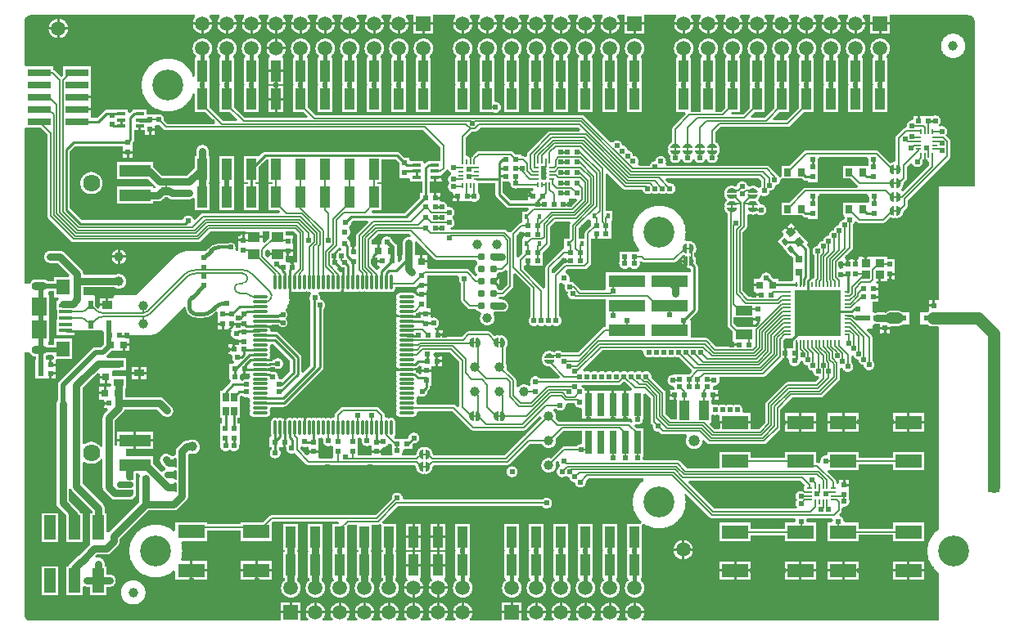
<source format=gtl>
G04 Layer_Physical_Order=1*
G04 Layer_Color=255*
%FSLAX24Y24*%
%MOIN*%
G70*
G01*
G75*
%ADD10C,0.0060*%
%ADD11C,0.0080*%
%ADD12C,0.0138*%
%ADD13C,0.0150*%
%ADD14C,0.0150*%
%ADD15C,0.0138*%
%ADD16R,0.0197X0.0236*%
%ADD17R,0.0374X0.0335*%
%ADD18R,0.0157X0.0197*%
%ADD19R,0.0236X0.0217*%
%ADD20O,0.0087X0.0256*%
%ADD21O,0.0256X0.0087*%
%ADD22R,0.0236X0.0197*%
%ADD23C,0.0079*%
%ADD24C,0.0394*%
%ADD25R,0.0402X0.0799*%
%ADD26R,0.0299X0.0945*%
%ADD27R,0.0402X0.0862*%
%ADD28O,0.0256X0.0079*%
%ADD29O,0.0079X0.0256*%
%ADD30R,0.1850X0.1850*%
%ADD31R,0.0217X0.0236*%
%ADD32R,0.0295X0.0315*%
%ADD33C,0.0310*%
%ADD34R,0.0256X0.0197*%
%ADD35R,0.0315X0.0295*%
G04:AMPARAMS|DCode=36|XSize=31.5mil|YSize=29.5mil|CornerRadius=0mil|HoleSize=0mil|Usage=FLASHONLY|Rotation=40.000|XOffset=0mil|YOffset=0mil|HoleType=Round|Shape=Rectangle|*
%AMROTATEDRECTD36*
4,1,4,-0.0026,-0.0214,-0.0216,0.0012,0.0026,0.0214,0.0216,-0.0012,-0.0026,-0.0214,0.0*
%
%ADD36ROTATEDRECTD36*%

G04:AMPARAMS|DCode=37|XSize=19.7mil|YSize=25.6mil|CornerRadius=0mil|HoleSize=0mil|Usage=FLASHONLY|Rotation=40.000|XOffset=0mil|YOffset=0mil|HoleType=Round|Shape=Rectangle|*
%AMROTATEDRECTD37*
4,1,4,0.0007,-0.0161,-0.0158,0.0035,-0.0007,0.0161,0.0158,-0.0035,0.0007,-0.0161,0.0*
%
%ADD37ROTATEDRECTD37*%

%ADD38R,0.0300X0.0320*%
%ADD39R,0.0532X0.0157*%
%ADD40R,0.0610X0.0748*%
%ADD41R,0.0551X0.0630*%
%ADD42R,0.0315X0.0295*%
%ADD43R,0.0228X0.0197*%
%ADD44R,0.1500X0.0500*%
%ADD45R,0.0354X0.0138*%
%ADD46R,0.1252X0.0500*%
%ADD47R,0.0400X0.0300*%
%ADD48R,0.1083X0.0551*%
%ADD49R,0.0256X0.0335*%
%ADD50R,0.0236X0.0335*%
%ADD51R,0.0394X0.0335*%
%ADD52R,0.0276X0.0118*%
%ADD53R,0.0472X0.0433*%
%ADD54O,0.0650X0.0118*%
%ADD55O,0.0118X0.0650*%
%ADD56R,0.0945X0.0299*%
%ADD57R,0.0472X0.0984*%
%ADD58R,0.0709X0.0394*%
%ADD59C,0.0090*%
%ADD60C,0.0100*%
%ADD61C,0.0300*%
%ADD62C,0.0200*%
%ADD63C,0.0500*%
%ADD64C,0.0450*%
%ADD65C,0.0250*%
%ADD66C,0.0110*%
%ADD67R,0.0500X0.0300*%
%ADD68C,0.0469*%
%ADD69C,0.0591*%
%ADD70C,0.0390*%
%ADD71O,0.0630X0.0354*%
%ADD72R,0.0591X0.0591*%
%ADD73C,0.0701*%
%ADD74C,0.1260*%
%ADD75C,0.0240*%
%ADD76C,0.0260*%
G36*
X17415Y18530D02*
X17426Y18508D01*
X17442Y18484D01*
X17461Y18463D01*
X17483Y18444D01*
X17507Y18428D01*
X17509Y18426D01*
X17516Y18403D01*
Y18362D01*
X17509Y18338D01*
X17507Y18337D01*
X17483Y18321D01*
X17461Y18302D01*
X17442Y18280D01*
X17426Y18256D01*
X17413Y18231D01*
X17404Y18203D01*
X17398Y18175D01*
X17396Y18146D01*
X17398Y18117D01*
X17404Y18089D01*
X17413Y18062D01*
X17426Y18036D01*
X17442Y18012D01*
X17456Y17996D01*
X17442Y17980D01*
X17426Y17956D01*
X17413Y17931D01*
X17404Y17903D01*
X17398Y17875D01*
X17396Y17846D01*
X17398Y17817D01*
X17404Y17789D01*
X17413Y17762D01*
X17426Y17736D01*
X17442Y17712D01*
X17461Y17690D01*
X17483Y17671D01*
X17507Y17655D01*
X17532Y17642D01*
X17560Y17633D01*
X17573Y17630D01*
Y17502D01*
X17792D01*
Y17452D01*
X17842D01*
Y17254D01*
X18370D01*
X18381Y17249D01*
X18408Y17239D01*
X18436Y17234D01*
X18465Y17232D01*
X18494Y17234D01*
X18522Y17239D01*
X18550Y17249D01*
X18575Y17261D01*
X18599Y17277D01*
X18621Y17296D01*
X18640Y17318D01*
X18656Y17342D01*
X18669Y17368D01*
X18678Y17395D01*
X18684Y17424D01*
X18686Y17452D01*
X18684Y17481D01*
X18678Y17509D01*
X18669Y17537D01*
X18656Y17563D01*
X18640Y17587D01*
X18621Y17608D01*
X18608Y17620D01*
Y17787D01*
X18610Y17793D01*
X18612Y17815D01*
Y17985D01*
X18622Y17996D01*
X19334D01*
Y17535D01*
X19336Y17511D01*
X19342Y17488D01*
X19351Y17466D01*
X19363Y17446D01*
X19378Y17428D01*
X19781Y17026D01*
X19799Y17011D01*
X19819Y16998D01*
X19840Y16989D01*
X19863Y16984D01*
X19887Y16982D01*
X20663D01*
X20693Y16908D01*
X20596Y16811D01*
X20403D01*
Y16414D01*
X20344Y16365D01*
X20329Y16358D01*
X20312Y16348D01*
X20296Y16335D01*
X19966Y16005D01*
X19958Y15995D01*
X19947Y15988D01*
X19882Y15976D01*
X19860Y15980D01*
X19787Y16054D01*
X19771Y16067D01*
X19754Y16078D01*
X19735Y16085D01*
X19715Y16090D01*
X19695Y16092D01*
X19685Y16091D01*
X17518D01*
X17499Y16168D01*
X17527Y16177D01*
X17552Y16190D01*
X17576Y16206D01*
X17598Y16225D01*
X17617Y16246D01*
X17633Y16270D01*
X17646Y16296D01*
X17655Y16324D01*
X17661Y16352D01*
X17663Y16381D01*
X17661Y16409D01*
X17655Y16438D01*
X17646Y16465D01*
X17633Y16491D01*
X17617Y16515D01*
X17598Y16537D01*
X17592Y16542D01*
X17583Y16590D01*
Y16591D01*
X17592Y16639D01*
X17598Y16645D01*
X17617Y16666D01*
X17633Y16690D01*
X17646Y16716D01*
X17655Y16744D01*
X17661Y16772D01*
X17663Y16801D01*
X17661Y16829D01*
X17655Y16858D01*
X17646Y16885D01*
X17633Y16911D01*
X17617Y16935D01*
X17598Y16957D01*
X17576Y16976D01*
X17552Y16992D01*
X17527Y17004D01*
X17499Y17014D01*
X17471Y17019D01*
X17442Y17021D01*
X17413Y17019D01*
X17377Y17037D01*
X17365Y17068D01*
X17356Y17095D01*
X17343Y17121D01*
X17327Y17145D01*
X17308Y17167D01*
X17286Y17186D01*
X17262Y17202D01*
X17237Y17214D01*
X17209Y17224D01*
X17181Y17229D01*
X17152Y17231D01*
X17097Y17286D01*
X17089Y17304D01*
Y17331D01*
X16871D01*
Y17381D01*
X16821D01*
Y17589D01*
X16646D01*
Y18056D01*
X16819D01*
Y18225D01*
X16869D01*
Y18275D01*
X17147D01*
Y18361D01*
X17156Y18364D01*
X17173Y18375D01*
X17189Y18388D01*
X17309Y18509D01*
X17323Y18524D01*
X17329Y18534D01*
X17376Y18542D01*
X17415Y18530D01*
D02*
G37*
G36*
X391Y24841D02*
X395Y24840D01*
X7073D01*
X7098Y24799D01*
X7106Y24760D01*
X7089Y24742D01*
X7066Y24711D01*
X7046Y24677D01*
X7030Y24642D01*
X7017Y24606D01*
X7007Y24568D01*
X7003Y24541D01*
X7788D01*
X7783Y24568D01*
X7774Y24606D01*
X7761Y24642D01*
X7744Y24677D01*
X7724Y24711D01*
X7701Y24742D01*
X7685Y24760D01*
X7692Y24799D01*
X7717Y24840D01*
X8073D01*
X8098Y24799D01*
X8106Y24760D01*
X8089Y24742D01*
X8066Y24711D01*
X8046Y24677D01*
X8030Y24642D01*
X8017Y24606D01*
X8007Y24568D01*
X8003Y24541D01*
X8788D01*
X8784Y24568D01*
X8774Y24606D01*
X8761Y24642D01*
X8744Y24677D01*
X8724Y24711D01*
X8701Y24742D01*
X8685Y24760D01*
X8692Y24799D01*
X8717Y24840D01*
X9073D01*
X9098Y24799D01*
X9106Y24760D01*
X9089Y24742D01*
X9066Y24711D01*
X9046Y24677D01*
X9030Y24642D01*
X9017Y24606D01*
X9007Y24568D01*
X9003Y24541D01*
X9788D01*
X9783Y24568D01*
X9774Y24606D01*
X9761Y24642D01*
X9744Y24677D01*
X9724Y24711D01*
X9701Y24742D01*
X9685Y24760D01*
X9692Y24799D01*
X9717Y24840D01*
X10073D01*
X10098Y24799D01*
X10106Y24760D01*
X10089Y24742D01*
X10066Y24711D01*
X10046Y24677D01*
X10030Y24642D01*
X10017Y24606D01*
X10007Y24568D01*
X10003Y24541D01*
X10788D01*
X10783Y24568D01*
X10774Y24606D01*
X10761Y24642D01*
X10744Y24677D01*
X10724Y24711D01*
X10701Y24742D01*
X10685Y24760D01*
X10692Y24799D01*
X10717Y24840D01*
X11073D01*
X11098Y24799D01*
X11106Y24760D01*
X11089Y24742D01*
X11066Y24711D01*
X11046Y24677D01*
X11030Y24642D01*
X11017Y24606D01*
X11007Y24568D01*
X11003Y24541D01*
X11788D01*
X11783Y24568D01*
X11774Y24606D01*
X11761Y24642D01*
X11744Y24677D01*
X11724Y24711D01*
X11701Y24742D01*
X11685Y24760D01*
X11692Y24799D01*
X11717Y24840D01*
X12073D01*
X12098Y24799D01*
X12106Y24760D01*
X12089Y24742D01*
X12066Y24711D01*
X12046Y24677D01*
X12030Y24642D01*
X12017Y24606D01*
X12007Y24568D01*
X12003Y24541D01*
X12788D01*
X12783Y24568D01*
X12774Y24606D01*
X12761Y24642D01*
X12744Y24677D01*
X12724Y24711D01*
X12701Y24742D01*
X12685Y24760D01*
X12692Y24799D01*
X12717Y24840D01*
X13073D01*
X13098Y24799D01*
X13106Y24760D01*
X13089Y24742D01*
X13066Y24711D01*
X13046Y24677D01*
X13030Y24642D01*
X13017Y24606D01*
X13007Y24568D01*
X13003Y24541D01*
X13788D01*
X13784Y24568D01*
X13774Y24606D01*
X13761Y24642D01*
X13744Y24677D01*
X13724Y24711D01*
X13701Y24742D01*
X13685Y24760D01*
X13692Y24799D01*
X13717Y24840D01*
X14073D01*
X14098Y24799D01*
X14106Y24760D01*
X14089Y24742D01*
X14066Y24711D01*
X14046Y24677D01*
X14030Y24642D01*
X14017Y24606D01*
X14007Y24568D01*
X14003Y24541D01*
X14788D01*
X14784Y24568D01*
X14774Y24606D01*
X14761Y24642D01*
X14744Y24677D01*
X14724Y24711D01*
X14701Y24742D01*
X14685Y24760D01*
X14692Y24799D01*
X14717Y24840D01*
X15073D01*
X15098Y24799D01*
X15106Y24760D01*
X15089Y24742D01*
X15066Y24711D01*
X15046Y24677D01*
X15030Y24642D01*
X15017Y24606D01*
X15007Y24568D01*
X15003Y24541D01*
X15788D01*
X15783Y24568D01*
X15774Y24606D01*
X15761Y24642D01*
X15744Y24677D01*
X15724Y24711D01*
X15701Y24742D01*
X15685Y24760D01*
X15692Y24799D01*
X15717Y24840D01*
X16000D01*
Y24541D01*
X16791D01*
Y24840D01*
X17673D01*
X17698Y24799D01*
X17706Y24760D01*
X17689Y24742D01*
X17666Y24711D01*
X17646Y24677D01*
X17630Y24642D01*
X17617Y24606D01*
X17607Y24568D01*
X17603Y24541D01*
X18388D01*
X18384Y24568D01*
X18374Y24606D01*
X18361Y24642D01*
X18344Y24677D01*
X18324Y24711D01*
X18301Y24742D01*
X18285Y24760D01*
X18292Y24799D01*
X18317Y24840D01*
X18673D01*
X18698Y24799D01*
X18706Y24760D01*
X18689Y24742D01*
X18666Y24711D01*
X18646Y24677D01*
X18630Y24642D01*
X18617Y24606D01*
X18607Y24568D01*
X18603Y24541D01*
X19388D01*
X19383Y24568D01*
X19374Y24606D01*
X19361Y24642D01*
X19344Y24677D01*
X19324Y24711D01*
X19301Y24742D01*
X19285Y24760D01*
X19292Y24799D01*
X19317Y24840D01*
X19673D01*
X19698Y24799D01*
X19706Y24760D01*
X19689Y24742D01*
X19666Y24711D01*
X19646Y24677D01*
X19630Y24642D01*
X19617Y24606D01*
X19607Y24568D01*
X19603Y24541D01*
X20388D01*
X20384Y24568D01*
X20374Y24606D01*
X20361Y24642D01*
X20344Y24677D01*
X20324Y24711D01*
X20301Y24742D01*
X20285Y24760D01*
X20292Y24799D01*
X20317Y24840D01*
X20673D01*
X20698Y24799D01*
X20706Y24760D01*
X20689Y24742D01*
X20666Y24711D01*
X20646Y24677D01*
X20630Y24642D01*
X20617Y24606D01*
X20607Y24568D01*
X20603Y24541D01*
X21388D01*
X21384Y24568D01*
X21374Y24606D01*
X21361Y24642D01*
X21344Y24677D01*
X21324Y24711D01*
X21301Y24742D01*
X21285Y24760D01*
X21292Y24799D01*
X21317Y24840D01*
X21673D01*
X21698Y24799D01*
X21706Y24760D01*
X21689Y24742D01*
X21666Y24711D01*
X21646Y24677D01*
X21630Y24642D01*
X21617Y24606D01*
X21607Y24568D01*
X21603Y24541D01*
X22388D01*
X22383Y24568D01*
X22374Y24606D01*
X22361Y24642D01*
X22344Y24677D01*
X22324Y24711D01*
X22301Y24742D01*
X22285Y24760D01*
X22292Y24799D01*
X22317Y24840D01*
X22673D01*
X22698Y24799D01*
X22706Y24760D01*
X22689Y24742D01*
X22666Y24711D01*
X22646Y24677D01*
X22630Y24642D01*
X22617Y24606D01*
X22607Y24568D01*
X22603Y24541D01*
X23388D01*
X23384Y24568D01*
X23374Y24606D01*
X23361Y24642D01*
X23344Y24677D01*
X23324Y24711D01*
X23301Y24742D01*
X23285Y24760D01*
X23292Y24799D01*
X23317Y24840D01*
X23673D01*
X23698Y24799D01*
X23706Y24760D01*
X23689Y24742D01*
X23666Y24711D01*
X23646Y24677D01*
X23630Y24642D01*
X23617Y24606D01*
X23607Y24568D01*
X23603Y24541D01*
X24388D01*
X24383Y24568D01*
X24374Y24606D01*
X24361Y24642D01*
X24344Y24677D01*
X24324Y24711D01*
X24301Y24742D01*
X24285Y24760D01*
X24292Y24799D01*
X24317Y24840D01*
X24600D01*
Y24541D01*
X25391D01*
Y24840D01*
X26673D01*
X26698Y24799D01*
X26706Y24760D01*
X26689Y24742D01*
X26666Y24711D01*
X26646Y24677D01*
X26630Y24642D01*
X26617Y24606D01*
X26607Y24568D01*
X26603Y24541D01*
X27388D01*
X27383Y24568D01*
X27374Y24606D01*
X27361Y24642D01*
X27344Y24677D01*
X27324Y24711D01*
X27301Y24742D01*
X27285Y24760D01*
X27292Y24799D01*
X27317Y24840D01*
X27673D01*
X27698Y24799D01*
X27706Y24760D01*
X27689Y24742D01*
X27666Y24711D01*
X27646Y24677D01*
X27630Y24642D01*
X27617Y24606D01*
X27607Y24568D01*
X27603Y24541D01*
X28388D01*
X28384Y24568D01*
X28374Y24606D01*
X28361Y24642D01*
X28344Y24677D01*
X28324Y24711D01*
X28301Y24742D01*
X28285Y24760D01*
X28292Y24799D01*
X28317Y24840D01*
X28673D01*
X28698Y24799D01*
X28706Y24760D01*
X28689Y24742D01*
X28666Y24711D01*
X28646Y24677D01*
X28630Y24642D01*
X28617Y24606D01*
X28607Y24568D01*
X28603Y24541D01*
X29388D01*
X29383Y24568D01*
X29374Y24606D01*
X29361Y24642D01*
X29344Y24677D01*
X29324Y24711D01*
X29301Y24742D01*
X29285Y24760D01*
X29292Y24799D01*
X29317Y24840D01*
X29673D01*
X29698Y24799D01*
X29706Y24760D01*
X29689Y24742D01*
X29666Y24711D01*
X29646Y24677D01*
X29630Y24642D01*
X29617Y24606D01*
X29607Y24568D01*
X29603Y24541D01*
X30388D01*
X30384Y24568D01*
X30374Y24606D01*
X30361Y24642D01*
X30344Y24677D01*
X30324Y24711D01*
X30301Y24742D01*
X30285Y24760D01*
X30292Y24799D01*
X30317Y24840D01*
X30673D01*
X30698Y24799D01*
X30706Y24760D01*
X30689Y24742D01*
X30666Y24711D01*
X30646Y24677D01*
X30630Y24642D01*
X30617Y24606D01*
X30607Y24568D01*
X30603Y24541D01*
X31388D01*
X31384Y24568D01*
X31374Y24606D01*
X31361Y24642D01*
X31344Y24677D01*
X31324Y24711D01*
X31301Y24742D01*
X31285Y24760D01*
X31292Y24799D01*
X31317Y24840D01*
X31673D01*
X31698Y24799D01*
X31706Y24760D01*
X31689Y24742D01*
X31666Y24711D01*
X31646Y24677D01*
X31630Y24642D01*
X31617Y24606D01*
X31607Y24568D01*
X31603Y24541D01*
X32388D01*
X32383Y24568D01*
X32374Y24606D01*
X32361Y24642D01*
X32344Y24677D01*
X32324Y24711D01*
X32301Y24742D01*
X32285Y24760D01*
X32292Y24799D01*
X32317Y24840D01*
X32673D01*
X32698Y24799D01*
X32706Y24760D01*
X32689Y24742D01*
X32666Y24711D01*
X32646Y24677D01*
X32630Y24642D01*
X32617Y24606D01*
X32607Y24568D01*
X32603Y24541D01*
X33388D01*
X33384Y24568D01*
X33374Y24606D01*
X33361Y24642D01*
X33344Y24677D01*
X33324Y24711D01*
X33301Y24742D01*
X33285Y24760D01*
X33292Y24799D01*
X33317Y24840D01*
X33673D01*
X33698Y24799D01*
X33706Y24760D01*
X33689Y24742D01*
X33666Y24711D01*
X33646Y24677D01*
X33630Y24642D01*
X33617Y24606D01*
X33607Y24568D01*
X33603Y24541D01*
X34388D01*
X34383Y24568D01*
X34374Y24606D01*
X34361Y24642D01*
X34344Y24677D01*
X34324Y24711D01*
X34301Y24742D01*
X34285Y24760D01*
X34292Y24799D01*
X34317Y24840D01*
X34600D01*
Y24541D01*
X35391D01*
Y24840D01*
X38595D01*
X38598Y24840D01*
X38623Y24839D01*
X38651Y24834D01*
X38678Y24827D01*
X38704Y24816D01*
X38728Y24802D01*
X38751Y24786D01*
X38772Y24767D01*
X38791Y24746D01*
X38807Y24724D01*
X38821Y24699D01*
X38831Y24673D01*
X38833Y24666D01*
X38845Y24591D01*
X38845Y24591D01*
X38845Y24511D01*
Y17891D01*
X38826Y17871D01*
X37397D01*
X37396Y13285D01*
X37383Y13211D01*
X37234D01*
Y12993D01*
X37184D01*
Y12943D01*
X36986D01*
Y12795D01*
X36923Y12732D01*
X36631Y12732D01*
Y12220D01*
X36945Y12220D01*
X36971Y12202D01*
X36998Y12185D01*
X37028Y12171D01*
X37058Y12160D01*
X37090Y12152D01*
X37122Y12147D01*
X37154Y12146D01*
X37340D01*
X37396Y12089D01*
X37395Y3883D01*
X37384Y3876D01*
X37332Y3837D01*
X37282Y3796D01*
X37235Y3751D01*
X37190Y3704D01*
X37149Y3654D01*
X37110Y3602D01*
X37075Y3547D01*
X37043Y3490D01*
X37015Y3432D01*
X36990Y3372D01*
X36969Y3311D01*
X36951Y3248D01*
X36938Y3184D01*
X36928Y3120D01*
X36922Y3056D01*
X36920Y2991D01*
X36922Y2926D01*
X36928Y2861D01*
X36938Y2797D01*
X36951Y2733D01*
X36969Y2671D01*
X36990Y2609D01*
X37015Y2549D01*
X37043Y2491D01*
X37075Y2434D01*
X37110Y2380D01*
X37149Y2327D01*
X37190Y2278D01*
X37235Y2230D01*
X37282Y2186D01*
X37332Y2144D01*
X37384Y2106D01*
X37395Y2099D01*
X37395Y141D01*
X25317D01*
X25292Y183D01*
X25285Y221D01*
X25301Y240D01*
X25324Y271D01*
X25344Y304D01*
X25361Y339D01*
X25374Y376D01*
X25384Y413D01*
X25388Y441D01*
X24603D01*
X24607Y413D01*
X24617Y376D01*
X24630Y339D01*
X24646Y304D01*
X24666Y271D01*
X24689Y240D01*
X24706Y221D01*
X24698Y183D01*
X24673Y141D01*
X24317D01*
X24292Y183D01*
X24285Y221D01*
X24301Y240D01*
X24324Y271D01*
X24344Y304D01*
X24361Y339D01*
X24374Y376D01*
X24383Y413D01*
X24388Y441D01*
X23603D01*
X23607Y413D01*
X23617Y376D01*
X23630Y339D01*
X23646Y304D01*
X23666Y271D01*
X23689Y240D01*
X23706Y221D01*
X23698Y183D01*
X23673Y141D01*
X23317D01*
X23292Y183D01*
X23285Y221D01*
X23301Y240D01*
X23324Y271D01*
X23344Y304D01*
X23361Y339D01*
X23374Y376D01*
X23384Y413D01*
X23388Y441D01*
X22603D01*
X22607Y413D01*
X22617Y376D01*
X22630Y339D01*
X22646Y304D01*
X22666Y271D01*
X22689Y240D01*
X22706Y221D01*
X22698Y183D01*
X22673Y141D01*
X22317D01*
X22292Y183D01*
X22285Y221D01*
X22301Y240D01*
X22324Y271D01*
X22344Y304D01*
X22361Y339D01*
X22374Y376D01*
X22383Y413D01*
X22388Y441D01*
X21603D01*
X21607Y413D01*
X21617Y376D01*
X21630Y339D01*
X21646Y304D01*
X21666Y271D01*
X21689Y240D01*
X21706Y221D01*
X21698Y183D01*
X21673Y141D01*
X21317D01*
X21292Y183D01*
X21285Y221D01*
X21301Y240D01*
X21324Y271D01*
X21344Y304D01*
X21361Y339D01*
X21374Y376D01*
X21384Y413D01*
X21388Y441D01*
X20603D01*
X20607Y413D01*
X20617Y376D01*
X20630Y339D01*
X20646Y304D01*
X20666Y271D01*
X20689Y240D01*
X20706Y221D01*
X20698Y183D01*
X20673Y141D01*
X20391D01*
Y441D01*
X19600D01*
Y141D01*
X18317D01*
X18292Y183D01*
X18285Y221D01*
X18301Y240D01*
X18324Y271D01*
X18344Y304D01*
X18361Y339D01*
X18374Y376D01*
X18384Y413D01*
X18388Y441D01*
X17603D01*
X17607Y413D01*
X17617Y376D01*
X17630Y339D01*
X17646Y304D01*
X17666Y271D01*
X17689Y240D01*
X17706Y221D01*
X17698Y183D01*
X17673Y141D01*
X17317D01*
X17292Y183D01*
X17285Y221D01*
X17301Y240D01*
X17324Y271D01*
X17344Y304D01*
X17361Y339D01*
X17374Y376D01*
X17384Y413D01*
X17388Y441D01*
X16603D01*
X16607Y413D01*
X16617Y376D01*
X16630Y339D01*
X16646Y304D01*
X16666Y271D01*
X16689Y240D01*
X16706Y221D01*
X16698Y183D01*
X16673Y141D01*
X16317D01*
X16292Y183D01*
X16285Y221D01*
X16301Y240D01*
X16324Y271D01*
X16344Y304D01*
X16361Y339D01*
X16374Y376D01*
X16384Y413D01*
X16388Y441D01*
X15603D01*
X15607Y413D01*
X15617Y376D01*
X15630Y339D01*
X15646Y304D01*
X15666Y271D01*
X15689Y240D01*
X15706Y221D01*
X15698Y183D01*
X15673Y141D01*
X15317D01*
X15292Y183D01*
X15285Y221D01*
X15301Y240D01*
X15324Y271D01*
X15344Y304D01*
X15361Y339D01*
X15374Y376D01*
X15383Y413D01*
X15388Y441D01*
X14603D01*
X14607Y413D01*
X14617Y376D01*
X14630Y339D01*
X14646Y304D01*
X14666Y271D01*
X14689Y240D01*
X14706Y221D01*
X14698Y183D01*
X14673Y141D01*
X14317D01*
X14292Y183D01*
X14285Y221D01*
X14301Y240D01*
X14324Y271D01*
X14344Y304D01*
X14361Y339D01*
X14374Y376D01*
X14383Y413D01*
X14388Y441D01*
X13603D01*
X13607Y413D01*
X13617Y376D01*
X13630Y339D01*
X13646Y304D01*
X13666Y271D01*
X13689Y240D01*
X13706Y221D01*
X13698Y183D01*
X13673Y141D01*
X13317D01*
X13292Y183D01*
X13285Y221D01*
X13301Y240D01*
X13324Y271D01*
X13344Y304D01*
X13361Y339D01*
X13374Y376D01*
X13384Y413D01*
X13388Y441D01*
X12603D01*
X12607Y413D01*
X12617Y376D01*
X12630Y339D01*
X12646Y304D01*
X12666Y271D01*
X12689Y240D01*
X12706Y221D01*
X12698Y183D01*
X12673Y141D01*
X12317D01*
X12292Y183D01*
X12285Y221D01*
X12301Y240D01*
X12324Y271D01*
X12344Y304D01*
X12361Y339D01*
X12374Y376D01*
X12384Y413D01*
X12388Y441D01*
X11603D01*
X11607Y413D01*
X11617Y376D01*
X11630Y339D01*
X11646Y304D01*
X11666Y271D01*
X11689Y240D01*
X11706Y221D01*
X11698Y183D01*
X11673Y141D01*
X11391D01*
Y441D01*
X10600D01*
Y141D01*
X395D01*
X393Y141D01*
X367Y142D01*
X340Y147D01*
X313Y155D01*
X287Y166D01*
X262Y179D01*
X240Y195D01*
X219Y214D01*
X200Y235D01*
X184Y258D01*
X170Y282D01*
X159Y308D01*
X152Y335D01*
X147Y363D01*
X146Y388D01*
X146Y391D01*
X146Y11095D01*
X363Y11095D01*
X373Y11071D01*
X388Y11044D01*
X406Y11018D01*
X427Y10995D01*
X450Y10974D01*
X475Y10956D01*
X502Y10941D01*
X531Y10929D01*
X561Y10921D01*
X592Y10916D01*
X617Y10914D01*
Y10789D01*
X599D01*
Y10372D01*
X599D01*
Y10032D01*
X789D01*
X791Y10032D01*
X817Y10030D01*
X843Y10032D01*
X845Y10032D01*
X1161D01*
Y10231D01*
X1211D01*
Y10281D01*
X1429D01*
Y10429D01*
X1429D01*
X1429Y10429D01*
Y10531D01*
X1211D01*
Y10581D01*
X1161D01*
Y10789D01*
X1017D01*
Y10941D01*
X1019Y10941D01*
X1046Y10956D01*
X1072Y10974D01*
X1090Y10991D01*
X1293D01*
X1350Y10934D01*
Y10816D01*
X1281Y10789D01*
X1261D01*
Y10631D01*
X1429D01*
Y10789D01*
X1498Y10816D01*
X2101D01*
Y11646D01*
X1350D01*
Y11392D01*
X1107D01*
X1107Y11488D01*
X1163Y11544D01*
X1166D01*
Y12489D01*
Y13437D01*
X1105D01*
X1105Y13533D01*
X1162Y13589D01*
X1350D01*
Y13336D01*
X1517D01*
X1543Y13275D01*
X1544Y13256D01*
X1528Y13242D01*
X1510Y13221D01*
X1493Y13198D01*
X1484Y13181D01*
X1448D01*
Y12824D01*
X1488D01*
Y12413D01*
X1448D01*
Y12056D01*
Y11800D01*
X2180D01*
Y11975D01*
X3326Y11975D01*
X3395Y11903D01*
Y11423D01*
X3273Y11301D01*
X3051D01*
X3025Y11299D01*
X2999Y11294D01*
X2975Y11286D01*
X2951Y11274D01*
X2929Y11260D01*
X2910Y11242D01*
X2910Y11242D01*
X1564Y9896D01*
X1546Y9877D01*
X1532Y9855D01*
X1520Y9831D01*
X1512Y9807D01*
X1507Y9781D01*
X1505Y9755D01*
Y9124D01*
X1493Y9108D01*
X1480Y9083D01*
X1469Y9057D01*
X1461Y9030D01*
X1457Y9003D01*
X1455Y8975D01*
Y4941D01*
X1457Y4913D01*
X1461Y4885D01*
X1469Y4858D01*
X1480Y4832D01*
X1493Y4807D01*
X1510Y4785D01*
X1528Y4764D01*
X1839Y4453D01*
Y3351D01*
X2512D01*
Y4535D01*
X2417D01*
X2412Y4553D01*
X2401Y4579D01*
X2387Y4604D01*
X2371Y4627D01*
X2352Y4648D01*
X1956Y5044D01*
Y5516D01*
X2036Y5532D01*
X2040Y5522D01*
X2053Y5497D01*
X2070Y5475D01*
X2088Y5454D01*
X2909Y4633D01*
Y4535D01*
X2823D01*
Y3351D01*
X2823D01*
X2823Y3272D01*
X2818Y3268D01*
X2349Y2798D01*
X2342Y2795D01*
X2317Y2782D01*
X2294Y2766D01*
X2273Y2747D01*
X1998Y2472D01*
X1980Y2451D01*
X1963Y2428D01*
X1950Y2403D01*
X1939Y2377D01*
X1937Y2370D01*
X1839D01*
Y1186D01*
X2512D01*
Y1511D01*
X2522Y1524D01*
X2587Y1560D01*
X2613Y1549D01*
X2640Y1541D01*
X2667Y1536D01*
X2695Y1535D01*
X2823D01*
Y1186D01*
X3496D01*
Y1535D01*
X3615D01*
X3643Y1536D01*
X3671Y1541D01*
X3698Y1549D01*
X3724Y1560D01*
X3749Y1573D01*
X3771Y1590D01*
X3792Y1608D01*
X3811Y1629D01*
X3827Y1652D01*
X3841Y1677D01*
X3852Y1703D01*
X3859Y1730D01*
X3864Y1757D01*
X3866Y1785D01*
X3864Y1813D01*
X3859Y1841D01*
X3852Y1868D01*
X3841Y1894D01*
X3827Y1919D01*
X3811Y1941D01*
X3792Y1962D01*
X3771Y1981D01*
X3749Y1997D01*
X3724Y2011D01*
X3698Y2022D01*
X3671Y2029D01*
X3643Y2034D01*
X3615Y2036D01*
X3496D01*
Y2370D01*
X3410D01*
Y2471D01*
X3408Y2499D01*
X3404Y2527D01*
X3396Y2554D01*
X3385Y2580D01*
X3372Y2604D01*
X3355Y2627D01*
X3337Y2648D01*
X3316Y2667D01*
X3293Y2683D01*
X3268Y2696D01*
X3242Y2707D01*
X3215Y2715D01*
X3188Y2720D01*
X3160Y2721D01*
X3132Y2720D01*
X3104Y2715D01*
X3077Y2707D01*
X3035Y2777D01*
X3099Y2840D01*
X3470D01*
X3498Y2842D01*
X3525Y2847D01*
X3552Y2854D01*
X3578Y2865D01*
X3603Y2879D01*
X3626Y2895D01*
X3647Y2914D01*
X3948Y3215D01*
X3967Y3236D01*
X3983Y3259D01*
X3997Y3284D01*
X4008Y3309D01*
X4015Y3336D01*
X4020Y3364D01*
X4022Y3392D01*
Y3483D01*
X5179Y4640D01*
X6225D01*
X6253Y4642D01*
X6281Y4647D01*
X6308Y4654D01*
X6334Y4665D01*
X6359Y4679D01*
X6381Y4695D01*
X6402Y4714D01*
X6734Y5046D01*
X6753Y5067D01*
X6769Y5089D01*
X6783Y5114D01*
X6794Y5140D01*
X6801Y5167D01*
X6806Y5195D01*
X6808Y5223D01*
Y6917D01*
X6839Y6947D01*
X6874Y6970D01*
X6897Y6960D01*
X6929Y6951D01*
X6962Y6945D01*
X6995Y6943D01*
X7029Y6945D01*
X7062Y6951D01*
X7094Y6960D01*
X7124Y6973D01*
X7154Y6989D01*
X7181Y7008D01*
X7206Y7030D01*
X7228Y7055D01*
X7247Y7082D01*
X7263Y7112D01*
X7276Y7142D01*
X7285Y7174D01*
X7291Y7207D01*
X7293Y7241D01*
X7291Y7274D01*
X7285Y7307D01*
X7276Y7339D01*
X7263Y7370D01*
X7247Y7399D01*
X7228Y7426D01*
X7206Y7451D01*
X7181Y7473D01*
X7154Y7492D01*
X7124Y7509D01*
X7094Y7521D01*
X7062Y7531D01*
X7029Y7536D01*
X6995Y7538D01*
X6962Y7536D01*
X6929Y7531D01*
X6897Y7521D01*
X6866Y7509D01*
X6837Y7492D01*
X6835Y7491D01*
X6757D01*
X6729Y7489D01*
X6702Y7485D01*
X6675Y7477D01*
X6649Y7466D01*
X6624Y7453D01*
X6601Y7436D01*
X6580Y7418D01*
X6380Y7218D01*
X6362Y7197D01*
X6345Y7174D01*
X6332Y7149D01*
X6321Y7123D01*
X6313Y7096D01*
X6309Y7069D01*
X6307Y7041D01*
Y6957D01*
X6280Y6886D01*
X6255Y6879D01*
X6223Y6866D01*
X6223Y6866D01*
X6209Y6858D01*
X6193Y6849D01*
X6181Y6841D01*
X6139D01*
X6092Y6888D01*
X6071Y6906D01*
X6049Y6923D01*
X6024Y6936D01*
X5998Y6947D01*
X5971Y6955D01*
X5943Y6959D01*
X5915Y6961D01*
X5887Y6959D01*
X5860Y6955D01*
X5833Y6947D01*
X5807Y6936D01*
X5782Y6923D01*
X5759Y6906D01*
X5738Y6888D01*
X5720Y6867D01*
X5703Y6844D01*
X5690Y6819D01*
X5679Y6793D01*
X5671Y6766D01*
X5667Y6739D01*
X5665Y6711D01*
X5667Y6683D01*
X5671Y6655D01*
X5679Y6628D01*
X5690Y6602D01*
X5703Y6577D01*
X5720Y6555D01*
X5738Y6534D01*
X5858Y6414D01*
X5879Y6395D01*
X5895Y6384D01*
X5898Y6337D01*
X5885Y6297D01*
X5863Y6286D01*
X5838Y6270D01*
X5816Y6250D01*
X5810Y6243D01*
X5744Y6229D01*
X5716Y6230D01*
X5706Y6234D01*
X5371Y6569D01*
Y6841D01*
X4295D01*
Y7141D01*
X4595D01*
Y7441D01*
X3919D01*
Y7301D01*
X3836D01*
Y8327D01*
X4159Y8650D01*
X4178Y8671D01*
X4194Y8694D01*
X4208Y8719D01*
X4219Y8745D01*
X4223Y8760D01*
X5552D01*
X5778Y8534D01*
X5799Y8515D01*
X5822Y8499D01*
X5847Y8485D01*
X5873Y8474D01*
X5900Y8467D01*
X5927Y8462D01*
X5955Y8460D01*
X5983Y8462D01*
X6011Y8467D01*
X6038Y8474D01*
X6064Y8485D01*
X6089Y8499D01*
X6111Y8515D01*
X6132Y8534D01*
X6151Y8555D01*
X6167Y8577D01*
X6181Y8602D01*
X6192Y8628D01*
X6199Y8655D01*
X6204Y8683D01*
X6206Y8711D01*
X6204Y8739D01*
X6199Y8766D01*
X6192Y8793D01*
X6181Y8819D01*
X6167Y8844D01*
X6151Y8867D01*
X6132Y8888D01*
X5832Y9188D01*
X5811Y9206D01*
X5789Y9223D01*
X5764Y9236D01*
X5738Y9247D01*
X5711Y9255D01*
X5683Y9259D01*
X5655Y9261D01*
X4246D01*
Y9623D01*
X4295D01*
Y10123D01*
X4002D01*
X3995Y10123D01*
X3988Y10123D01*
X3723D01*
Y10323D01*
X3783Y10370D01*
X3995D01*
X4002Y10371D01*
X4295D01*
Y10871D01*
X4002D01*
X3995Y10871D01*
X3516D01*
X3494Y10912D01*
X3488Y10951D01*
X3497Y10959D01*
X3682Y11143D01*
X3903D01*
Y11143D01*
X3940D01*
Y11143D01*
X4137D01*
Y11401D01*
X4187D01*
Y11451D01*
X4435D01*
Y11658D01*
X4248D01*
X4228Y11738D01*
X4238Y11755D01*
X4283Y11804D01*
X5270D01*
Y11804D01*
X5312Y11805D01*
X5354Y11810D01*
X5396Y11818D01*
X5437Y11830D01*
X5476Y11845D01*
X5515Y11862D01*
X5552Y11883D01*
X5587Y11907D01*
X5620Y11933D01*
X5652Y11962D01*
X5651Y11962D01*
X5651Y11962D01*
X6640Y12951D01*
X6717Y12923D01*
X6722Y12919D01*
X6727Y12882D01*
X6735Y12843D01*
X6747Y12805D01*
X6763Y12768D01*
X6781Y12733D01*
X6802Y12699D01*
X6826Y12668D01*
X6853Y12639D01*
X6883Y12612D01*
X6914Y12588D01*
X6948Y12566D01*
X6983Y12548D01*
X7020Y12533D01*
X7057Y12521D01*
X7096Y12512D01*
X7136Y12507D01*
X7175Y12505D01*
Y12505D01*
X7175Y12505D01*
X7432D01*
X7432Y12505D01*
Y12505D01*
X7478Y12507D01*
X7524Y12512D01*
X7569Y12521D01*
X7614Y12534D01*
X7657Y12550D01*
X7699Y12569D01*
X7740Y12592D01*
X7778Y12618D01*
X7814Y12646D01*
X7848Y12678D01*
X7848Y12678D01*
Y12678D01*
X7943Y12773D01*
X8023Y12739D01*
Y12429D01*
Y12304D01*
X8221D01*
Y12254D01*
X8271D01*
Y12036D01*
X8542D01*
X8573Y11991D01*
X8585Y11956D01*
X8578Y11940D01*
X8568Y11913D01*
X8563Y11885D01*
X8561Y11856D01*
X8563Y11827D01*
X8568Y11799D01*
X8578Y11772D01*
X8590Y11746D01*
X8607Y11722D01*
X8626Y11700D01*
X8647Y11681D01*
X8671Y11665D01*
X8697Y11652D01*
X8724Y11643D01*
X8753Y11637D01*
X8781Y11635D01*
X8810Y11637D01*
X8813Y11638D01*
X8872Y11603D01*
X8888Y11584D01*
X9091D01*
Y11484D01*
X8893D01*
Y11409D01*
X8735D01*
Y11211D01*
X8685D01*
Y11161D01*
X8466D01*
Y11012D01*
X8562D01*
X8578Y11000D01*
X8617Y10940D01*
X8617Y10932D01*
X8613Y10909D01*
X8611Y10881D01*
X8613Y10852D01*
X8618Y10824D01*
X8628Y10796D01*
X8640Y10770D01*
X8657Y10746D01*
X8676Y10725D01*
X8697Y10706D01*
X8662Y10636D01*
X8641Y10609D01*
X8496D01*
Y10212D01*
X8496Y10212D01*
X8495Y10133D01*
X8493Y10119D01*
X8491Y10091D01*
X8493Y10062D01*
X8498Y10034D01*
X8508Y10006D01*
X8520Y9980D01*
X8525Y9973D01*
X8537Y9951D01*
X8542Y9908D01*
X8519Y9861D01*
X8238Y9580D01*
X8222Y9562D01*
X8210Y9542D01*
X8207Y9533D01*
X8116D01*
Y9043D01*
X8116Y8999D01*
X8116Y8919D01*
Y8428D01*
X8194D01*
Y8196D01*
X8116D01*
Y7759D01*
Y7366D01*
X8116Y7366D01*
X8124Y7286D01*
X8124Y7284D01*
X8126Y7255D01*
X8131Y7227D01*
X8140Y7199D01*
X8153Y7174D01*
X8169Y7150D01*
X8188Y7128D01*
X8210Y7109D01*
X8234Y7093D01*
X8260Y7080D01*
X8287Y7071D01*
X8315Y7065D01*
X8344Y7063D01*
X8373Y7065D01*
X8401Y7071D01*
X8428Y7080D01*
X8454Y7093D01*
X8478Y7109D01*
X8500Y7128D01*
X8523D01*
X8545Y7109D01*
X8569Y7093D01*
X8594Y7080D01*
X8622Y7071D01*
X8650Y7065D01*
X8679Y7063D01*
X8708Y7065D01*
X8736Y7071D01*
X8763Y7080D01*
X8789Y7093D01*
X8813Y7109D01*
X8835Y7128D01*
X8854Y7150D01*
X8870Y7174D01*
X8882Y7199D01*
X8892Y7227D01*
X8897Y7255D01*
X8899Y7284D01*
X8899Y7286D01*
X8907Y7366D01*
X8907Y7366D01*
X8907Y7366D01*
Y7759D01*
Y8196D01*
X8829D01*
Y8428D01*
X8907D01*
Y8919D01*
X8907Y8963D01*
X8907Y9043D01*
Y9281D01*
X8946Y9321D01*
X9026Y9325D01*
X9047Y9306D01*
X9071Y9290D01*
X9097Y9277D01*
X9124Y9268D01*
X9153Y9262D01*
X9181Y9260D01*
X9210Y9262D01*
X9238Y9268D01*
X9239Y9268D01*
X9257Y9262D01*
X9300Y9231D01*
X9314Y9212D01*
X9316Y9194D01*
X9322Y9170D01*
X9331Y9147D01*
X9344Y9125D01*
X9348Y9121D01*
X9344Y9116D01*
X9331Y9095D01*
X9322Y9071D01*
X9316Y9047D01*
X9314Y9022D01*
X9316Y8997D01*
X9322Y8973D01*
X9331Y8950D01*
X9344Y8928D01*
X9348Y8924D01*
X9344Y8919D01*
X9331Y8898D01*
X9322Y8875D01*
X9316Y8850D01*
X9314Y8825D01*
X9316Y8800D01*
X9322Y8776D01*
X9331Y8753D01*
X9344Y8732D01*
X9348Y8727D01*
X9344Y8722D01*
X9331Y8701D01*
X9322Y8678D01*
X9316Y8653D01*
X9314Y8628D01*
X9316Y8603D01*
X9322Y8579D01*
X9331Y8556D01*
X9344Y8535D01*
X9361Y8516D01*
X9380Y8499D01*
X9401Y8486D01*
X9424Y8477D01*
X9448Y8471D01*
X9473Y8469D01*
X10005D01*
X10030Y8471D01*
X10054Y8477D01*
X10077Y8486D01*
X10099Y8499D01*
X10118Y8516D01*
X10134Y8535D01*
X10147Y8556D01*
X10157Y8579D01*
X10162Y8603D01*
X10164Y8628D01*
X10162Y8653D01*
X10157Y8678D01*
X10147Y8701D01*
X10134Y8722D01*
X10130Y8727D01*
X10134Y8732D01*
X10147Y8753D01*
X10157Y8776D01*
X10162Y8800D01*
X10164Y8825D01*
X10235Y8872D01*
X10703D01*
X10727Y8874D01*
X10750Y8879D01*
X10771Y8888D01*
X10792Y8900D01*
X10810Y8916D01*
X12282Y10388D01*
X12297Y10406D01*
X12309Y10426D01*
X12318Y10448D01*
X12324Y10471D01*
X12326Y10494D01*
Y12860D01*
X12331Y12865D01*
X12350Y12886D01*
X12366Y12910D01*
X12379Y12936D01*
X12388Y12964D01*
X12394Y12992D01*
X12396Y13021D01*
X12394Y13049D01*
X12388Y13078D01*
X12379Y13105D01*
X12366Y13131D01*
X12350Y13155D01*
X12331Y13177D01*
X12310Y13196D01*
X12286Y13212D01*
X12260Y13224D01*
X12202Y13248D01*
X12194Y13282D01*
X12196Y13311D01*
X12194Y13339D01*
X12188Y13368D01*
X12179Y13395D01*
X12166Y13421D01*
X12150Y13445D01*
X12131Y13467D01*
X12128Y13469D01*
X12129Y13482D01*
X12148Y13540D01*
X12156Y13550D01*
X12156Y13550D01*
X12180Y13555D01*
X12203Y13565D01*
X12225Y13578D01*
X12229Y13582D01*
X12234Y13578D01*
X12255Y13565D01*
X12278Y13555D01*
X12303Y13550D01*
X12328Y13548D01*
X12353Y13550D01*
X12377Y13555D01*
X12400Y13565D01*
X12421Y13578D01*
X12426Y13582D01*
X12431Y13578D01*
X12452Y13565D01*
X12475Y13555D01*
X12500Y13550D01*
X12525Y13548D01*
X12550Y13550D01*
X12574Y13555D01*
X12597Y13565D01*
X12618Y13578D01*
X12623Y13582D01*
X12628Y13578D01*
X12649Y13565D01*
X12672Y13555D01*
X12696Y13550D01*
X12721Y13548D01*
X12746Y13550D01*
X12771Y13555D01*
X12794Y13565D01*
X12815Y13578D01*
X12820Y13582D01*
X12824Y13578D01*
X12846Y13565D01*
X12869Y13555D01*
X12893Y13550D01*
X12918Y13548D01*
X12943Y13550D01*
X12968Y13555D01*
X12991Y13565D01*
X13012Y13578D01*
X13017Y13582D01*
X13021Y13578D01*
X13043Y13565D01*
X13065Y13556D01*
Y13646D01*
X13070Y13658D01*
X13076Y13682D01*
X13078Y13707D01*
Y13973D01*
X13152D01*
Y13707D01*
X13154Y13682D01*
X13160Y13658D01*
X13165Y13646D01*
Y13556D01*
X13188Y13565D01*
X13209Y13578D01*
X13214Y13582D01*
X13218Y13578D01*
X13240Y13565D01*
X13263Y13555D01*
X13287Y13550D01*
X13312Y13548D01*
X13337Y13550D01*
X13361Y13555D01*
X13384Y13565D01*
X13406Y13578D01*
X13410Y13582D01*
X13415Y13578D01*
X13436Y13565D01*
X13460Y13555D01*
X13484Y13550D01*
X13509Y13548D01*
X13534Y13550D01*
X13558Y13555D01*
X13581Y13565D01*
X13603Y13578D01*
X13607Y13582D01*
X13612Y13578D01*
X13633Y13565D01*
X13656Y13555D01*
X13681Y13550D01*
X13706Y13548D01*
X13731Y13550D01*
X13755Y13555D01*
X13778Y13565D01*
X13799Y13578D01*
X13804Y13582D01*
X13809Y13578D01*
X13830Y13565D01*
X13853Y13555D01*
X13878Y13550D01*
X13903Y13548D01*
X13927Y13550D01*
X13952Y13555D01*
X13975Y13565D01*
X13996Y13578D01*
X14001Y13582D01*
X14006Y13578D01*
X14027Y13565D01*
X14050Y13555D01*
X14074Y13550D01*
X14099Y13548D01*
X14124Y13550D01*
X14149Y13555D01*
X14172Y13565D01*
X14193Y13578D01*
X14198Y13582D01*
X14202Y13578D01*
X14224Y13565D01*
X14247Y13555D01*
X14271Y13550D01*
X14296Y13548D01*
X14321Y13550D01*
X14346Y13555D01*
X14369Y13565D01*
X14390Y13578D01*
X14395Y13582D01*
X14399Y13578D01*
X14421Y13565D01*
X14444Y13555D01*
X14468Y13550D01*
X14493Y13548D01*
X14518Y13550D01*
X14542Y13555D01*
X14566Y13565D01*
X14587Y13578D01*
X14591Y13582D01*
X14596Y13578D01*
X14617Y13565D01*
X14641Y13555D01*
X14665Y13550D01*
X14690Y13548D01*
X14715Y13550D01*
X14739Y13555D01*
X14762Y13565D01*
X14784Y13578D01*
X14788Y13582D01*
X14793Y13578D01*
X14814Y13565D01*
X14837Y13555D01*
X14862Y13550D01*
X14887Y13548D01*
X14912Y13550D01*
X14936Y13555D01*
X14959Y13565D01*
X14981Y13578D01*
X14985Y13582D01*
X14990Y13578D01*
X15011Y13565D01*
X15034Y13555D01*
X15059Y13550D01*
X15084Y13548D01*
X15109Y13550D01*
X15133Y13555D01*
X15156Y13565D01*
X15177Y13578D01*
X15196Y13594D01*
X15213Y13613D01*
X15226Y13635D01*
X15235Y13658D01*
X15241Y13682D01*
X15243Y13707D01*
Y13760D01*
X15995D01*
X16015Y13762D01*
X16035Y13767D01*
X16046Y13771D01*
X16084Y13756D01*
X16111Y13738D01*
X16123Y13724D01*
Y13616D01*
X16133D01*
Y13528D01*
X16089Y13499D01*
X16053Y13488D01*
X16042Y13495D01*
X16019Y13505D01*
X15994Y13510D01*
X15969Y13512D01*
X15438D01*
X15413Y13510D01*
X15389Y13505D01*
X15366Y13495D01*
X15344Y13482D01*
X15325Y13466D01*
X15309Y13447D01*
X15296Y13425D01*
X15286Y13402D01*
X15280Y13378D01*
X15278Y13353D01*
X15280Y13328D01*
X15286Y13304D01*
X15296Y13280D01*
X15309Y13259D01*
X15313Y13254D01*
X15309Y13250D01*
X15296Y13228D01*
X15286Y13205D01*
X15280Y13181D01*
X15278Y13156D01*
X15280Y13131D01*
X15286Y13107D01*
X15296Y13084D01*
X15309Y13062D01*
X15313Y13058D01*
X15309Y13053D01*
X15296Y13032D01*
X15286Y13008D01*
X15280Y12984D01*
X15278Y12959D01*
X15280Y12934D01*
X15286Y12910D01*
X15296Y12887D01*
X15309Y12865D01*
X15313Y12861D01*
X15309Y12856D01*
X15296Y12835D01*
X15286Y12812D01*
X15280Y12787D01*
X15278Y12762D01*
X15280Y12737D01*
X15286Y12713D01*
X15296Y12690D01*
X15309Y12669D01*
X15313Y12664D01*
X15309Y12659D01*
X15296Y12638D01*
X15287Y12615D01*
X15377D01*
X15389Y12611D01*
X15413Y12605D01*
X15438Y12603D01*
X15704D01*
Y12528D01*
X15438D01*
X15413Y12526D01*
X15389Y12520D01*
X15377Y12515D01*
X15287D01*
X15296Y12493D01*
X15309Y12472D01*
X15313Y12467D01*
X15309Y12462D01*
X15296Y12441D01*
X15286Y12418D01*
X15280Y12394D01*
X15278Y12369D01*
X15280Y12344D01*
X15286Y12319D01*
X15296Y12296D01*
X15309Y12275D01*
X15313Y12270D01*
X15309Y12266D01*
X15296Y12244D01*
X15286Y12221D01*
X15280Y12197D01*
X15278Y12172D01*
X15280Y12147D01*
X15286Y12122D01*
X15296Y12099D01*
X15309Y12078D01*
X15313Y12073D01*
X15309Y12069D01*
X15296Y12047D01*
X15286Y12024D01*
X15280Y12000D01*
X15278Y11975D01*
X15280Y11950D01*
X15286Y11926D01*
X15296Y11902D01*
X15309Y11881D01*
X15313Y11876D01*
X15309Y11872D01*
X15296Y11850D01*
X15286Y11827D01*
X15280Y11803D01*
X15278Y11778D01*
X15280Y11753D01*
X15286Y11729D01*
X15296Y11706D01*
X15309Y11684D01*
X15313Y11680D01*
X15309Y11675D01*
X15296Y11654D01*
X15286Y11630D01*
X15280Y11606D01*
X15278Y11581D01*
X15280Y11556D01*
X15286Y11532D01*
X15296Y11509D01*
X15309Y11487D01*
X15313Y11483D01*
X15309Y11478D01*
X15296Y11457D01*
X15286Y11434D01*
X15280Y11409D01*
X15278Y11384D01*
X15280Y11359D01*
X15286Y11335D01*
X15296Y11312D01*
X15309Y11291D01*
X15313Y11286D01*
X15309Y11281D01*
X15296Y11260D01*
X15286Y11237D01*
X15280Y11212D01*
X15278Y11187D01*
X15280Y11163D01*
X15286Y11138D01*
X15296Y11115D01*
X15309Y11094D01*
X15313Y11089D01*
X15309Y11084D01*
X15296Y11063D01*
X15286Y11040D01*
X15280Y11016D01*
X15278Y10991D01*
X15280Y10966D01*
X15286Y10941D01*
X15296Y10918D01*
X15309Y10897D01*
X15313Y10892D01*
X15309Y10888D01*
X15296Y10866D01*
X15286Y10843D01*
X15280Y10819D01*
X15278Y10794D01*
X15280Y10769D01*
X15286Y10744D01*
X15296Y10721D01*
X15309Y10700D01*
X15313Y10695D01*
X15309Y10691D01*
X15296Y10669D01*
X15286Y10646D01*
X15280Y10622D01*
X15278Y10597D01*
X15280Y10572D01*
X15286Y10548D01*
X15296Y10525D01*
X15309Y10503D01*
X15313Y10499D01*
X15309Y10494D01*
X15296Y10473D01*
X15287Y10450D01*
X15377D01*
X15389Y10445D01*
X15413Y10439D01*
X15438Y10437D01*
X15969D01*
X15994Y10439D01*
X16019Y10445D01*
X16022Y10446D01*
X16058D01*
X16081Y10448D01*
X16089Y10450D01*
X16121D01*
X16121Y10450D01*
X16126Y10463D01*
X16146Y10475D01*
X16164Y10491D01*
X16233Y10559D01*
X16313Y10530D01*
Y10397D01*
X16710D01*
Y10532D01*
X16888D01*
Y10731D01*
Y10929D01*
X16837D01*
X16814Y10947D01*
X16772Y11009D01*
X16772Y11011D01*
X16816Y11073D01*
X16838Y11090D01*
X17471Y11090D01*
X17855Y10707D01*
X17855Y8893D01*
X17787Y8860D01*
X17775Y8859D01*
X17717Y8917D01*
X17701Y8931D01*
X17684Y8941D01*
X17665Y8949D01*
X17645Y8954D01*
X17625Y8956D01*
X16199D01*
X16178Y8968D01*
X16129Y9022D01*
X16127Y9047D01*
X16121Y9071D01*
X16112Y9095D01*
X16099Y9116D01*
X16095Y9121D01*
X16099Y9125D01*
X16112Y9147D01*
X16121Y9170D01*
X16127Y9194D01*
X16129Y9219D01*
X16127Y9244D01*
X16125Y9251D01*
X16137Y9287D01*
X16164Y9302D01*
X16218Y9319D01*
X16231Y9310D01*
X16257Y9297D01*
X16284Y9288D01*
X16313Y9282D01*
X16341Y9280D01*
X16370Y9282D01*
X16398Y9288D01*
X16426Y9297D01*
X16452Y9310D01*
X16476Y9326D01*
X16497Y9345D01*
X16516Y9366D01*
X16532Y9390D01*
X16545Y9416D01*
X16554Y9444D01*
X16560Y9472D01*
X16562Y9501D01*
X16561Y9508D01*
X16618Y9564D01*
X16633Y9582D01*
X16645Y9602D01*
X16655Y9624D01*
X16660Y9647D01*
X16662Y9671D01*
Y9736D01*
X16710D01*
Y10129D01*
Y10297D01*
X16313D01*
Y10217D01*
X16233Y10202D01*
X16125Y10310D01*
X16109Y10323D01*
X16112Y10328D01*
X16121Y10350D01*
X16050D01*
X16042Y10352D01*
X16023Y10353D01*
X16019Y10355D01*
X15994Y10361D01*
X15969Y10363D01*
X15438D01*
X15413Y10361D01*
X15389Y10355D01*
X15377Y10350D01*
X15287D01*
X15296Y10328D01*
X15309Y10306D01*
X15313Y10302D01*
X15309Y10297D01*
X15296Y10276D01*
X15286Y10253D01*
X15280Y10228D01*
X15278Y10203D01*
X15280Y10178D01*
X15286Y10154D01*
X15296Y10131D01*
X15309Y10109D01*
X15313Y10105D01*
X15309Y10100D01*
X15296Y10079D01*
X15286Y10056D01*
X15280Y10031D01*
X15278Y10006D01*
X15280Y9981D01*
X15286Y9957D01*
X15296Y9934D01*
X15309Y9913D01*
X15313Y9908D01*
X15309Y9903D01*
X15296Y9882D01*
X15286Y9859D01*
X15280Y9835D01*
X15278Y9810D01*
X15280Y9785D01*
X15286Y9760D01*
X15296Y9737D01*
X15309Y9716D01*
X15313Y9711D01*
X15309Y9706D01*
X15296Y9685D01*
X15286Y9662D01*
X15280Y9638D01*
X15278Y9613D01*
X15280Y9588D01*
X15286Y9563D01*
X15296Y9540D01*
X15309Y9519D01*
X15313Y9514D01*
X15309Y9510D01*
X15296Y9488D01*
X15286Y9465D01*
X15280Y9441D01*
X15278Y9416D01*
X15280Y9391D01*
X15286Y9367D01*
X15296Y9343D01*
X15309Y9322D01*
X15313Y9317D01*
X15309Y9313D01*
X15296Y9291D01*
X15286Y9268D01*
X15280Y9244D01*
X15278Y9219D01*
X15280Y9194D01*
X15286Y9170D01*
X15296Y9147D01*
X15309Y9125D01*
X15313Y9121D01*
X15309Y9116D01*
X15296Y9095D01*
X15286Y9071D01*
X15280Y9047D01*
X15278Y9022D01*
X15280Y8997D01*
X15286Y8973D01*
X15296Y8950D01*
X15309Y8928D01*
X15313Y8924D01*
X15309Y8919D01*
X15296Y8898D01*
X15286Y8875D01*
X15280Y8850D01*
X15278Y8825D01*
X15280Y8800D01*
X15286Y8776D01*
X15296Y8753D01*
X15309Y8732D01*
X15313Y8727D01*
X15309Y8722D01*
X15296Y8701D01*
X15286Y8678D01*
X15280Y8653D01*
X15278Y8628D01*
X15280Y8603D01*
X15286Y8579D01*
X15296Y8556D01*
X15309Y8535D01*
X15325Y8516D01*
X15344Y8499D01*
X15366Y8486D01*
X15389Y8477D01*
X15413Y8471D01*
X15438Y8469D01*
X15969D01*
X15994Y8471D01*
X16019Y8477D01*
X16042Y8486D01*
X16063Y8499D01*
X16082Y8516D01*
X16099Y8535D01*
X16112Y8556D01*
X16121Y8579D01*
X16127Y8603D01*
X16129Y8628D01*
X16178Y8682D01*
X16199Y8695D01*
X17571D01*
X18323Y7942D01*
X18339Y7929D01*
X18356Y7918D01*
X18375Y7911D01*
X18395Y7906D01*
X18415Y7904D01*
X20485D01*
X20506Y7906D01*
X20526Y7911D01*
X20545Y7918D01*
X20562Y7929D01*
X20578Y7942D01*
X21118Y8483D01*
X21188Y8461D01*
X21191Y8459D01*
X21203Y8377D01*
X19701Y6875D01*
X16834D01*
X16775Y6935D01*
X16773Y6969D01*
X16767Y7003D01*
X16758Y7036D01*
X16744Y7067D01*
X16728Y7097D01*
X16708Y7125D01*
X16685Y7151D01*
X16660Y7173D01*
X16632Y7193D01*
X16602Y7210D01*
X16602Y7210D01*
X16570Y7223D01*
X16545Y7230D01*
X16545Y7230D01*
X16533Y7233D01*
X16513Y7235D01*
X16492Y7233D01*
X16472Y7228D01*
X16454Y7220D01*
X16443Y7214D01*
X16431Y7220D01*
X16413Y7228D01*
X16393Y7233D01*
X16372Y7235D01*
X16352Y7233D01*
X16340Y7230D01*
X16340Y7230D01*
X16315Y7223D01*
X16283Y7210D01*
X16283Y7210D01*
X16269Y7202D01*
X16269Y7202D01*
X16269Y7202D01*
X16253Y7193D01*
X16225Y7173D01*
X16200Y7151D01*
X16177Y7125D01*
X16157Y7097D01*
X16141Y7067D01*
X16127Y7036D01*
X16118Y7003D01*
X16112Y6969D01*
X16110Y6935D01*
X16051Y6875D01*
X15549D01*
X15525Y6907D01*
X15510Y6955D01*
X15516Y6964D01*
X15529Y6990D01*
X15538Y7018D01*
X15544Y7046D01*
X15546Y7075D01*
X15590Y7136D01*
X15613Y7152D01*
X15940D01*
Y7323D01*
X15998Y7381D01*
X16005Y7380D01*
X16034Y7382D01*
X16062Y7388D01*
X16090Y7397D01*
X16116Y7410D01*
X16140Y7426D01*
X16161Y7445D01*
X16180Y7466D01*
X16196Y7490D01*
X16209Y7516D01*
X16218Y7544D01*
X16224Y7572D01*
X16226Y7601D01*
X16224Y7629D01*
X16218Y7658D01*
X16209Y7685D01*
X16196Y7711D01*
X16180Y7735D01*
X16161Y7757D01*
X16140Y7776D01*
X16116Y7792D01*
X16090Y7804D01*
X16062Y7814D01*
X16034Y7819D01*
X16005Y7821D01*
X15977Y7819D01*
X15948Y7814D01*
X15921Y7804D01*
X15895Y7792D01*
X15871Y7776D01*
X15849Y7757D01*
X15830Y7735D01*
X15814Y7711D01*
X15802Y7685D01*
X15792Y7658D01*
X15787Y7629D01*
X15785Y7601D01*
X15715Y7569D01*
X15248D01*
X15231Y7589D01*
X15208Y7643D01*
X15213Y7649D01*
X15226Y7670D01*
X15235Y7693D01*
X15241Y7718D01*
X15243Y7743D01*
Y8274D01*
X15241Y8299D01*
X15235Y8323D01*
X15226Y8347D01*
X15213Y8368D01*
X15196Y8387D01*
X15177Y8403D01*
X15156Y8416D01*
X15133Y8426D01*
X15109Y8432D01*
X15084Y8434D01*
X15059Y8432D01*
X15034Y8426D01*
X15011Y8416D01*
X14990Y8403D01*
X14985Y8399D01*
X14981Y8403D01*
X14959Y8416D01*
X14936Y8426D01*
X14912Y8432D01*
X14887Y8434D01*
X14833Y8484D01*
X14822Y8504D01*
Y8533D01*
X14820Y8554D01*
X14815Y8573D01*
X14808Y8592D01*
X14797Y8610D01*
X14784Y8625D01*
X14578Y8831D01*
X14563Y8844D01*
X14545Y8855D01*
X14527Y8862D01*
X14507Y8867D01*
X14486Y8869D01*
X13126D01*
X13106Y8867D01*
X13086Y8862D01*
X13067Y8855D01*
X13050Y8844D01*
X13034Y8831D01*
X12826Y8623D01*
X12813Y8607D01*
X12802Y8590D01*
X12794Y8571D01*
X12789Y8551D01*
X12788Y8530D01*
Y8504D01*
X12775Y8482D01*
X12721Y8434D01*
X12696Y8432D01*
X12672Y8426D01*
X12649Y8416D01*
X12628Y8403D01*
X12623Y8399D01*
X12618Y8403D01*
X12597Y8416D01*
X12574Y8426D01*
X12550Y8432D01*
X12525Y8434D01*
X12500Y8432D01*
X12475Y8426D01*
X12452Y8416D01*
X12431Y8403D01*
X12426Y8399D01*
X12421Y8403D01*
X12400Y8416D01*
X12377Y8426D01*
X12353Y8432D01*
X12328Y8434D01*
X12303Y8432D01*
X12278Y8426D01*
X12255Y8416D01*
X12234Y8403D01*
X12229Y8399D01*
X12225Y8403D01*
X12203Y8416D01*
X12180Y8426D01*
X12156Y8432D01*
X12131Y8434D01*
X12106Y8432D01*
X12082Y8426D01*
X12058Y8416D01*
X12037Y8403D01*
X12032Y8399D01*
X12028Y8403D01*
X12006Y8416D01*
X11983Y8426D01*
X11959Y8432D01*
X11934Y8434D01*
X11909Y8432D01*
X11885Y8426D01*
X11862Y8416D01*
X11840Y8403D01*
X11836Y8399D01*
X11831Y8403D01*
X11810Y8416D01*
X11786Y8426D01*
X11762Y8432D01*
X11737Y8434D01*
X11712Y8432D01*
X11688Y8426D01*
X11665Y8416D01*
X11643Y8403D01*
X11639Y8399D01*
X11634Y8403D01*
X11613Y8416D01*
X11590Y8426D01*
X11565Y8432D01*
X11540Y8434D01*
X11515Y8432D01*
X11491Y8426D01*
X11468Y8416D01*
X11447Y8403D01*
X11442Y8399D01*
X11437Y8403D01*
X11416Y8416D01*
X11393Y8426D01*
X11368Y8432D01*
X11343Y8434D01*
X11319Y8432D01*
X11294Y8426D01*
X11271Y8416D01*
X11250Y8403D01*
X11245Y8399D01*
X11240Y8403D01*
X11219Y8416D01*
X11196Y8426D01*
X11172Y8432D01*
X11147Y8434D01*
X11122Y8432D01*
X11097Y8426D01*
X11074Y8416D01*
X11053Y8403D01*
X11048Y8399D01*
X11044Y8403D01*
X11022Y8416D01*
X10999Y8426D01*
X10975Y8432D01*
X10950Y8434D01*
X10925Y8432D01*
X10900Y8426D01*
X10877Y8416D01*
X10856Y8403D01*
X10851Y8399D01*
X10847Y8403D01*
X10825Y8416D01*
X10803Y8426D01*
Y8335D01*
X10798Y8323D01*
X10792Y8299D01*
X10790Y8274D01*
Y8008D01*
X10716D01*
Y8274D01*
X10714Y8299D01*
X10708Y8323D01*
X10703Y8335D01*
Y8426D01*
X10680Y8416D01*
X10659Y8403D01*
X10654Y8399D01*
X10650Y8403D01*
X10628Y8416D01*
X10605Y8426D01*
X10581Y8432D01*
X10556Y8434D01*
X10531Y8432D01*
X10507Y8426D01*
X10484Y8416D01*
X10462Y8403D01*
X10458Y8399D01*
X10453Y8403D01*
X10432Y8416D01*
X10409Y8426D01*
X10384Y8432D01*
X10359Y8434D01*
X10334Y8432D01*
X10310Y8426D01*
X10287Y8416D01*
X10265Y8403D01*
X10246Y8387D01*
X10230Y8368D01*
X10217Y8347D01*
X10207Y8323D01*
X10202Y8299D01*
X10200Y8274D01*
Y7743D01*
X10202Y7718D01*
X10204Y7709D01*
X10163Y7629D01*
X10136D01*
Y7232D01*
X10209D01*
Y7154D01*
X10203Y7149D01*
X10184Y7127D01*
X10168Y7103D01*
X10156Y7077D01*
X10146Y7050D01*
X10141Y7022D01*
X10139Y6993D01*
X10141Y6964D01*
X10146Y6936D01*
X10156Y6908D01*
X10168Y6883D01*
X10184Y6859D01*
X10203Y6837D01*
X10225Y6818D01*
X10249Y6802D01*
X10275Y6789D01*
X10302Y6780D01*
X10330Y6774D01*
X10359Y6772D01*
X10388Y6774D01*
X10416Y6780D01*
X10444Y6789D01*
X10469Y6802D01*
X10493Y6818D01*
X10515Y6837D01*
X10534Y6859D01*
X10550Y6883D01*
X10563Y6908D01*
X10572Y6936D01*
X10578Y6964D01*
X10580Y6993D01*
X10578Y7022D01*
X10572Y7050D01*
X10563Y7077D01*
X10550Y7103D01*
X10534Y7127D01*
X10515Y7149D01*
X10510Y7154D01*
Y7232D01*
X10698D01*
Y7431D01*
X10798D01*
Y7190D01*
X10811Y7181D01*
X10813Y7152D01*
X10818Y7124D01*
X10828Y7096D01*
X10840Y7070D01*
X10857Y7046D01*
X10876Y7025D01*
X10897Y7006D01*
X10921Y6990D01*
X10947Y6977D01*
X10974Y6968D01*
X11003Y6962D01*
X11031Y6960D01*
X11060Y6962D01*
X11088Y6968D01*
X11116Y6977D01*
X11142Y6990D01*
X11163Y7004D01*
X11635Y6532D01*
X11651Y6519D01*
X11668Y6508D01*
X11687Y6501D01*
X11707Y6496D01*
X11727Y6494D01*
X16041D01*
X16100Y6435D01*
X16102Y6400D01*
X16108Y6367D01*
X16117Y6334D01*
X16131Y6302D01*
X16147Y6272D01*
X16167Y6244D01*
X16190Y6219D01*
X16215Y6196D01*
X16243Y6176D01*
X16273Y6159D01*
X16273Y6159D01*
X16305Y6146D01*
X16330Y6139D01*
X16330Y6139D01*
X16342Y6136D01*
X16362Y6135D01*
X16383Y6136D01*
X16403Y6141D01*
X16422Y6149D01*
X16433Y6156D01*
X16444Y6149D01*
X16462Y6141D01*
X16482Y6136D01*
X16503Y6135D01*
X16523Y6136D01*
X16535Y6139D01*
X16535Y6139D01*
X16560Y6146D01*
X16592Y6159D01*
X16592Y6159D01*
X16606Y6167D01*
X16606Y6167D01*
X16606Y6167D01*
X16622Y6176D01*
X16650Y6196D01*
X16675Y6219D01*
X16698Y6244D01*
X16718Y6272D01*
X16734Y6302D01*
X16748Y6334D01*
X16757Y6367D01*
X16763Y6400D01*
X16765Y6435D01*
X16824Y6494D01*
X19805D01*
X19826Y6496D01*
X19846Y6501D01*
X19865Y6508D01*
X19882Y6519D01*
X19898Y6532D01*
X20725Y7360D01*
X21228D01*
X21244Y7332D01*
X21263Y7305D01*
X21285Y7280D01*
X21310Y7258D01*
X21337Y7239D01*
X21366Y7223D01*
X21397Y7210D01*
X21429Y7201D01*
X21462Y7195D01*
X21495Y7193D01*
X21529Y7195D01*
X21562Y7201D01*
X21594Y7210D01*
X21624Y7223D01*
X21654Y7239D01*
X21681Y7258D01*
X21706Y7280D01*
X21728Y7305D01*
X21747Y7332D01*
X21763Y7362D01*
X21776Y7392D01*
X21785Y7424D01*
X21791Y7457D01*
X21793Y7491D01*
X21791Y7524D01*
X21785Y7557D01*
X21782Y7567D01*
X22092Y7877D01*
X22866D01*
Y7419D01*
X22859Y7403D01*
X22805Y7345D01*
X22777Y7343D01*
X22748Y7338D01*
X22721Y7328D01*
X22695Y7316D01*
X22671Y7300D01*
X22649Y7281D01*
X22630Y7259D01*
X22628Y7255D01*
X22129D01*
X22109Y7253D01*
X22089Y7249D01*
X22070Y7241D01*
X22053Y7230D01*
X22037Y7217D01*
X21592Y6772D01*
X21562Y6781D01*
X21529Y6786D01*
X21495Y6788D01*
X21462Y6786D01*
X21429Y6781D01*
X21397Y6771D01*
X21366Y6759D01*
X21337Y6742D01*
X21310Y6723D01*
X21285Y6701D01*
X21263Y6676D01*
X21244Y6649D01*
X21227Y6620D01*
X21215Y6589D01*
X21205Y6557D01*
X21200Y6524D01*
X21198Y6491D01*
X21200Y6457D01*
X21205Y6424D01*
X21215Y6392D01*
X21227Y6362D01*
X21244Y6332D01*
X21263Y6305D01*
X21285Y6280D01*
X21310Y6258D01*
X21337Y6239D01*
X21366Y6223D01*
X21397Y6210D01*
X21429Y6201D01*
X21462Y6195D01*
X21495Y6193D01*
X21529Y6195D01*
X21562Y6201D01*
X21594Y6210D01*
X21624Y6223D01*
X21654Y6239D01*
X21681Y6258D01*
X21706Y6280D01*
X21728Y6305D01*
X21747Y6332D01*
X21763Y6362D01*
X21776Y6392D01*
X21785Y6424D01*
X21791Y6457D01*
X21793Y6491D01*
X21791Y6524D01*
X21785Y6557D01*
X21776Y6587D01*
X21836Y6647D01*
X21844Y6647D01*
X21917Y6616D01*
X21922Y6588D01*
X21932Y6560D01*
X21944Y6534D01*
X21960Y6510D01*
X21961Y6476D01*
X21952Y6441D01*
X21939Y6418D01*
X21935Y6416D01*
X21911Y6400D01*
X21889Y6381D01*
X21870Y6359D01*
X21854Y6335D01*
X21842Y6309D01*
X21832Y6282D01*
X21827Y6253D01*
X21825Y6225D01*
X21827Y6196D01*
X21832Y6168D01*
X21842Y6140D01*
X21854Y6114D01*
X21870Y6090D01*
X21889Y6069D01*
X21911Y6050D01*
X21935Y6034D01*
X21961Y6021D01*
X21988Y6012D01*
X22017Y6006D01*
X22045Y6004D01*
X22074Y6006D01*
X22102Y6012D01*
X22130Y6021D01*
X22156Y6034D01*
X22180Y6050D01*
X22195Y6064D01*
X22211Y6050D01*
X22235Y6034D01*
X22261Y6021D01*
X22288Y6012D01*
X22317Y6006D01*
X22345Y6004D01*
X22346Y6004D01*
X22347Y5986D01*
X22352Y5958D01*
X22362Y5930D01*
X22374Y5904D01*
X22390Y5880D01*
X22409Y5859D01*
X22431Y5840D01*
X22455Y5824D01*
X22481Y5811D01*
X22508Y5802D01*
X22537Y5796D01*
X22565Y5794D01*
X22566Y5794D01*
X22567Y5776D01*
X22572Y5748D01*
X22582Y5720D01*
X22594Y5694D01*
X22610Y5670D01*
X22629Y5649D01*
X22651Y5630D01*
X22675Y5614D01*
X22701Y5601D01*
X22728Y5592D01*
X22757Y5586D01*
X22785Y5584D01*
X22814Y5586D01*
X22842Y5592D01*
X22870Y5601D01*
X22896Y5614D01*
X22920Y5630D01*
X22941Y5649D01*
X22960Y5670D01*
X22976Y5694D01*
X22989Y5720D01*
X22998Y5748D01*
X23004Y5776D01*
X23006Y5805D01*
X23004Y5833D01*
X23003Y5838D01*
X23109Y5944D01*
X25343D01*
X25359Y5918D01*
X25369Y5864D01*
X25332Y5837D01*
X25282Y5796D01*
X25235Y5751D01*
X25190Y5704D01*
X25149Y5654D01*
X25110Y5602D01*
X25075Y5547D01*
X25043Y5490D01*
X25015Y5432D01*
X24990Y5372D01*
X24969Y5311D01*
X24951Y5248D01*
X24938Y5184D01*
X24928Y5120D01*
X24922Y5056D01*
X24920Y4991D01*
X24922Y4926D01*
X24928Y4861D01*
X24938Y4797D01*
X24951Y4733D01*
X24969Y4671D01*
X24990Y4609D01*
X25015Y4549D01*
X25043Y4491D01*
X25075Y4434D01*
X25110Y4380D01*
X25149Y4327D01*
X25190Y4278D01*
X25235Y4230D01*
X25282Y4186D01*
X25291Y4179D01*
X25262Y4099D01*
X25227Y4099D01*
X24695D01*
Y3036D01*
X24697D01*
X24712Y3022D01*
Y3019D01*
X24695Y2945D01*
X24695D01*
Y1883D01*
X24726D01*
X24753Y1803D01*
X24744Y1797D01*
X24716Y1770D01*
X24689Y1742D01*
X24666Y1711D01*
X24646Y1677D01*
X24630Y1642D01*
X24617Y1606D01*
X24607Y1568D01*
X24602Y1529D01*
X24600Y1491D01*
X24602Y1452D01*
X24607Y1413D01*
X24617Y1376D01*
X24630Y1339D01*
X24646Y1304D01*
X24666Y1271D01*
X24689Y1240D01*
X24716Y1211D01*
X24744Y1185D01*
X24775Y1162D01*
X24809Y1142D01*
X24844Y1125D01*
X24880Y1112D01*
X24918Y1103D01*
X24957Y1097D01*
X24995Y1095D01*
X25034Y1097D01*
X25073Y1103D01*
X25110Y1112D01*
X25147Y1125D01*
X25182Y1142D01*
X25215Y1162D01*
X25246Y1185D01*
X25275Y1211D01*
X25301Y1240D01*
X25324Y1271D01*
X25344Y1304D01*
X25361Y1339D01*
X25374Y1376D01*
X25384Y1413D01*
X25389Y1452D01*
X25391Y1491D01*
X25389Y1529D01*
X25384Y1568D01*
X25374Y1606D01*
X25361Y1642D01*
X25344Y1677D01*
X25324Y1711D01*
X25301Y1742D01*
X25275Y1770D01*
X25246Y1797D01*
X25238Y1803D01*
X25264Y1883D01*
X25296D01*
Y2945D01*
X25296D01*
X25279Y3019D01*
Y3022D01*
X25293Y3036D01*
X25296D01*
Y4026D01*
X25296Y4071D01*
X25368Y4118D01*
X25384Y4106D01*
X25439Y4070D01*
X25496Y4038D01*
X25554Y4010D01*
X25614Y3985D01*
X25675Y3964D01*
X25738Y3947D01*
X25802Y3933D01*
X25866Y3923D01*
X25930Y3917D01*
X25995Y3915D01*
X26060Y3917D01*
X26125Y3923D01*
X26189Y3933D01*
X26253Y3947D01*
X26315Y3964D01*
X26377Y3985D01*
X26437Y4010D01*
X26495Y4038D01*
X26552Y4070D01*
X26606Y4106D01*
X26659Y4144D01*
X26708Y4186D01*
X26756Y4230D01*
X26800Y4278D01*
X26842Y4327D01*
X26880Y4380D01*
X26916Y4434D01*
X26948Y4491D01*
X26976Y4549D01*
X27001Y4609D01*
X27022Y4671D01*
X27039Y4733D01*
X27053Y4797D01*
X27063Y4861D01*
X27069Y4926D01*
X27071Y4991D01*
X27069Y5056D01*
X27063Y5120D01*
X27053Y5184D01*
X27039Y5248D01*
X27030Y5283D01*
X27101Y5325D01*
X28057Y4369D01*
X28073Y4355D01*
X28090Y4345D01*
X28109Y4337D01*
X28129Y4332D01*
X28149Y4331D01*
X31510D01*
X31532Y4311D01*
X31563Y4251D01*
X31563Y4248D01*
X31557Y4220D01*
X31555Y4191D01*
X31483Y4144D01*
X31103D01*
Y3897D01*
X29728D01*
Y4144D01*
X28445D01*
Y3393D01*
X29728D01*
Y3636D01*
X31103D01*
Y3393D01*
X32385D01*
Y4144D01*
X32068D01*
X31996Y4191D01*
X31994Y4220D01*
X31988Y4248D01*
X31988Y4251D01*
X32019Y4311D01*
X32041Y4331D01*
X33015D01*
X33030Y4320D01*
X33069Y4263D01*
X33071Y4251D01*
X33067Y4230D01*
X33065Y4201D01*
X32998Y4144D01*
X32845D01*
Y3393D01*
X34128D01*
Y3641D01*
X35503D01*
Y3393D01*
X36785D01*
Y4144D01*
X35503D01*
Y3901D01*
X34128D01*
Y4144D01*
X33573D01*
X33506Y4201D01*
X33504Y4230D01*
X33498Y4258D01*
X33489Y4285D01*
X33476Y4311D01*
X33460Y4335D01*
X33441Y4357D01*
X33420Y4376D01*
X33396Y4392D01*
X33370Y4405D01*
X33353Y4411D01*
X33337Y4442D01*
X33326Y4497D01*
X33398Y4569D01*
X33411Y4584D01*
X33422Y4602D01*
X33430Y4621D01*
X33434Y4641D01*
X33436Y4661D01*
Y4737D01*
X33439Y4746D01*
X33457Y4766D01*
X33516Y4805D01*
X33522Y4804D01*
X33551Y4806D01*
X33579Y4812D01*
X33606Y4821D01*
X33632Y4834D01*
X33656Y4850D01*
X33678Y4869D01*
X33697Y4890D01*
X33713Y4914D01*
X33726Y4940D01*
X33735Y4968D01*
X33741Y4996D01*
X33742Y5025D01*
X33741Y5053D01*
X33735Y5082D01*
X33726Y5109D01*
X33720Y5120D01*
Y5463D01*
Y5631D01*
X33522D01*
Y5681D01*
X33472D01*
Y5900D01*
X33324D01*
Y5750D01*
X33244Y5708D01*
X33207Y5733D01*
Y5810D01*
X33205Y5830D01*
X33201Y5850D01*
X33193Y5869D01*
X33182Y5887D01*
X33169Y5902D01*
X32863Y6208D01*
X32896Y6288D01*
X34128D01*
Y6537D01*
X35503D01*
Y6288D01*
X36785D01*
Y7039D01*
X35503D01*
Y6798D01*
X34128D01*
Y7039D01*
X32845D01*
Y6961D01*
X32840Y6947D01*
X32787Y6888D01*
X32758Y6886D01*
X32730Y6880D01*
X32702Y6871D01*
X32676Y6858D01*
X32652Y6842D01*
X32631Y6823D01*
X32612Y6801D01*
X32596Y6777D01*
X32583Y6752D01*
X32574Y6724D01*
X32568Y6696D01*
X32566Y6667D01*
X32568Y6638D01*
X32574Y6610D01*
X32533Y6574D01*
X32504Y6565D01*
X32499Y6570D01*
X32481Y6581D01*
X32462Y6589D01*
X32442Y6593D01*
X32422Y6595D01*
X32385D01*
Y7039D01*
X31103D01*
Y6793D01*
X29728D01*
Y7039D01*
X28445D01*
Y6365D01*
X27119D01*
X26837Y6647D01*
X26821Y6660D01*
X26804Y6671D01*
X26785Y6679D01*
X26765Y6683D01*
X26745Y6685D01*
X25395D01*
X25370Y6704D01*
X25334Y6765D01*
X25334Y6766D01*
X25335Y6784D01*
X25365Y6852D01*
X25365Y6852D01*
X25365Y6852D01*
Y7997D01*
X25077D01*
X24975Y8099D01*
X25022Y8165D01*
X25031Y8161D01*
X25058Y8152D01*
X25087Y8146D01*
X25115Y8144D01*
X25144Y8146D01*
X25172Y8152D01*
X25200Y8161D01*
X25226Y8174D01*
X25250Y8190D01*
X25271Y8209D01*
X25290Y8230D01*
X25306Y8254D01*
X25319Y8280D01*
X25328Y8308D01*
X25334Y8336D01*
X25336Y8365D01*
X25357Y8388D01*
X25365D01*
Y9406D01*
X25439Y9437D01*
X25642Y9234D01*
Y8260D01*
X25644Y8239D01*
X25648Y8220D01*
X25656Y8201D01*
X25667Y8183D01*
X25680Y8168D01*
X25738Y8110D01*
X25737Y8106D01*
X25735Y8077D01*
X25737Y8048D01*
X25742Y8020D01*
X25752Y7993D01*
X25764Y7967D01*
X25780Y7943D01*
X25799Y7921D01*
X25821Y7902D01*
X25845Y7886D01*
X25871Y7873D01*
X25898Y7864D01*
X25927Y7858D01*
X25955Y7856D01*
X25984Y7858D01*
X25989Y7859D01*
X26066Y7782D01*
X26081Y7769D01*
X26099Y7758D01*
X26118Y7750D01*
X26138Y7745D01*
X26158Y7744D01*
X27096D01*
X27131Y7687D01*
X27137Y7664D01*
X27124Y7642D01*
X27110Y7613D01*
X27099Y7582D01*
X27091Y7550D01*
X27086Y7517D01*
X27084Y7485D01*
X27086Y7452D01*
X27091Y7419D01*
X27099Y7387D01*
X27110Y7357D01*
X27124Y7327D01*
X27141Y7299D01*
X27160Y7272D01*
X27182Y7248D01*
X27207Y7226D01*
X27233Y7206D01*
X27261Y7190D01*
X27291Y7175D01*
X27322Y7164D01*
X27354Y7156D01*
X27386Y7152D01*
X27419Y7150D01*
X27452Y7152D01*
X27484Y7156D01*
X27516Y7164D01*
X27547Y7175D01*
X27577Y7190D01*
X27605Y7206D01*
X27631Y7226D01*
X27656Y7248D01*
X27678Y7272D01*
X27697Y7299D01*
X27714Y7327D01*
X27728Y7357D01*
X27739Y7387D01*
X27747Y7419D01*
X27752Y7452D01*
X27753Y7478D01*
X27769Y7490D01*
X27832Y7512D01*
X27962Y7382D01*
X27977Y7369D01*
X27995Y7358D01*
X28014Y7351D01*
X28033Y7346D01*
X28054Y7344D01*
X30254D01*
X30275Y7346D01*
X30295Y7351D01*
X30314Y7358D01*
X30331Y7369D01*
X30347Y7382D01*
X30898Y7933D01*
X30911Y7949D01*
X30922Y7966D01*
X30929Y7985D01*
X30934Y8005D01*
X30936Y8026D01*
Y8771D01*
X31419Y9254D01*
X32572D01*
X32592Y9256D01*
X32612Y9261D01*
X32631Y9268D01*
X32648Y9279D01*
X32664Y9292D01*
X33318Y9946D01*
X33331Y9962D01*
X33342Y9979D01*
X33349Y9998D01*
X33354Y10018D01*
X33356Y10038D01*
Y10411D01*
X33398Y10450D01*
X33432Y10463D01*
X33468Y10442D01*
X33472Y10430D01*
X33484Y10404D01*
X33500Y10380D01*
X33519Y10359D01*
X33541Y10340D01*
X33565Y10324D01*
X33591Y10311D01*
X33618Y10302D01*
X33647Y10296D01*
X33675Y10294D01*
X33704Y10296D01*
X33732Y10302D01*
X33760Y10311D01*
X33786Y10324D01*
X33810Y10340D01*
X33831Y10359D01*
X33850Y10380D01*
X33866Y10404D01*
X33879Y10430D01*
X33888Y10458D01*
X33894Y10486D01*
X33896Y10515D01*
X33894Y10543D01*
X33888Y10572D01*
X33879Y10599D01*
X33866Y10625D01*
X33850Y10649D01*
X33831Y10671D01*
X33810Y10690D01*
X33806Y10692D01*
Y10927D01*
X33880Y10980D01*
X33897Y10973D01*
X33914Y10963D01*
X33922Y10941D01*
X33934Y10915D01*
X33950Y10891D01*
X33969Y10869D01*
X33991Y10850D01*
X34015Y10834D01*
X34041Y10821D01*
X34068Y10812D01*
X34097Y10806D01*
X34115Y10805D01*
X34115Y10805D01*
X34117Y10776D01*
X34122Y10748D01*
X34132Y10721D01*
X34144Y10695D01*
X34160Y10671D01*
X34179Y10649D01*
X34201Y10630D01*
X34225Y10614D01*
X34251Y10601D01*
X34278Y10592D01*
X34307Y10586D01*
X34325Y10585D01*
X34325Y10585D01*
X34327Y10556D01*
X34332Y10528D01*
X34342Y10501D01*
X34354Y10475D01*
X34370Y10451D01*
X34389Y10429D01*
X34411Y10410D01*
X34435Y10394D01*
X34461Y10381D01*
X34488Y10372D01*
X34517Y10366D01*
X34545Y10364D01*
X34574Y10366D01*
X34602Y10372D01*
X34630Y10381D01*
X34656Y10394D01*
X34680Y10410D01*
X34701Y10429D01*
X34720Y10451D01*
X34736Y10475D01*
X34749Y10501D01*
X34758Y10528D01*
X34764Y10556D01*
X34766Y10585D01*
X34764Y10614D01*
X34758Y10642D01*
X34749Y10669D01*
X34736Y10695D01*
X34720Y10719D01*
X34701Y10741D01*
X34680Y10760D01*
X34676Y10762D01*
Y11688D01*
X34674Y11708D01*
X34669Y11728D01*
X34662Y11747D01*
X34651Y11764D01*
X34638Y11780D01*
X34445Y11972D01*
X34476Y12046D01*
X34700D01*
Y12198D01*
X34713Y12215D01*
X34777Y12253D01*
X34780Y12253D01*
X34807Y12248D01*
X34837Y12246D01*
X34997D01*
Y12134D01*
X35415D01*
X35434Y12171D01*
X35704D01*
X35738Y12173D01*
X35772Y12178D01*
X35805Y12188D01*
X35837Y12201D01*
X35883Y12220D01*
X35883Y12220D01*
Y12220D01*
X35883Y12220D01*
X36198Y12220D01*
Y12732D01*
X35883Y12732D01*
X35883Y12732D01*
X35837Y12751D01*
X35805Y12765D01*
X35772Y12774D01*
X35738Y12780D01*
X35704Y12782D01*
X35434D01*
X35400Y12780D01*
X35366Y12774D01*
X35333Y12765D01*
X35302Y12751D01*
X35272Y12735D01*
X35244Y12715D01*
X35231Y12703D01*
X35224Y12705D01*
X35194Y12707D01*
X34837D01*
X34807Y12705D01*
X34780Y12699D01*
X34777Y12699D01*
X34713Y12737D01*
X34700Y12754D01*
Y13158D01*
X34925D01*
Y13306D01*
X34707D01*
Y13406D01*
X34925D01*
Y13488D01*
Y13636D01*
X34707D01*
Y13736D01*
X34925D01*
Y13885D01*
X34878D01*
X34831Y13965D01*
X34834Y13970D01*
X34861Y13993D01*
X34935D01*
Y14260D01*
X35035D01*
Y13993D01*
X35272D01*
Y14071D01*
X35350D01*
Y14289D01*
X35400D01*
Y14339D01*
X35598D01*
Y14465D01*
Y14901D01*
X35272D01*
Y14980D01*
X34465D01*
Y14713D01*
X34365D01*
Y14980D01*
X34128D01*
Y14901D01*
X34050D01*
Y14683D01*
X33950D01*
Y14901D01*
X33720D01*
Y14683D01*
X33670D01*
Y14633D01*
X33472D01*
Y14545D01*
X33470Y14540D01*
X33454Y14519D01*
X33392Y14477D01*
X33390Y14477D01*
X33327Y14520D01*
X33310Y14543D01*
Y14726D01*
X33398Y14813D01*
X33472Y14783D01*
Y14733D01*
X33620D01*
Y14901D01*
X33590D01*
X33560Y14975D01*
X33842Y15258D01*
X33856Y15273D01*
X33866Y15291D01*
X33874Y15310D01*
X33879Y15329D01*
X33880Y15350D01*
Y16323D01*
X33884Y16325D01*
X33906Y16344D01*
X33925Y16366D01*
X33941Y16390D01*
X33950Y16408D01*
X33983Y16422D01*
X34029Y16431D01*
X34042Y16429D01*
X34068Y16402D01*
X34084Y16389D01*
X34101Y16378D01*
X34120Y16371D01*
X34140Y16366D01*
X34160Y16364D01*
X35104D01*
X35107Y16364D01*
X35109Y16364D01*
X35130Y16366D01*
X35150Y16371D01*
X35169Y16378D01*
X35186Y16389D01*
X35202Y16402D01*
X35411Y16611D01*
X35418Y16606D01*
X35448Y16589D01*
X35448Y16589D01*
X35480Y16576D01*
X35505Y16569D01*
X35505Y16569D01*
X35517Y16566D01*
X35537Y16565D01*
X35558Y16566D01*
X35577Y16571D01*
X35596Y16579D01*
X35607Y16586D01*
X35618Y16579D01*
X35637Y16571D01*
X35657Y16566D01*
X35678Y16565D01*
X35698Y16566D01*
X35710Y16569D01*
X35710Y16569D01*
X35735Y16576D01*
X35767Y16589D01*
X35767Y16589D01*
X35781Y16597D01*
X35781Y16597D01*
X35781Y16597D01*
X35797Y16606D01*
X35825Y16626D01*
X35850Y16649D01*
X35873Y16674D01*
X35893Y16702D01*
X35909Y16732D01*
X35922Y16764D01*
X35932Y16797D01*
X35938Y16830D01*
X35940Y16865D01*
X35940Y16865D01*
X36078Y17003D01*
X36091Y17019D01*
X36102Y17036D01*
X36109Y17055D01*
X36114Y17075D01*
X36116Y17095D01*
Y17301D01*
X37808Y18993D01*
X37821Y19008D01*
X37832Y19026D01*
X37839Y19045D01*
X37844Y19065D01*
X37846Y19085D01*
Y19705D01*
X37844Y19725D01*
X37839Y19745D01*
X37832Y19764D01*
X37821Y19781D01*
X37808Y19797D01*
X37663Y19941D01*
X37680Y19960D01*
X37696Y19984D01*
X37709Y20010D01*
X37718Y20038D01*
X37724Y20066D01*
X37726Y20095D01*
X37724Y20123D01*
X37718Y20152D01*
X37709Y20179D01*
X37696Y20205D01*
X37680Y20229D01*
X37661Y20251D01*
X37640Y20270D01*
X37616Y20286D01*
X37590Y20298D01*
X37562Y20308D01*
X37534Y20313D01*
X37505Y20315D01*
X37477Y20313D01*
X37448Y20308D01*
X37421Y20298D01*
X37388Y20370D01*
X37398Y20379D01*
X37417Y20400D01*
X37433Y20424D01*
X37446Y20450D01*
X37455Y20478D01*
X37461Y20506D01*
X37463Y20535D01*
X37461Y20563D01*
X37455Y20592D01*
X37446Y20619D01*
X37433Y20645D01*
X37417Y20669D01*
X37398Y20691D01*
X37376Y20710D01*
X37352Y20726D01*
X37327Y20738D01*
X37299Y20748D01*
X37271Y20753D01*
X37242Y20755D01*
X37213Y20753D01*
X37185Y20748D01*
X37158Y20738D01*
X37147Y20733D01*
X36618D01*
Y20535D01*
X36518D01*
Y20733D01*
X36350D01*
Y20612D01*
X36295Y20545D01*
X36266Y20543D01*
X36238Y20538D01*
X36210Y20528D01*
X36185Y20516D01*
X36161Y20500D01*
X36139Y20481D01*
X36120Y20459D01*
X36104Y20435D01*
X36091Y20409D01*
X36082Y20382D01*
X36076Y20353D01*
X36074Y20325D01*
X36057Y20276D01*
X36029Y20247D01*
X36007Y20239D01*
X36005Y20239D01*
X35986Y20231D01*
X35969Y20220D01*
X35953Y20207D01*
X35648Y19902D01*
X35635Y19886D01*
X35624Y19869D01*
X35616Y19850D01*
X35612Y19830D01*
X35610Y19810D01*
Y18911D01*
X35605Y18900D01*
X35595Y18888D01*
X35573Y18872D01*
X35505Y18840D01*
X35480Y18833D01*
X35448Y18820D01*
X35448Y18820D01*
X35434Y18812D01*
X35434Y18812D01*
X35434Y18812D01*
X35418Y18803D01*
X35411Y18798D01*
X34932Y19277D01*
X34916Y19290D01*
X34899Y19301D01*
X34880Y19309D01*
X34860Y19313D01*
X34839Y19315D01*
X31970D01*
X31950Y19313D01*
X31930Y19309D01*
X31911Y19301D01*
X31894Y19290D01*
X31878Y19277D01*
X31296Y18695D01*
X30970D01*
Y18250D01*
X30891Y18230D01*
X30875Y18254D01*
X30856Y18276D01*
X30834Y18295D01*
X30817Y18306D01*
X30816Y18309D01*
X30805Y18327D01*
X30792Y18342D01*
X30468Y18667D01*
X30452Y18680D01*
X30435Y18691D01*
X30416Y18699D01*
X30396Y18703D01*
X30375Y18705D01*
X26303D01*
X26281Y18728D01*
X26256Y18785D01*
X26259Y18790D01*
X26268Y18818D01*
X26274Y18846D01*
X26276Y18875D01*
X26274Y18903D01*
X26268Y18932D01*
X26259Y18959D01*
X26246Y18985D01*
X26230Y19009D01*
X26211Y19031D01*
X26190Y19050D01*
X26166Y19066D01*
X26140Y19078D01*
X26112Y19088D01*
X26084Y19093D01*
X26055Y19095D01*
X26027Y19093D01*
X25998Y19088D01*
X25971Y19078D01*
X25945Y19066D01*
X25921Y19050D01*
X25899Y19031D01*
X25880Y19009D01*
X25864Y18985D01*
X25852Y18959D01*
X25842Y18932D01*
X25837Y18903D01*
X25836Y18885D01*
X25835Y18885D01*
X25807Y18883D01*
X25778Y18878D01*
X25751Y18868D01*
X25725Y18856D01*
X25701Y18840D01*
X25679Y18821D01*
X25660Y18799D01*
X25644Y18775D01*
X25632Y18749D01*
X25622Y18722D01*
X25619Y18705D01*
X25175D01*
X25144Y18750D01*
X25132Y18785D01*
X25139Y18800D01*
X25148Y18828D01*
X25154Y18856D01*
X25156Y18885D01*
X25154Y18913D01*
X25148Y18942D01*
X25139Y18969D01*
X25126Y18995D01*
X25110Y19019D01*
X25091Y19041D01*
X25070Y19060D01*
X25046Y19076D01*
X25020Y19088D01*
X24992Y19098D01*
X24964Y19103D01*
X24935Y19105D01*
X24935Y19105D01*
X24934Y19123D01*
X24928Y19152D01*
X24919Y19179D01*
X24906Y19205D01*
X24890Y19229D01*
X24871Y19251D01*
X24850Y19270D01*
X24826Y19286D01*
X24800Y19298D01*
X24772Y19308D01*
X24744Y19313D01*
X24715Y19315D01*
X24715Y19315D01*
X24714Y19333D01*
X24708Y19362D01*
X24699Y19389D01*
X24686Y19415D01*
X24670Y19439D01*
X24651Y19461D01*
X24630Y19480D01*
X24606Y19496D01*
X24580Y19508D01*
X24552Y19518D01*
X24524Y19523D01*
X24495Y19525D01*
X24495Y19525D01*
X24494Y19543D01*
X24488Y19572D01*
X24479Y19599D01*
X24466Y19625D01*
X24450Y19649D01*
X24431Y19671D01*
X24410Y19690D01*
X24386Y19706D01*
X24360Y19718D01*
X24332Y19728D01*
X24304Y19733D01*
X24275Y19735D01*
X24247Y19733D01*
X24218Y19728D01*
X24191Y19718D01*
X24165Y19706D01*
X24141Y19690D01*
X24119Y19671D01*
X24118Y19669D01*
X24045Y19655D01*
X24016Y19659D01*
X22948Y20727D01*
X22932Y20740D01*
X22915Y20751D01*
X22896Y20759D01*
X22876Y20763D01*
X22855Y20765D01*
X12005D01*
X11696Y21074D01*
Y21945D01*
X11696D01*
X11679Y22019D01*
Y22022D01*
X11693Y22036D01*
X11696D01*
Y23099D01*
X11664D01*
X11638Y23179D01*
X11646Y23185D01*
X11675Y23211D01*
X11701Y23240D01*
X11724Y23271D01*
X11744Y23304D01*
X11761Y23339D01*
X11774Y23376D01*
X11783Y23413D01*
X11789Y23452D01*
X11791Y23491D01*
X11789Y23529D01*
X11783Y23568D01*
X11774Y23606D01*
X11761Y23642D01*
X11744Y23677D01*
X11724Y23711D01*
X11701Y23742D01*
X11675Y23770D01*
X11646Y23797D01*
X11615Y23820D01*
X11582Y23840D01*
X11547Y23856D01*
X11510Y23869D01*
X11473Y23879D01*
X11434Y23884D01*
X11395Y23886D01*
X11357Y23884D01*
X11318Y23879D01*
X11280Y23869D01*
X11244Y23856D01*
X11209Y23840D01*
X11175Y23820D01*
X11144Y23797D01*
X11116Y23770D01*
X11089Y23742D01*
X11066Y23711D01*
X11046Y23677D01*
X11030Y23642D01*
X11017Y23606D01*
X11007Y23568D01*
X11002Y23529D01*
X11000Y23491D01*
X11002Y23452D01*
X11007Y23413D01*
X11017Y23376D01*
X11030Y23339D01*
X11046Y23304D01*
X11066Y23271D01*
X11089Y23240D01*
X11116Y23211D01*
X11144Y23185D01*
X11153Y23179D01*
X11126Y23099D01*
X11095D01*
Y22036D01*
X11097D01*
X11112Y22022D01*
Y22019D01*
X11095Y21945D01*
X11095D01*
Y20883D01*
X11519D01*
X11683Y20719D01*
X11652Y20645D01*
X9125D01*
X8696Y21074D01*
Y21945D01*
X8696D01*
X8679Y22019D01*
Y22022D01*
X8693Y22036D01*
X8696D01*
Y23099D01*
X8664D01*
X8638Y23179D01*
X8646Y23185D01*
X8675Y23211D01*
X8701Y23240D01*
X8724Y23271D01*
X8744Y23304D01*
X8761Y23339D01*
X8774Y23376D01*
X8784Y23413D01*
X8789Y23452D01*
X8791Y23491D01*
X8789Y23529D01*
X8784Y23568D01*
X8774Y23606D01*
X8761Y23642D01*
X8744Y23677D01*
X8724Y23711D01*
X8701Y23742D01*
X8675Y23770D01*
X8646Y23797D01*
X8615Y23820D01*
X8582Y23840D01*
X8547Y23856D01*
X8510Y23869D01*
X8473Y23879D01*
X8434Y23884D01*
X8395Y23886D01*
X8357Y23884D01*
X8318Y23879D01*
X8280Y23869D01*
X8244Y23856D01*
X8209Y23840D01*
X8175Y23820D01*
X8144Y23797D01*
X8116Y23770D01*
X8089Y23742D01*
X8066Y23711D01*
X8046Y23677D01*
X8030Y23642D01*
X8017Y23606D01*
X8007Y23568D01*
X8002Y23529D01*
X8000Y23491D01*
X8002Y23452D01*
X8007Y23413D01*
X8017Y23376D01*
X8030Y23339D01*
X8046Y23304D01*
X8066Y23271D01*
X8089Y23240D01*
X8116Y23211D01*
X8144Y23185D01*
X8153Y23179D01*
X8126Y23099D01*
X8095D01*
Y22036D01*
X8097D01*
X8112Y22022D01*
Y22019D01*
X8095Y21945D01*
X8095D01*
Y20883D01*
X8519D01*
X8803Y20599D01*
X8772Y20525D01*
X8245D01*
X7696Y21074D01*
Y21945D01*
X7696D01*
X7679Y22019D01*
Y22022D01*
X7693Y22036D01*
X7696D01*
Y23099D01*
X7664D01*
X7638Y23179D01*
X7646Y23185D01*
X7675Y23211D01*
X7701Y23240D01*
X7724Y23271D01*
X7744Y23304D01*
X7761Y23339D01*
X7774Y23376D01*
X7783Y23413D01*
X7789Y23452D01*
X7791Y23491D01*
X7789Y23529D01*
X7783Y23568D01*
X7774Y23606D01*
X7761Y23642D01*
X7744Y23677D01*
X7724Y23711D01*
X7701Y23742D01*
X7675Y23770D01*
X7646Y23797D01*
X7615Y23820D01*
X7582Y23840D01*
X7547Y23856D01*
X7510Y23869D01*
X7473Y23879D01*
X7434Y23884D01*
X7395Y23886D01*
X7357Y23884D01*
X7318Y23879D01*
X7280Y23869D01*
X7244Y23856D01*
X7209Y23840D01*
X7175Y23820D01*
X7144Y23797D01*
X7116Y23770D01*
X7089Y23742D01*
X7066Y23711D01*
X7046Y23677D01*
X7030Y23642D01*
X7017Y23606D01*
X7007Y23568D01*
X7002Y23529D01*
X7000Y23491D01*
X7002Y23452D01*
X7007Y23413D01*
X7017Y23376D01*
X7030Y23339D01*
X7046Y23304D01*
X7066Y23271D01*
X7089Y23240D01*
X7116Y23211D01*
X7144Y23185D01*
X7153Y23179D01*
X7126Y23099D01*
X7095D01*
Y22346D01*
X7015Y22332D01*
X7001Y22372D01*
X6976Y22432D01*
X6948Y22490D01*
X6916Y22547D01*
X6880Y22602D01*
X6842Y22654D01*
X6800Y22704D01*
X6756Y22751D01*
X6708Y22796D01*
X6659Y22837D01*
X6606Y22876D01*
X6552Y22911D01*
X6495Y22943D01*
X6437Y22971D01*
X6377Y22996D01*
X6315Y23017D01*
X6253Y23035D01*
X6189Y23048D01*
X6125Y23058D01*
X6060Y23064D01*
X5995Y23066D01*
X5930Y23064D01*
X5866Y23058D01*
X5802Y23048D01*
X5738Y23035D01*
X5675Y23017D01*
X5614Y22996D01*
X5554Y22971D01*
X5496Y22943D01*
X5439Y22911D01*
X5384Y22876D01*
X5332Y22837D01*
X5282Y22796D01*
X5235Y22751D01*
X5190Y22704D01*
X5149Y22654D01*
X5110Y22602D01*
X5075Y22547D01*
X5043Y22490D01*
X5015Y22432D01*
X4990Y22372D01*
X4969Y22311D01*
X4951Y22248D01*
X4938Y22184D01*
X4928Y22120D01*
X4922Y22056D01*
X4920Y21991D01*
X4922Y21926D01*
X4928Y21861D01*
X4938Y21797D01*
X4951Y21733D01*
X4969Y21671D01*
X4990Y21609D01*
X5015Y21549D01*
X5043Y21491D01*
X5075Y21434D01*
X5110Y21380D01*
X5149Y21327D01*
X5190Y21278D01*
X5235Y21230D01*
X5282Y21186D01*
X5332Y21144D01*
X5384Y21106D01*
X5439Y21070D01*
X5496Y21038D01*
X5554Y21010D01*
X5614Y20985D01*
X5675Y20964D01*
X5738Y20947D01*
X5802Y20933D01*
X5866Y20923D01*
X5930Y20917D01*
X5995Y20915D01*
X6060Y20917D01*
X6125Y20923D01*
X6189Y20933D01*
X6253Y20947D01*
X6315Y20964D01*
X6377Y20985D01*
X6437Y21010D01*
X6495Y21038D01*
X6552Y21070D01*
X6606Y21106D01*
X6659Y21144D01*
X6708Y21186D01*
X6756Y21230D01*
X6800Y21278D01*
X6842Y21327D01*
X6880Y21380D01*
X6916Y21434D01*
X6948Y21491D01*
X6976Y21549D01*
X7001Y21609D01*
X7015Y21649D01*
X7095Y21636D01*
Y20883D01*
X7519D01*
X7923Y20479D01*
X7892Y20405D01*
X5975D01*
X5823Y20557D01*
X5824Y20562D01*
X5826Y20591D01*
X5824Y20619D01*
X5818Y20648D01*
X5809Y20675D01*
X5796Y20701D01*
X5780Y20725D01*
X5761Y20747D01*
X5740Y20766D01*
X5716Y20782D01*
X5690Y20794D01*
X5662Y20804D01*
X5634Y20809D01*
X5605Y20811D01*
X5577Y20809D01*
X5548Y20804D01*
X5541Y20801D01*
X5464Y20796D01*
X5464Y20796D01*
X5464Y20796D01*
X5117D01*
Y20995D01*
X4562D01*
Y20960D01*
X4543Y20948D01*
X4525Y20933D01*
X4442Y20851D01*
X4369Y20881D01*
Y20995D01*
X3814D01*
Y20986D01*
X3507D01*
Y20977D01*
X3491D01*
X3468Y20975D01*
X3445Y20970D01*
X3423Y20961D01*
X3403Y20948D01*
X3385Y20933D01*
X3103Y20651D01*
X2866D01*
Y20750D01*
X2866D01*
Y20751D01*
X2866D01*
Y20951D01*
X2293D01*
Y21051D01*
X2866D01*
Y21250D01*
X2866D01*
Y21251D01*
X2866D01*
Y21451D01*
X2293D01*
Y21551D01*
X2866D01*
Y21750D01*
X2866D01*
Y21751D01*
X2866D01*
Y22250D01*
X2866Y22250D01*
Y22251D01*
X2866D01*
X2866Y22330D01*
Y22750D01*
X1721D01*
Y22390D01*
X1645Y22315D01*
X1368Y22593D01*
X1352Y22606D01*
X1335Y22617D01*
X1330Y22619D01*
Y22750D01*
X226D01*
X146Y22814D01*
Y24601D01*
X146Y24601D01*
X147Y24623D01*
X152Y24650D01*
X159Y24677D01*
X170Y24702D01*
X183Y24726D01*
X199Y24748D01*
X217Y24769D01*
X238Y24787D01*
X260Y24803D01*
X284Y24816D01*
X309Y24827D01*
X336Y24834D01*
X363Y24839D01*
X390Y24841D01*
X391Y24841D01*
D02*
G37*
G36*
X23174Y16495D02*
Y16446D01*
X23221D01*
Y16262D01*
X23006Y16047D01*
X22993Y16031D01*
X22982Y16014D01*
X22974Y15995D01*
X22970Y15975D01*
X22968Y15955D01*
Y15721D01*
X22729D01*
Y16154D01*
X23100Y16525D01*
X23174Y16495D01*
D02*
G37*
G36*
X15875Y15861D02*
X15862Y15820D01*
X15836Y15787D01*
X15823Y15789D01*
X15795Y15791D01*
X15767Y15789D01*
X15740Y15785D01*
X15713Y15777D01*
X15687Y15766D01*
X15662Y15753D01*
X15639Y15736D01*
X15618Y15718D01*
X15600Y15697D01*
X15583Y15674D01*
X15570Y15649D01*
X15559Y15623D01*
X15551Y15596D01*
X15547Y15569D01*
X15545Y15541D01*
Y15058D01*
X15532D01*
Y14880D01*
X15420Y14768D01*
X15346Y14799D01*
Y15019D01*
X15335D01*
Y15478D01*
X15276D01*
X15267Y15491D01*
X15252Y15508D01*
X15130Y15630D01*
X15124Y15658D01*
X15115Y15685D01*
X15102Y15711D01*
X15086Y15735D01*
X15067Y15757D01*
X15046Y15776D01*
X15022Y15792D01*
X14996Y15804D01*
X14968Y15814D01*
X14940Y15819D01*
X14911Y15821D01*
X14883Y15819D01*
X14854Y15814D01*
X14827Y15804D01*
X14801Y15792D01*
X14777Y15776D01*
X14756Y15757D01*
X14737Y15735D01*
X14720Y15711D01*
X14708Y15685D01*
X14698Y15658D01*
X14693Y15629D01*
X14691Y15601D01*
X14693Y15572D01*
X14696Y15558D01*
X14670Y15511D01*
X14648Y15484D01*
X14637Y15478D01*
X14606D01*
Y15221D01*
X14506D01*
Y15478D01*
X14308D01*
X14276Y15545D01*
Y15637D01*
X14559Y15920D01*
X15816D01*
X15875Y15861D01*
D02*
G37*
G36*
X35555Y17055D02*
X35567Y17034D01*
Y16695D01*
X35537Y16666D01*
X35491Y16681D01*
X35465Y16698D01*
X35436Y16727D01*
X35415Y16750D01*
X35392Y16789D01*
X35381Y16826D01*
X35383Y16913D01*
X35393Y16941D01*
X35426Y16995D01*
X35459Y17027D01*
X35495Y17049D01*
X35535Y17062D01*
X35555Y17055D01*
D02*
G37*
G36*
X29154Y16968D02*
X29139Y16921D01*
X29122Y16896D01*
X29093Y16867D01*
X29070Y16846D01*
X29031Y16823D01*
X28994Y16812D01*
X28907Y16814D01*
X28879Y16824D01*
X28825Y16857D01*
X28793Y16890D01*
X28771Y16926D01*
X28758Y16966D01*
X28765Y16986D01*
X28786Y16997D01*
X29125D01*
X29154Y16968D01*
D02*
G37*
G36*
X30004D02*
X29989Y16921D01*
X29972Y16896D01*
X29943Y16867D01*
X29920Y16846D01*
X29881Y16823D01*
X29844Y16812D01*
X29757Y16814D01*
X29729Y16824D01*
X29675Y16857D01*
X29643Y16890D01*
X29621Y16926D01*
X29608Y16966D01*
X29615Y16986D01*
X29636Y16997D01*
X29975D01*
X30004Y16968D01*
D02*
G37*
G36*
X35724Y17049D02*
X35749Y17032D01*
X35778Y17003D01*
X35799Y16980D01*
X35822Y16941D01*
X35833Y16904D01*
X35831Y16817D01*
X35821Y16789D01*
X35788Y16735D01*
X35755Y16703D01*
X35719Y16680D01*
X35679Y16668D01*
X35659Y16675D01*
X35648Y16695D01*
Y17035D01*
X35677Y17064D01*
X35724Y17049D01*
D02*
G37*
G36*
X15417Y18813D02*
Y18599D01*
Y18206D01*
X15834D01*
X15844Y18130D01*
Y18056D01*
X16345D01*
Y17589D01*
X16259D01*
Y17394D01*
X15636Y16771D01*
X14326D01*
X14287Y16851D01*
X14311Y16883D01*
X14696D01*
Y17945D01*
X14526D01*
Y18036D01*
X14696D01*
Y18964D01*
X15266D01*
X15417Y18813D01*
D02*
G37*
G36*
X10105Y15735D02*
X9918Y15547D01*
X9838Y15580D01*
Y15751D01*
X9501D01*
Y15851D01*
X9838D01*
Y16015D01*
X10105D01*
Y15735D01*
D02*
G37*
G36*
X13023Y15370D02*
X13052Y15334D01*
X13044Y15295D01*
X13019Y15249D01*
X13008Y15247D01*
X12981Y15238D01*
X12955Y15225D01*
X12931Y15209D01*
X12909Y15190D01*
X12890Y15168D01*
X12874Y15144D01*
X12862Y15118D01*
X12852Y15091D01*
X12847Y15063D01*
X12845Y15034D01*
X12846Y15019D01*
X12833Y14990D01*
X12796Y14947D01*
X12781Y14939D01*
X12676D01*
Y15090D01*
X12938Y15352D01*
X12943Y15358D01*
X12970Y15368D01*
X13020Y15370D01*
X13023Y15370D01*
D02*
G37*
G36*
X20440Y15997D02*
Y15952D01*
X20658D01*
Y15852D01*
X20440D01*
Y15721D01*
X20404D01*
Y15324D01*
X20431D01*
Y15128D01*
X20269Y14966D01*
X20221Y14976D01*
X20189Y14997D01*
Y15858D01*
X20360Y16030D01*
X20440Y15997D01*
D02*
G37*
G36*
X22394Y16358D02*
X22386Y16350D01*
X22373Y16334D01*
X22362Y16317D01*
X22354Y16298D01*
X22350Y16278D01*
X22348Y16258D01*
Y15752D01*
X22317Y15721D01*
X22124D01*
Y15324D01*
X22061Y15283D01*
X22044Y15275D01*
X22026Y15265D01*
X22011Y15252D01*
X21403Y14644D01*
X21390Y14628D01*
X21379Y14611D01*
X21371Y14592D01*
X21367Y14572D01*
X21365Y14552D01*
Y13727D01*
X21357Y13721D01*
X21297Y13701D01*
X21285Y13700D01*
X20479Y14506D01*
Y14614D01*
X20599D01*
Y14812D01*
X20699D01*
Y14614D01*
X21261D01*
Y15011D01*
X21261D01*
Y15171D01*
X21521Y15430D01*
X21534Y15446D01*
X21545Y15463D01*
X21552Y15482D01*
X21557Y15502D01*
X21559Y15522D01*
Y16217D01*
X21774Y16432D01*
X22364D01*
X22394Y16358D01*
D02*
G37*
G36*
X27285Y14999D02*
X27310Y14982D01*
X27339Y14953D01*
X27360Y14930D01*
X27383Y14891D01*
X27394Y14854D01*
X27392Y14767D01*
X27382Y14739D01*
X27349Y14685D01*
X27316Y14653D01*
X27280Y14630D01*
X27240Y14618D01*
X27220Y14625D01*
X27209Y14645D01*
Y14985D01*
X27238Y15014D01*
X27285Y14999D01*
D02*
G37*
G36*
X10105Y15262D02*
Y15150D01*
X10441D01*
Y15050D01*
X10105D01*
Y15002D01*
X10031Y14971D01*
X9962Y15041D01*
Y15223D01*
X10031Y15292D01*
X10105Y15262D01*
D02*
G37*
G36*
X14157Y16396D02*
X13693Y15932D01*
X13680Y15916D01*
X13669Y15899D01*
X13661Y15880D01*
X13657Y15860D01*
X13655Y15840D01*
Y15416D01*
X13601D01*
Y15197D01*
X13501D01*
Y15416D01*
X13446D01*
Y15421D01*
X13444Y15444D01*
X13438Y15467D01*
X13429Y15489D01*
X13417Y15509D01*
X13415Y15511D01*
X13416Y15521D01*
X13414Y15549D01*
X13408Y15578D01*
X13399Y15605D01*
X13386Y15631D01*
X13370Y15655D01*
X13351Y15677D01*
X13330Y15696D01*
X13306Y15712D01*
X13294Y15717D01*
X13286Y15761D01*
X13294Y15804D01*
X13306Y15810D01*
X13330Y15826D01*
X13351Y15845D01*
X13370Y15866D01*
X13386Y15890D01*
X13399Y15916D01*
X13408Y15944D01*
X13414Y15972D01*
X13416Y16001D01*
X13414Y16029D01*
X13408Y16058D01*
X13399Y16085D01*
X13386Y16111D01*
X13373Y16132D01*
X13370Y16136D01*
X13362Y16187D01*
X13380Y16235D01*
X13399Y16256D01*
X13415Y16280D01*
X13427Y16306D01*
X13437Y16334D01*
X13442Y16362D01*
X13444Y16391D01*
X13444Y16398D01*
X13516Y16470D01*
X14127D01*
X14157Y16396D01*
D02*
G37*
G36*
X1095Y19979D02*
Y16641D01*
X1097Y16620D01*
X1101Y16600D01*
X1109Y16581D01*
X1120Y16564D01*
X1133Y16548D01*
X2063Y15618D01*
X2079Y15605D01*
X2096Y15594D01*
X2115Y15587D01*
X2135Y15582D01*
X2155Y15580D01*
X7221D01*
X7241Y15582D01*
X7261Y15587D01*
X7280Y15594D01*
X7298Y15605D01*
X7313Y15618D01*
X7709Y16015D01*
X9165D01*
Y15876D01*
X9111D01*
Y15657D01*
X9061D01*
Y15607D01*
X8863D01*
Y15439D01*
Y15236D01*
X8777D01*
X8759Y15253D01*
X8728Y15312D01*
X8730Y15316D01*
X8736Y15334D01*
X8740Y15357D01*
X8742Y15381D01*
X8740Y15404D01*
X8736Y15427D01*
X8728Y15450D01*
X8718Y15471D01*
X8705Y15490D01*
X8689Y15508D01*
X8671Y15524D01*
X8652Y15537D01*
X8630Y15547D01*
X8608Y15555D01*
X8585Y15559D01*
X8561Y15561D01*
X8538Y15559D01*
X8515Y15555D01*
X8492Y15547D01*
X8471Y15537D01*
X8452Y15524D01*
X8436Y15510D01*
X8135D01*
X8117Y15514D01*
X8095Y15516D01*
Y15516D01*
X8046Y15514D01*
X7996Y15508D01*
X7948Y15499D01*
X7900Y15485D01*
X7853Y15468D01*
X7808Y15447D01*
X7765Y15423D01*
X7723Y15395D01*
X7684Y15364D01*
X7648Y15331D01*
X7591Y15274D01*
X7553Y15236D01*
X6861D01*
X6845Y15235D01*
X6834Y15232D01*
X6807Y15231D01*
X6752Y15226D01*
X6698Y15217D01*
X6645Y15204D01*
X6592Y15189D01*
X6541Y15169D01*
X6491Y15147D01*
X6443Y15121D01*
X6396Y15092D01*
X6352Y15060D01*
X6328Y15041D01*
X6328Y15040D01*
X6328Y15040D01*
X6309Y15025D01*
X6269Y14988D01*
X6269Y14988D01*
X6269Y14988D01*
X4754Y13472D01*
X4753Y13471D01*
X4739Y13459D01*
X4722Y13449D01*
X4704Y13441D01*
X4685Y13437D01*
X4667Y13435D01*
X4666Y13436D01*
X3895D01*
X3879Y13434D01*
X3863Y13430D01*
X3848Y13424D01*
X3833Y13415D01*
X3821Y13405D01*
X3810Y13392D01*
X3802Y13378D01*
X3795Y13363D01*
X3791Y13347D01*
X3790Y13330D01*
X3726Y13295D01*
X3714Y13292D01*
X3567D01*
Y13024D01*
X3517D01*
Y12974D01*
X3220D01*
Y12913D01*
X3217Y12910D01*
X3153Y12874D01*
X3140Y12873D01*
X3121Y12890D01*
X3119Y12892D01*
X3026Y12986D01*
Y13252D01*
X3026D01*
X3031Y13329D01*
X3031Y13330D01*
X3029Y13347D01*
X3026Y13363D01*
X3019Y13378D01*
X3011Y13392D01*
X3000Y13405D01*
X2987Y13415D01*
X2973Y13424D01*
X2958Y13430D01*
X2942Y13434D01*
X2925Y13436D01*
X2546D01*
Y13740D01*
X3835D01*
X3837Y13739D01*
X3866Y13723D01*
X3897Y13710D01*
X3929Y13701D01*
X3962Y13695D01*
X3995Y13693D01*
X4029Y13695D01*
X4062Y13701D01*
X4094Y13710D01*
X4124Y13723D01*
X4154Y13739D01*
X4181Y13758D01*
X4206Y13780D01*
X4228Y13805D01*
X4247Y13832D01*
X4263Y13862D01*
X4276Y13892D01*
X4285Y13924D01*
X4291Y13957D01*
X4293Y13991D01*
X4291Y14024D01*
X4285Y14057D01*
X4276Y14089D01*
X4263Y14120D01*
X4247Y14149D01*
X4228Y14176D01*
X4206Y14201D01*
X4181Y14223D01*
X4154Y14242D01*
X4124Y14259D01*
X4094Y14271D01*
X4062Y14281D01*
X4029Y14286D01*
X3995Y14288D01*
X3962Y14286D01*
X3929Y14281D01*
X3897Y14271D01*
X3866Y14259D01*
X3837Y14242D01*
X3835Y14241D01*
X2546D01*
Y14275D01*
X2544Y14303D01*
X2539Y14330D01*
X2532Y14357D01*
X2521Y14383D01*
X2507Y14408D01*
X2491Y14431D01*
X2472Y14452D01*
X1762Y15162D01*
X1741Y15180D01*
X1719Y15197D01*
X1694Y15210D01*
X1668Y15221D01*
X1641Y15229D01*
X1613Y15233D01*
X1585Y15235D01*
X1195D01*
X1167Y15233D01*
X1140Y15229D01*
X1113Y15221D01*
X1087Y15210D01*
X1062Y15197D01*
X1039Y15180D01*
X1018Y15162D01*
X1000Y15141D01*
X983Y15118D01*
X970Y15093D01*
X959Y15067D01*
X951Y15040D01*
X947Y15013D01*
X945Y14985D01*
X947Y14957D01*
X951Y14929D01*
X959Y14902D01*
X970Y14876D01*
X983Y14851D01*
X1000Y14829D01*
X1018Y14808D01*
X1039Y14789D01*
X1062Y14773D01*
X1087Y14759D01*
X1113Y14748D01*
X1140Y14741D01*
X1167Y14736D01*
X1195Y14734D01*
X1482D01*
X1970Y14245D01*
X1937Y14165D01*
X1350D01*
Y13990D01*
X1090D01*
X1072Y14007D01*
X1046Y14025D01*
X1019Y14040D01*
X990Y14052D01*
X960Y14060D01*
X930Y14066D01*
X898Y14067D01*
X623D01*
X592Y14066D01*
X561Y14060D01*
X531Y14052D01*
X502Y14040D01*
X475Y14025D01*
X450Y14007D01*
X427Y13986D01*
X406Y13963D01*
X388Y13938D01*
X373Y13910D01*
X361Y13882D01*
X361Y13881D01*
X202Y13881D01*
X146Y13937D01*
X146Y20187D01*
X185Y20251D01*
X823D01*
X1095Y19979D01*
D02*
G37*
G36*
X27120Y15525D02*
X27132Y15504D01*
Y15165D01*
X27102Y15136D01*
X27056Y15151D01*
X27030Y15168D01*
X27001Y15197D01*
X26980Y15220D01*
X26957Y15259D01*
X26946Y15296D01*
X26948Y15383D01*
X26958Y15411D01*
X26991Y15465D01*
X27024Y15497D01*
X27060Y15519D01*
X27100Y15532D01*
X27120Y15525D01*
D02*
G37*
G36*
X27289Y15519D02*
X27314Y15502D01*
X27343Y15473D01*
X27364Y15450D01*
X27387Y15411D01*
X27398Y15374D01*
X27396Y15287D01*
X27386Y15259D01*
X27353Y15205D01*
X27320Y15173D01*
X27284Y15150D01*
X27244Y15138D01*
X27224Y15145D01*
X27213Y15165D01*
Y15505D01*
X27242Y15534D01*
X27289Y15519D01*
D02*
G37*
G36*
X29003Y17262D02*
X29031Y17252D01*
X29085Y17219D01*
X29117Y17186D01*
X29140Y17150D01*
X29152Y17110D01*
X29145Y17090D01*
X29125Y17078D01*
X28785D01*
X28756Y17108D01*
X28771Y17154D01*
X28788Y17180D01*
X28817Y17209D01*
X28840Y17230D01*
X28879Y17253D01*
X28916Y17264D01*
X29003Y17262D01*
D02*
G37*
G36*
X21308Y18664D02*
X21329Y18656D01*
X21351Y18650D01*
X21391Y18631D01*
X21393Y18608D01*
X21398Y18586D01*
X21407Y18566D01*
X21415Y18552D01*
X21407Y18539D01*
X21398Y18518D01*
X21393Y18496D01*
X21391Y18473D01*
X21393Y18451D01*
X21398Y18429D01*
X21407Y18408D01*
X21415Y18395D01*
X21407Y18381D01*
X21398Y18360D01*
X21393Y18338D01*
X21391Y18316D01*
X21393Y18293D01*
X21398Y18271D01*
X21407Y18251D01*
X21415Y18237D01*
X21407Y18224D01*
X21398Y18203D01*
X21393Y18181D01*
X21391Y18158D01*
X21373Y18141D01*
X21351Y18139D01*
X21329Y18134D01*
X21308Y18125D01*
X21295Y18117D01*
X21281Y18125D01*
X21260Y18134D01*
X21238Y18139D01*
X21216Y18141D01*
X21198Y18158D01*
X21197Y18181D01*
X21191Y18203D01*
X21183Y18224D01*
X21174Y18237D01*
X21183Y18251D01*
X21191Y18271D01*
X21197Y18293D01*
X21198Y18316D01*
X21197Y18338D01*
X21191Y18360D01*
X21183Y18381D01*
X21174Y18395D01*
X21183Y18408D01*
X21191Y18429D01*
X21197Y18451D01*
X21198Y18473D01*
X21197Y18496D01*
X21191Y18518D01*
X21183Y18539D01*
X21174Y18552D01*
X21183Y18566D01*
X21191Y18586D01*
X21197Y18608D01*
X21198Y18631D01*
X21238Y18650D01*
X21260Y18656D01*
X21281Y18664D01*
X21295Y18672D01*
X21308Y18664D01*
D02*
G37*
G36*
X35555Y18735D02*
X35567Y18714D01*
Y18375D01*
X35537Y18346D01*
X35491Y18361D01*
X35465Y18378D01*
X35436Y18407D01*
X35415Y18430D01*
X35392Y18469D01*
X35381Y18506D01*
X35383Y18593D01*
X35393Y18621D01*
X35426Y18675D01*
X35459Y18707D01*
X35495Y18729D01*
X35535Y18742D01*
X35555Y18735D01*
D02*
G37*
G36*
X35724Y18169D02*
X35749Y18152D01*
X35778Y18123D01*
X35799Y18100D01*
X35822Y18061D01*
X35833Y18024D01*
X35831Y17937D01*
X35821Y17909D01*
X35788Y17855D01*
X35755Y17823D01*
X35719Y17800D01*
X35679Y17788D01*
X35659Y17795D01*
X35648Y17815D01*
Y18155D01*
X35677Y18184D01*
X35724Y18169D01*
D02*
G37*
G36*
X24523Y17762D02*
X24539Y17749D01*
X24556Y17738D01*
X24575Y17731D01*
X24595Y17726D01*
X24615Y17724D01*
X25319D01*
X25322Y17708D01*
X25332Y17680D01*
X25344Y17654D01*
X25360Y17630D01*
X25379Y17609D01*
X25401Y17590D01*
X25425Y17574D01*
X25451Y17561D01*
X25478Y17552D01*
X25507Y17546D01*
X25535Y17544D01*
X25564Y17546D01*
X25592Y17552D01*
X25620Y17561D01*
X25646Y17574D01*
X25670Y17590D01*
X25685Y17604D01*
X25701Y17590D01*
X25725Y17574D01*
X25751Y17561D01*
X25778Y17552D01*
X25807Y17546D01*
X25835Y17544D01*
X25864Y17546D01*
X25892Y17552D01*
X25920Y17561D01*
X25946Y17574D01*
X25970Y17590D01*
X25985Y17604D01*
X26001Y17590D01*
X26025Y17574D01*
X26051Y17561D01*
X26078Y17552D01*
X26107Y17546D01*
X26135Y17544D01*
X26164Y17546D01*
X26192Y17552D01*
X26220Y17561D01*
X26246Y17574D01*
X26270Y17590D01*
X26285Y17604D01*
X26301Y17590D01*
X26325Y17574D01*
X26351Y17561D01*
X26378Y17552D01*
X26407Y17546D01*
X26435Y17544D01*
X26464Y17546D01*
X26492Y17552D01*
X26520Y17561D01*
X26546Y17574D01*
X26570Y17590D01*
X26591Y17609D01*
X26610Y17630D01*
X26626Y17654D01*
X26639Y17680D01*
X26648Y17708D01*
X26654Y17736D01*
X26656Y17765D01*
X26654Y17793D01*
X26648Y17822D01*
X26639Y17849D01*
X26626Y17875D01*
X26610Y17899D01*
X26591Y17921D01*
X26570Y17940D01*
X26546Y17956D01*
X26520Y17968D01*
X26492Y17978D01*
X26464Y17983D01*
X26435Y17985D01*
X26407Y17983D01*
X26402Y17982D01*
X26254Y18130D01*
X26285Y18204D01*
X30051D01*
X30150Y18106D01*
Y17857D01*
X30146Y17855D01*
X30124Y17836D01*
X30110Y17820D01*
X30101Y17813D01*
X30053Y17806D01*
X30031Y17805D01*
X30010Y17811D01*
X29996Y17823D01*
X29968Y17843D01*
X29938Y17860D01*
X29906Y17873D01*
X29873Y17882D01*
X29840Y17888D01*
X29805Y17890D01*
X29771Y17888D01*
X29737Y17882D01*
X29704Y17873D01*
X29673Y17860D01*
X29651Y17863D01*
X29599Y17890D01*
X29588Y17902D01*
X29579Y17929D01*
X29566Y17955D01*
X29550Y17979D01*
X29531Y18001D01*
X29510Y18020D01*
X29486Y18036D01*
X29460Y18048D01*
X29432Y18058D01*
X29404Y18063D01*
X29375Y18065D01*
X29347Y18063D01*
X29318Y18058D01*
X29291Y18048D01*
X29265Y18036D01*
X29241Y18020D01*
X29219Y18001D01*
X29200Y17979D01*
X29184Y17955D01*
X29172Y17929D01*
X29165Y17908D01*
X29158Y17899D01*
X29107Y17871D01*
X29098Y17867D01*
X29076Y17865D01*
X29056Y17873D01*
X29023Y17882D01*
X28990Y17888D01*
X28955Y17890D01*
X28921Y17888D01*
X28887Y17882D01*
X28854Y17873D01*
X28823Y17860D01*
X28793Y17843D01*
X28765Y17823D01*
X28739Y17800D01*
X28717Y17775D01*
X28697Y17747D01*
X28680Y17717D01*
X28680Y17717D01*
X28667Y17685D01*
X28660Y17660D01*
X28660Y17660D01*
X28657Y17648D01*
X28655Y17628D01*
X28657Y17607D01*
X28662Y17588D01*
X28670Y17569D01*
X28670Y17568D01*
X28670Y17567D01*
X28662Y17548D01*
X28657Y17528D01*
X28655Y17507D01*
X28657Y17487D01*
X28660Y17475D01*
X28660Y17475D01*
X28667Y17450D01*
X28680Y17418D01*
X28680Y17418D01*
X28688Y17404D01*
X28688Y17404D01*
X28688Y17404D01*
X28697Y17388D01*
X28717Y17360D01*
X28739Y17333D01*
Y17282D01*
X28717Y17255D01*
X28697Y17227D01*
X28680Y17197D01*
X28680Y17197D01*
X28667Y17165D01*
X28660Y17140D01*
X28660Y17140D01*
X28657Y17128D01*
X28655Y17108D01*
X28657Y17087D01*
X28662Y17068D01*
X28670Y17049D01*
X28676Y17038D01*
X28670Y17027D01*
X28662Y17008D01*
X28657Y16988D01*
X28655Y16967D01*
X28657Y16947D01*
X28660Y16935D01*
X28660Y16935D01*
X28667Y16910D01*
X28680Y16878D01*
X28680Y16878D01*
X28688Y16864D01*
X28688Y16864D01*
X28688Y16864D01*
X28697Y16848D01*
X28717Y16820D01*
X28739Y16795D01*
X28765Y16772D01*
X28775Y16765D01*
Y12205D01*
X28777Y12184D01*
X28781Y12164D01*
X28789Y12145D01*
X28800Y12128D01*
X28813Y12112D01*
X28997Y11928D01*
Y11524D01*
X29037D01*
Y11453D01*
X29255D01*
Y11353D01*
X29037D01*
Y11315D01*
X28319D01*
X27998Y11637D01*
X27982Y11650D01*
X27965Y11661D01*
X27946Y11669D01*
X27926Y11673D01*
X27905Y11675D01*
X27270D01*
Y12341D01*
X27270Y12341D01*
X27270Y12341D01*
X27238Y12411D01*
X27234Y12421D01*
X27532Y12718D01*
X27547Y12736D01*
X27559Y12756D01*
X27568Y12778D01*
X27574Y12801D01*
X27576Y12825D01*
Y14578D01*
X27574Y14601D01*
X27568Y14624D01*
X27559Y14646D01*
X27547Y14666D01*
X27532Y14684D01*
X27488Y14728D01*
X27493Y14747D01*
X27499Y14780D01*
X27499Y14787D01*
X27500Y14791D01*
X27502Y14815D01*
X27500Y14838D01*
X27499Y14842D01*
X27499Y14849D01*
X27493Y14883D01*
X27483Y14916D01*
X27470Y14947D01*
X27454Y14977D01*
X27436Y15002D01*
Y15142D01*
X27438Y15144D01*
X27458Y15172D01*
X27474Y15202D01*
X27487Y15234D01*
X27497Y15267D01*
X27503Y15300D01*
X27505Y15335D01*
X27503Y15369D01*
X27497Y15403D01*
X27487Y15436D01*
X27474Y15467D01*
X27458Y15497D01*
X27438Y15525D01*
X27415Y15551D01*
X27390Y15573D01*
X27362Y15593D01*
X27332Y15610D01*
X27332Y15610D01*
X27300Y15623D01*
X27275Y15630D01*
X27275Y15630D01*
X27263Y15633D01*
X27243Y15635D01*
X27222Y15633D01*
X27202Y15628D01*
X27183Y15620D01*
X27172Y15614D01*
X27161Y15620D01*
X27142Y15628D01*
X27123Y15633D01*
X27102Y15635D01*
X27094Y15634D01*
X27076Y15643D01*
X27051Y15666D01*
X27050Y15667D01*
X27031Y15702D01*
X27039Y15733D01*
X27053Y15797D01*
X27063Y15861D01*
X27069Y15926D01*
X27071Y15991D01*
X27069Y16056D01*
X27063Y16120D01*
X27053Y16184D01*
X27039Y16248D01*
X27022Y16311D01*
X27001Y16372D01*
X26976Y16432D01*
X26948Y16490D01*
X26916Y16547D01*
X26880Y16602D01*
X26842Y16654D01*
X26800Y16704D01*
X26756Y16751D01*
X26708Y16796D01*
X26659Y16837D01*
X26606Y16876D01*
X26552Y16911D01*
X26495Y16943D01*
X26437Y16971D01*
X26377Y16996D01*
X26315Y17017D01*
X26253Y17035D01*
X26189Y17048D01*
X26125Y17058D01*
X26060Y17064D01*
X25995Y17066D01*
X25930Y17064D01*
X25866Y17058D01*
X25802Y17048D01*
X25738Y17035D01*
X25675Y17017D01*
X25614Y16996D01*
X25554Y16971D01*
X25496Y16943D01*
X25439Y16911D01*
X25384Y16876D01*
X25332Y16837D01*
X25282Y16796D01*
X25235Y16751D01*
X25190Y16704D01*
X25149Y16654D01*
X25110Y16602D01*
X25075Y16547D01*
X25043Y16490D01*
X25015Y16432D01*
X24990Y16372D01*
X24969Y16311D01*
X24951Y16248D01*
X24938Y16184D01*
X24928Y16120D01*
X24922Y16056D01*
X24920Y15991D01*
X24922Y15926D01*
X24928Y15861D01*
X24938Y15797D01*
X24951Y15733D01*
X24969Y15671D01*
X24990Y15609D01*
X25015Y15549D01*
X25043Y15491D01*
X25075Y15434D01*
X25110Y15380D01*
X25149Y15327D01*
X25190Y15278D01*
X25195Y15273D01*
X25160Y15193D01*
X24370D01*
Y14776D01*
X24370Y14776D01*
X24368Y14718D01*
X24370Y14689D01*
X24376Y14661D01*
X24385Y14633D01*
X24398Y14608D01*
X24414Y14584D01*
X24433Y14562D01*
X24454Y14543D01*
X24478Y14527D01*
X24504Y14514D01*
X24531Y14505D01*
X24560Y14499D01*
X24588Y14497D01*
X24617Y14499D01*
X24646Y14505D01*
X24673Y14514D01*
X24699Y14527D01*
X24723Y14543D01*
X24733Y14552D01*
X24759Y14561D01*
X24820Y14559D01*
X24838Y14551D01*
X24851Y14540D01*
X24875Y14524D01*
X24901Y14511D01*
X24928Y14502D01*
X24957Y14496D01*
X24985Y14494D01*
X25014Y14496D01*
X25042Y14502D01*
X25070Y14511D01*
X25096Y14524D01*
X25120Y14540D01*
X25141Y14559D01*
X25160Y14580D01*
X25176Y14604D01*
X25189Y14630D01*
X25198Y14658D01*
X25204Y14686D01*
X25206Y14715D01*
X25204Y14743D01*
X25200Y14776D01*
X25280Y14805D01*
X25283Y14802D01*
X25299Y14789D01*
X25316Y14778D01*
X25335Y14771D01*
X25355Y14766D01*
X25375Y14764D01*
X26599D01*
X26620Y14766D01*
X26640Y14771D01*
X26659Y14778D01*
X26676Y14789D01*
X26692Y14802D01*
X26973Y15083D01*
X26983Y15076D01*
X27013Y15059D01*
X27013Y15059D01*
X27039Y15049D01*
X27052Y15023D01*
X27043Y15002D01*
X27014Y14951D01*
X27040Y14977D01*
X27076Y14999D01*
X27116Y15012D01*
X27136Y15005D01*
X27148Y14984D01*
Y14645D01*
X27118Y14616D01*
X27111Y14618D01*
X27115Y14605D01*
X27122Y14586D01*
X27133Y14569D01*
X27146Y14553D01*
X27162Y14540D01*
X27179Y14529D01*
X27198Y14521D01*
X27218Y14516D01*
X27239Y14515D01*
X27274Y14443D01*
X27275Y14439D01*
Y14419D01*
X27270Y14341D01*
X25570D01*
Y14341D01*
X25520D01*
Y14341D01*
X23820D01*
Y13641D01*
X23743Y13635D01*
X22808D01*
X22596Y13847D01*
X22580Y13860D01*
X22563Y13871D01*
X22548Y13877D01*
X22540Y13889D01*
X22521Y13911D01*
X22500Y13930D01*
X22476Y13946D01*
X22450Y13958D01*
X22422Y13968D01*
X22394Y13973D01*
X22390Y13973D01*
X22360Y14001D01*
X22350Y14016D01*
X22337Y14053D01*
X22338Y14058D01*
X22344Y14086D01*
X22346Y14115D01*
X22344Y14143D01*
X22338Y14172D01*
X22329Y14199D01*
X22316Y14225D01*
X22300Y14249D01*
X22281Y14271D01*
X22260Y14290D01*
X22236Y14306D01*
X22210Y14318D01*
X22195Y14323D01*
X22178Y14359D01*
X22170Y14412D01*
X22237Y14479D01*
X22953D01*
X22973Y14481D01*
X22993Y14485D01*
X23012Y14493D01*
X23030Y14504D01*
X23045Y14517D01*
X23191Y14662D01*
X23204Y14678D01*
X23215Y14695D01*
X23222Y14714D01*
X23227Y14734D01*
X23229Y14755D01*
Y15733D01*
X23389D01*
Y15932D01*
X23489D01*
Y15733D01*
X24051D01*
Y16063D01*
Y16446D01*
X24083D01*
Y16843D01*
X23823D01*
Y18358D01*
X23897Y18388D01*
X24523Y17762D01*
D02*
G37*
G36*
X35724Y18729D02*
X35749Y18712D01*
X35778Y18683D01*
X35799Y18660D01*
X35822Y18621D01*
X35833Y18584D01*
X35831Y18497D01*
X35821Y18469D01*
X35788Y18415D01*
X35755Y18383D01*
X35719Y18360D01*
X35679Y18348D01*
X35659Y18355D01*
X35648Y18375D01*
Y18715D01*
X35677Y18744D01*
X35724Y18729D01*
D02*
G37*
G36*
X22787Y20179D02*
X22756Y20105D01*
X21568D01*
X21548Y20103D01*
X21528Y20099D01*
X21509Y20091D01*
X21492Y20080D01*
X21476Y20067D01*
X20652Y19243D01*
X20639Y19228D01*
X20629Y19210D01*
X20621Y19191D01*
X20616Y19171D01*
X20614Y19151D01*
Y19080D01*
X20534Y19057D01*
X20534Y19058D01*
X20516Y19069D01*
X20497Y19076D01*
X20477Y19081D01*
X20457Y19083D01*
X20377D01*
Y19161D01*
X20135D01*
X20041Y19255D01*
X20025Y19268D01*
X20008Y19279D01*
X19989Y19286D01*
X19969Y19291D01*
X19948Y19293D01*
X18643D01*
X18623Y19291D01*
X18603Y19286D01*
X18584Y19279D01*
X18566Y19268D01*
X18551Y19255D01*
X18376Y19079D01*
X18374Y19078D01*
X18360Y19084D01*
Y19061D01*
X18352Y19046D01*
X18344Y19027D01*
X18341Y19017D01*
X18340Y19015D01*
X18331Y18994D01*
X18326Y18972D01*
X18324Y18949D01*
Y18865D01*
X18297D01*
Y18949D01*
X18295Y18972D01*
X18290Y18994D01*
X18281Y19015D01*
X18269Y19034D01*
X18260Y19044D01*
Y19084D01*
X18245Y19077D01*
X18232Y19069D01*
X18218Y19077D01*
X18197Y19086D01*
X18175Y19091D01*
X18153Y19093D01*
X18126Y19171D01*
Y19852D01*
X18358Y20084D01*
X18485D01*
X18506Y20086D01*
X18526Y20091D01*
X18545Y20098D01*
X18562Y20109D01*
X18578Y20122D01*
X18719Y20264D01*
X22701D01*
X22787Y20179D01*
D02*
G37*
G36*
X5548Y20378D02*
X5577Y20372D01*
X5605Y20370D01*
X5634Y20372D01*
X5639Y20373D01*
X5829Y20182D01*
X5845Y20169D01*
X5862Y20158D01*
X5881Y20151D01*
X5901Y20146D01*
X5921Y20144D01*
X16397D01*
X17087Y19455D01*
Y18905D01*
X16592D01*
Y18884D01*
X16575Y18880D01*
X16553Y18871D01*
X16533Y18858D01*
X16515Y18843D01*
X16472Y18800D01*
X16399Y18831D01*
Y18905D01*
X15844D01*
X15834Y18981D01*
Y19036D01*
X15620D01*
X15435Y19221D01*
X15417Y19236D01*
X15397Y19249D01*
X15375Y19258D01*
X15352Y19263D01*
X15328Y19265D01*
X9943D01*
X9919Y19263D01*
X9896Y19258D01*
X9874Y19249D01*
X9854Y19236D01*
X9836Y19221D01*
X9756Y19141D01*
X9696Y19099D01*
Y19099D01*
X9696Y19099D01*
X9095D01*
Y18036D01*
X9245D01*
Y17945D01*
X9095D01*
Y16883D01*
X9696D01*
Y17945D01*
X9546D01*
Y18036D01*
X9696D01*
Y18655D01*
X10005Y18964D01*
X10095D01*
Y18036D01*
X10265D01*
Y17945D01*
X10095D01*
Y16883D01*
X10512D01*
X10565Y16829D01*
X10534Y16755D01*
X7415D01*
X7395Y16754D01*
X7375Y16749D01*
X7356Y16741D01*
X7339Y16731D01*
X7323Y16717D01*
X7110Y16505D01*
X7077Y16506D01*
X7021Y16528D01*
X7019Y16535D01*
X7006Y16561D01*
X6990Y16585D01*
X6971Y16607D01*
X6950Y16626D01*
X6926Y16642D01*
X6900Y16654D01*
X6872Y16664D01*
X6844Y16669D01*
X6815Y16671D01*
X6787Y16669D01*
X6758Y16664D01*
X6731Y16654D01*
X6705Y16642D01*
X6681Y16626D01*
X6659Y16607D01*
X6640Y16585D01*
X6624Y16561D01*
X6612Y16535D01*
X6602Y16508D01*
X6597Y16481D01*
X2474D01*
X1996Y16960D01*
Y19288D01*
X2208Y19500D01*
X4147D01*
Y19304D01*
X4564D01*
Y19429D01*
Y19643D01*
X4572Y19651D01*
X4587Y19669D01*
X4599Y19689D01*
X4608Y19711D01*
X4614Y19734D01*
X4616Y19757D01*
Y20146D01*
X4789D01*
Y20315D01*
X4889D01*
Y20146D01*
X5047D01*
Y19966D01*
X5205D01*
Y20184D01*
X5255D01*
Y20234D01*
X5464D01*
Y20326D01*
X5493Y20357D01*
X5519Y20373D01*
X5544Y20379D01*
X5548Y20378D01*
D02*
G37*
G36*
X36820Y19048D02*
X36822Y19025D01*
X36827Y19003D01*
X36836Y18982D01*
X36848Y18963D01*
X36857Y18953D01*
Y18913D01*
X36872Y18920D01*
X36885Y18928D01*
X36899Y18920D01*
X36920Y18911D01*
X36942Y18906D01*
X36964Y18904D01*
X36991Y18826D01*
Y18715D01*
X35936Y17659D01*
X35904Y17653D01*
X35857Y17684D01*
X35849Y17768D01*
X35850Y17769D01*
X35873Y17794D01*
X35893Y17822D01*
X35909Y17852D01*
X35922Y17884D01*
X35932Y17917D01*
X35938Y17950D01*
X35940Y17985D01*
X35939Y17999D01*
X36048Y18107D01*
X36061Y18123D01*
X36072Y18140D01*
X36079Y18159D01*
X36084Y18179D01*
X36086Y18200D01*
Y18658D01*
X36216Y18788D01*
X36219Y18789D01*
X36263Y18784D01*
X36308Y18767D01*
X36314Y18754D01*
X36330Y18730D01*
X36349Y18709D01*
X36371Y18690D01*
X36395Y18674D01*
X36421Y18661D01*
X36448Y18652D01*
X36477Y18646D01*
X36505Y18644D01*
X36534Y18646D01*
X36562Y18652D01*
X36590Y18661D01*
X36616Y18674D01*
X36640Y18690D01*
X36661Y18709D01*
X36680Y18730D01*
X36696Y18754D01*
X36709Y18780D01*
X36718Y18808D01*
X36724Y18836D01*
X36724Y18840D01*
X36731Y18854D01*
X36755Y18877D01*
X36757Y18878D01*
Y18935D01*
X36765Y18949D01*
X36773Y18968D01*
X36776Y18981D01*
X36777Y18982D01*
X36786Y19003D01*
X36791Y19025D01*
X36793Y19048D01*
Y19132D01*
X36820D01*
Y19048D01*
D02*
G37*
G36*
X34460Y19049D02*
X34483Y19027D01*
X34516Y18974D01*
X34515Y18965D01*
X34517Y18936D01*
X34517Y18935D01*
X34527Y18860D01*
X34527Y18860D01*
Y18772D01*
X34520Y18695D01*
X34020D01*
X34020Y18695D01*
X33970D01*
Y18695D01*
X33940Y18695D01*
X33470D01*
Y18175D01*
X33793D01*
X34076Y17892D01*
X34084Y17885D01*
X34083Y17860D01*
X34059Y17805D01*
X31963D01*
X31943Y17803D01*
X31923Y17799D01*
X31904Y17791D01*
X31886Y17780D01*
X31871Y17767D01*
X31298Y17195D01*
X30970D01*
Y16675D01*
X31440D01*
X31470Y16675D01*
Y16675D01*
X31520D01*
X31520Y16675D01*
X31815D01*
X31848Y16641D01*
X31866Y16626D01*
X31886Y16614D01*
X31908Y16605D01*
X31931Y16599D01*
X31955Y16597D01*
X32037D01*
Y16530D01*
X32454D01*
Y16923D01*
Y17360D01*
X32454Y17360D01*
X32454D01*
X32464Y17436D01*
X32466Y17465D01*
X32510Y17527D01*
X32532Y17544D01*
X34469D01*
X34491Y17527D01*
X34535Y17465D01*
X34537Y17436D01*
X34537Y17435D01*
X34547Y17360D01*
X34547Y17360D01*
Y17263D01*
X34520Y17195D01*
X34020D01*
X34020Y17195D01*
X33970D01*
Y17195D01*
X33940Y17195D01*
X33470D01*
Y16675D01*
X33506D01*
X33533Y16642D01*
X33551Y16595D01*
X33546Y16584D01*
X33537Y16557D01*
X33531Y16529D01*
X33530Y16500D01*
X33529Y16500D01*
X33511Y16499D01*
X33483Y16493D01*
X33456Y16484D01*
X33430Y16471D01*
X33406Y16455D01*
X33384Y16436D01*
X33365Y16414D01*
X33349Y16390D01*
X33336Y16364D01*
X33327Y16337D01*
X33321Y16309D01*
X33320Y16280D01*
X33319Y16280D01*
X33301Y16279D01*
X33273Y16273D01*
X33246Y16264D01*
X33220Y16251D01*
X33196Y16235D01*
X33174Y16216D01*
X33155Y16194D01*
X33139Y16170D01*
X33126Y16144D01*
X33117Y16117D01*
X33111Y16089D01*
X33110Y16060D01*
X33109Y16060D01*
X33091Y16059D01*
X33063Y16053D01*
X33036Y16044D01*
X33010Y16031D01*
X32986Y16015D01*
X32964Y15996D01*
X32945Y15974D01*
X32929Y15950D01*
X32916Y15924D01*
X32907Y15897D01*
X32901Y15869D01*
X32900Y15851D01*
X32900Y15850D01*
X32871Y15849D01*
X32843Y15843D01*
X32816Y15834D01*
X32790Y15821D01*
X32766Y15805D01*
X32744Y15786D01*
X32725Y15764D01*
X32709Y15740D01*
X32696Y15714D01*
X32687Y15687D01*
X32681Y15659D01*
X32680Y15641D01*
X32680Y15640D01*
X32651Y15639D01*
X32623Y15633D01*
X32596Y15624D01*
X32570Y15611D01*
X32546Y15595D01*
X32524Y15576D01*
X32505Y15554D01*
X32489Y15530D01*
X32476Y15504D01*
X32467Y15477D01*
X32461Y15449D01*
X32460Y15431D01*
X32460Y15430D01*
X32431Y15429D01*
X32403Y15423D01*
X32376Y15414D01*
X32350Y15401D01*
X32326Y15385D01*
X32304Y15366D01*
X32285Y15344D01*
X32269Y15320D01*
X32256Y15294D01*
X32247Y15267D01*
X32241Y15239D01*
X32240Y15210D01*
X32241Y15181D01*
X32247Y15153D01*
X32256Y15126D01*
X32269Y15100D01*
X32285Y15076D01*
X32304Y15054D01*
X32326Y15035D01*
X32330Y15033D01*
Y14151D01*
X32279Y14100D01*
X32266Y14085D01*
X32257Y14089D01*
X32236Y14094D01*
X32214Y14096D01*
X32192Y14094D01*
X32171Y14089D01*
X32149Y14100D01*
X32121Y14124D01*
X32106Y14147D01*
X32108Y14169D01*
Y15301D01*
X32106Y15324D01*
X32101Y15346D01*
X32092Y15367D01*
X32080Y15387D01*
X32065Y15404D01*
X32011Y15459D01*
X32014Y15539D01*
X32038Y15558D01*
X31719Y15938D01*
X31719Y15938D01*
X31668Y15999D01*
X31569Y16117D01*
X31372Y15952D01*
X31339Y15990D01*
X31301Y15958D01*
X31142Y16147D01*
X30983Y16014D01*
X31066Y15915D01*
X31059Y15836D01*
X30822Y15637D01*
X31012Y15409D01*
X31062Y15350D01*
X31355Y15001D01*
X31366Y15010D01*
X31443Y14970D01*
Y14644D01*
X31443D01*
Y14608D01*
X31443D01*
Y14113D01*
X31443Y14113D01*
X31454Y14082D01*
X31441Y14051D01*
X31398Y14003D01*
X30863D01*
Y14084D01*
X30630D01*
X30571Y14143D01*
X30570Y14153D01*
X30565Y14181D01*
X30555Y14208D01*
X30543Y14234D01*
X30526Y14258D01*
X30507Y14280D01*
X30486Y14299D01*
X30462Y14315D01*
X30436Y14328D01*
X30409Y14337D01*
X30380Y14342D01*
X30352Y14344D01*
X30323Y14342D01*
X30295Y14337D01*
X30267Y14328D01*
X30241Y14315D01*
X30217Y14299D01*
X30196Y14280D01*
X30177Y14258D01*
X30161Y14234D01*
X30148Y14208D01*
X30139Y14181D01*
X30133Y14153D01*
X30131Y14124D01*
X30056Y14084D01*
X29837D01*
Y13876D01*
X30084D01*
Y13776D01*
X29837D01*
Y13569D01*
X29935D01*
Y13476D01*
X30153D01*
Y13376D01*
X29935D01*
Y13349D01*
X29646D01*
X29400Y13594D01*
Y15987D01*
X29538Y16125D01*
X29551Y16140D01*
X29562Y16158D01*
X29569Y16177D01*
X29574Y16196D01*
X29576Y16217D01*
Y16702D01*
X29615Y16731D01*
X29656Y16745D01*
X29673Y16736D01*
X29704Y16723D01*
X29737Y16713D01*
X29771Y16707D01*
X29805Y16705D01*
X29840Y16707D01*
X29873Y16713D01*
X29906Y16723D01*
X29938Y16736D01*
X29968Y16752D01*
X29979Y16760D01*
X29989Y16749D01*
X30011Y16730D01*
X30035Y16714D01*
X30061Y16701D01*
X30088Y16692D01*
X30117Y16686D01*
X30145Y16684D01*
X30174Y16686D01*
X30202Y16692D01*
X30230Y16701D01*
X30256Y16714D01*
X30280Y16730D01*
X30301Y16749D01*
X30320Y16770D01*
X30336Y16794D01*
X30349Y16820D01*
X30358Y16848D01*
X30364Y16876D01*
X30366Y16905D01*
X30364Y16933D01*
X30358Y16962D01*
X30349Y16989D01*
X30336Y17015D01*
X30320Y17039D01*
X30301Y17061D01*
X30280Y17080D01*
X30256Y17096D01*
X30230Y17108D01*
X30202Y17118D01*
X30174Y17123D01*
X30173Y17123D01*
X30101Y17140D01*
X30094Y17165D01*
X30081Y17197D01*
X30081Y17197D01*
X30073Y17211D01*
X30064Y17227D01*
X30044Y17255D01*
X30021Y17282D01*
Y17333D01*
X30044Y17360D01*
X30064Y17388D01*
X30081Y17418D01*
X30081Y17418D01*
X30092Y17446D01*
X30094Y17450D01*
X30149Y17478D01*
X30160Y17482D01*
X30168Y17483D01*
X30184Y17482D01*
X30196Y17476D01*
X30223Y17467D01*
X30251Y17461D01*
X30280Y17460D01*
X30309Y17461D01*
X30337Y17467D01*
X30364Y17476D01*
X30390Y17489D01*
X30414Y17505D01*
X30436Y17524D01*
X30455Y17546D01*
X30471Y17570D01*
X30484Y17596D01*
X30493Y17623D01*
X30499Y17651D01*
X30500Y17680D01*
X30501Y17680D01*
X30519Y17681D01*
X30547Y17687D01*
X30574Y17696D01*
X30600Y17709D01*
X30624Y17725D01*
X30646Y17744D01*
X30665Y17766D01*
X30681Y17790D01*
X30694Y17816D01*
X30703Y17843D01*
X30709Y17871D01*
X30710Y17900D01*
X30711Y17900D01*
X30729Y17901D01*
X30757Y17907D01*
X30784Y17916D01*
X30810Y17929D01*
X30834Y17945D01*
X30856Y17964D01*
X30875Y17986D01*
X30891Y18010D01*
X30904Y18036D01*
X30913Y18063D01*
X30919Y18091D01*
X30920Y18115D01*
X30932Y18129D01*
X30983Y18171D01*
X30995Y18175D01*
X31440D01*
X31470Y18175D01*
Y18175D01*
X31520D01*
X31520Y18175D01*
X31818D01*
X31851Y18141D01*
X31869Y18126D01*
X31889Y18114D01*
X31911Y18105D01*
X31934Y18099D01*
X31957Y18097D01*
X32037D01*
Y18030D01*
X32454D01*
Y18423D01*
Y18860D01*
X32454Y18860D01*
X32454D01*
X32464Y18938D01*
X32464Y18939D01*
X32466Y18968D01*
X32465Y18974D01*
X32504Y19033D01*
X32524Y19051D01*
X32533Y19054D01*
X34449D01*
X34460Y19049D01*
D02*
G37*
G36*
X35555Y18175D02*
X35567Y18154D01*
Y17815D01*
X35537Y17786D01*
X35491Y17801D01*
X35465Y17818D01*
X35436Y17847D01*
X35415Y17870D01*
X35392Y17909D01*
X35381Y17946D01*
X35383Y18033D01*
X35393Y18061D01*
X35426Y18115D01*
X35459Y18147D01*
X35495Y18169D01*
X35535Y18182D01*
X35555Y18175D01*
D02*
G37*
G36*
Y17615D02*
X35567Y17594D01*
Y17255D01*
X35537Y17226D01*
X35491Y17241D01*
X35465Y17258D01*
X35436Y17287D01*
X35415Y17310D01*
X35392Y17349D01*
X35381Y17386D01*
X35383Y17473D01*
X35393Y17501D01*
X35426Y17555D01*
X35459Y17587D01*
X35495Y17609D01*
X35535Y17622D01*
X35555Y17615D01*
D02*
G37*
G36*
X35724Y17609D02*
X35749Y17592D01*
X35778Y17563D01*
X35799Y17540D01*
X35822Y17501D01*
X35833Y17464D01*
X35831Y17377D01*
X35821Y17349D01*
X35788Y17295D01*
X35755Y17263D01*
X35719Y17240D01*
X35679Y17228D01*
X35659Y17235D01*
X35648Y17255D01*
Y17595D01*
X35677Y17624D01*
X35724Y17609D01*
D02*
G37*
G36*
X29853Y17262D02*
X29881Y17252D01*
X29935Y17219D01*
X29967Y17186D01*
X29990Y17150D01*
X30002Y17110D01*
X29995Y17090D01*
X29975Y17078D01*
X29635D01*
X29606Y17108D01*
X29621Y17154D01*
X29638Y17180D01*
X29667Y17209D01*
X29690Y17230D01*
X29729Y17253D01*
X29766Y17264D01*
X29853Y17262D01*
D02*
G37*
G36*
X22647Y17293D02*
X22440Y17085D01*
X22341D01*
X22317Y17109D01*
Y17341D01*
X22384Y17373D01*
X22614D01*
X22647Y17293D01*
D02*
G37*
G36*
X19938Y17992D02*
X19940Y17964D01*
X19945Y17935D01*
X19955Y17908D01*
X19967Y17882D01*
X19983Y17858D01*
X20003Y17836D01*
X20024Y17817D01*
X20048Y17801D01*
X20074Y17789D01*
X20101Y17779D01*
X20130Y17774D01*
X20158Y17772D01*
X20187Y17774D01*
X20215Y17779D01*
X20226Y17783D01*
X20238Y17782D01*
X20868D01*
X20899Y17751D01*
X20898Y17741D01*
X20847Y17671D01*
X20650D01*
Y17522D01*
X20868D01*
Y17422D01*
X20650D01*
Y17283D01*
X19949D01*
X19635Y17597D01*
Y18044D01*
X19869D01*
X19938Y17992D01*
D02*
G37*
G36*
X29003Y17782D02*
X29031Y17772D01*
X29085Y17739D01*
X29117Y17706D01*
X29140Y17670D01*
X29152Y17630D01*
X29145Y17610D01*
X29125Y17598D01*
X28785D01*
X28756Y17628D01*
X28771Y17674D01*
X28788Y17700D01*
X28817Y17729D01*
X28840Y17750D01*
X28879Y17773D01*
X28916Y17784D01*
X29003Y17782D01*
D02*
G37*
G36*
X29853D02*
X29881Y17772D01*
X29935Y17739D01*
X29967Y17706D01*
X29990Y17670D01*
X30002Y17630D01*
X29995Y17610D01*
X29975Y17598D01*
X29635D01*
X29606Y17628D01*
X29621Y17674D01*
X29638Y17700D01*
X29667Y17729D01*
X29690Y17750D01*
X29729Y17773D01*
X29766Y17784D01*
X29853Y17782D01*
D02*
G37*
G36*
X29154Y17508D02*
X29139Y17461D01*
X29122Y17436D01*
X29093Y17407D01*
X29070Y17386D01*
X29031Y17363D01*
X28994Y17352D01*
X28907Y17354D01*
X28879Y17364D01*
X28825Y17397D01*
X28793Y17430D01*
X28771Y17466D01*
X28758Y17506D01*
X28765Y17526D01*
X28786Y17537D01*
X29125D01*
X29154Y17508D01*
D02*
G37*
G36*
X30004D02*
X29989Y17461D01*
X29972Y17436D01*
X29943Y17407D01*
X29920Y17386D01*
X29881Y17363D01*
X29844Y17352D01*
X29757Y17354D01*
X29729Y17364D01*
X29675Y17397D01*
X29643Y17430D01*
X29621Y17466D01*
X29608Y17506D01*
X29615Y17526D01*
X29636Y17537D01*
X29975D01*
X30004Y17508D01*
D02*
G37*
G36*
X13865Y7575D02*
X13879Y7556D01*
X13881Y7517D01*
X13879Y7488D01*
X13881Y7460D01*
X13886Y7431D01*
X13896Y7404D01*
X13908Y7378D01*
X13924Y7354D01*
X13943Y7332D01*
X13965Y7313D01*
X13989Y7297D01*
X14015Y7285D01*
X14042Y7275D01*
X14071Y7270D01*
X14099Y7268D01*
X14128Y7270D01*
X14156Y7275D01*
X14184Y7285D01*
X14210Y7297D01*
X14217Y7302D01*
X14270Y7284D01*
X14297Y7263D01*
Y7094D01*
X14694D01*
Y7159D01*
X14707Y7182D01*
X14765Y7230D01*
X14794Y7232D01*
X14822Y7238D01*
X14850Y7247D01*
X14876Y7260D01*
X14900Y7276D01*
X14921Y7295D01*
X14940Y7316D01*
X14956Y7340D01*
X14960Y7348D01*
X15013Y7367D01*
X15054Y7368D01*
X15110Y7311D01*
Y7152D01*
X15110D01*
X15107Y7103D01*
X15105Y7075D01*
X15107Y7046D01*
X15112Y7018D01*
X15122Y6990D01*
X15134Y6964D01*
X15141Y6955D01*
X15125Y6907D01*
X15101Y6875D01*
X14694D01*
Y6994D01*
X14297D01*
Y6875D01*
X13717D01*
Y7223D01*
Y7584D01*
X13731Y7585D01*
X13755Y7591D01*
X13778Y7600D01*
X13799Y7614D01*
X13865Y7575D01*
D02*
G37*
G36*
X12290Y7575D02*
X12304Y7556D01*
X12306Y7517D01*
X12304Y7488D01*
X12306Y7460D01*
X12312Y7431D01*
X12321Y7404D01*
X12334Y7378D01*
X12350Y7354D01*
X12369Y7332D01*
X12390Y7313D01*
X12414Y7297D01*
X12440Y7285D01*
X12467Y7275D01*
X12496Y7270D01*
X12525Y7268D01*
X12553Y7270D01*
X12582Y7275D01*
X12609Y7285D01*
X12635Y7297D01*
X12703Y7262D01*
X12711Y7253D01*
Y6830D01*
X12711Y6830D01*
X12711D01*
X12711Y6830D01*
X12698Y6755D01*
X12152D01*
X12130Y6826D01*
X12130Y6826D01*
X12130D01*
X12130Y6826D01*
Y6994D01*
X11733D01*
Y6917D01*
X11653Y6883D01*
X11388Y7149D01*
X11389Y7223D01*
X11391Y7224D01*
X11461Y7257D01*
X11481Y7247D01*
X11508Y7238D01*
X11537Y7232D01*
X11565Y7230D01*
X11594Y7232D01*
X11622Y7238D01*
X11650Y7247D01*
X11653Y7249D01*
X11706Y7229D01*
X11733Y7202D01*
Y7094D01*
X12130D01*
Y7219D01*
Y7582D01*
X12131Y7583D01*
X12156Y7585D01*
X12180Y7591D01*
X12203Y7600D01*
X12225Y7614D01*
X12290Y7575D01*
D02*
G37*
G36*
X16391Y7125D02*
X16402Y7104D01*
Y6765D01*
X16373Y6736D01*
X16326Y6751D01*
X16301Y6768D01*
X16272Y6797D01*
X16251Y6820D01*
X16228Y6859D01*
X16217Y6896D01*
X16219Y6983D01*
X16229Y7011D01*
X16262Y7065D01*
X16295Y7097D01*
X16331Y7119D01*
X16371Y7132D01*
X16391Y7125D01*
D02*
G37*
G36*
X16559Y7119D02*
X16585Y7102D01*
X16614Y7073D01*
X16635Y7050D01*
X16658Y7011D01*
X16669Y6974D01*
X16667Y6887D01*
X16657Y6859D01*
X16624Y6805D01*
X16591Y6773D01*
X16554Y6750D01*
X16515Y6738D01*
X16495Y6745D01*
X16483Y6765D01*
Y7105D01*
X16513Y7134D01*
X16559Y7119D01*
D02*
G37*
G36*
X3208Y10222D02*
Y10125D01*
X3465D01*
Y10075D01*
X3515D01*
Y9827D01*
X3662D01*
X3687Y9760D01*
X3682Y9747D01*
X3646Y9688D01*
X3470D01*
Y9431D01*
X3420D01*
Y9381D01*
X3172D01*
Y9173D01*
X3370D01*
Y9061D01*
X3589D01*
Y8961D01*
X3370D01*
Y8812D01*
X3508D01*
X3539Y8738D01*
X3408Y8608D01*
X3390Y8587D01*
X3373Y8564D01*
X3360Y8539D01*
X3349Y8513D01*
X3341Y8486D01*
X3337Y8459D01*
X3335Y8431D01*
Y7254D01*
X3319Y7246D01*
X3255Y7233D01*
X3245Y7249D01*
X3221Y7280D01*
X3194Y7309D01*
X3165Y7336D01*
X3134Y7360D01*
X3101Y7381D01*
X3066Y7399D01*
X3029Y7414D01*
X2992Y7426D01*
X2954Y7435D01*
X2915Y7440D01*
X2875Y7441D01*
X2836Y7440D01*
X2797Y7435D01*
X2759Y7426D01*
X2721Y7414D01*
X2685Y7399D01*
X2650Y7381D01*
X2617Y7360D01*
X2596Y7344D01*
X2560Y7352D01*
X2516Y7381D01*
Y9643D01*
X3128Y10255D01*
X3208Y10222D01*
D02*
G37*
G36*
X19440Y8681D02*
X19452Y8660D01*
Y8321D01*
X19422Y8292D01*
X19376Y8307D01*
X19350Y8324D01*
X19321Y8353D01*
X19300Y8376D01*
X19277Y8415D01*
X19266Y8452D01*
X19268Y8539D01*
X19278Y8567D01*
X19311Y8621D01*
X19344Y8653D01*
X19380Y8675D01*
X19420Y8688D01*
X19440Y8681D01*
D02*
G37*
G36*
X18609Y8675D02*
X18634Y8658D01*
X18663Y8629D01*
X18684Y8606D01*
X18707Y8567D01*
X18718Y8530D01*
X18716Y8443D01*
X18706Y8415D01*
X18673Y8361D01*
X18640Y8329D01*
X18604Y8306D01*
X18564Y8294D01*
X18544Y8301D01*
X18533Y8321D01*
Y8661D01*
X18562Y8690D01*
X18609Y8675D01*
D02*
G37*
G36*
X31149Y11672D02*
X31170Y11670D01*
X31348D01*
X31425Y11651D01*
X31444Y11574D01*
Y11524D01*
X31440Y11508D01*
X31438Y11485D01*
Y11265D01*
X31183D01*
Y11066D01*
Y10868D01*
X31235D01*
X31245Y10863D01*
X31268Y10837D01*
X31294Y10788D01*
X31291Y10775D01*
X31290Y10746D01*
X31291Y10717D01*
X31297Y10689D01*
X31306Y10662D01*
X31319Y10636D01*
X31335Y10612D01*
X31354Y10590D01*
X31376Y10571D01*
X31400Y10555D01*
X31426Y10543D01*
X31453Y10533D01*
X31481Y10528D01*
X31510Y10526D01*
X31539Y10528D01*
X31567Y10533D01*
X31594Y10543D01*
X31620Y10555D01*
X31644Y10571D01*
X31666Y10590D01*
X31685Y10612D01*
X31701Y10636D01*
X31714Y10662D01*
X31723Y10689D01*
X31726Y10704D01*
X31799Y10744D01*
X31808Y10741D01*
X31832Y10725D01*
X31845Y10710D01*
X31852Y10690D01*
X31864Y10664D01*
X31880Y10640D01*
X31899Y10619D01*
X31921Y10600D01*
X31945Y10584D01*
X31971Y10571D01*
X31998Y10562D01*
X32027Y10556D01*
X32045Y10555D01*
X32045Y10555D01*
X32047Y10526D01*
X32052Y10498D01*
X32062Y10470D01*
X32074Y10444D01*
X32090Y10420D01*
X32109Y10399D01*
X32131Y10380D01*
X32155Y10364D01*
X32181Y10351D01*
X32208Y10342D01*
X32237Y10336D01*
X32255Y10335D01*
X32255Y10335D01*
X32257Y10306D01*
X32262Y10278D01*
X32272Y10250D01*
X32284Y10224D01*
X32300Y10200D01*
X32319Y10179D01*
X32341Y10160D01*
X32365Y10144D01*
X32391Y10131D01*
X32418Y10122D01*
X32447Y10116D01*
X32475Y10114D01*
X32492Y10105D01*
X32511Y10025D01*
X32361Y9875D01*
X31216D01*
X31196Y9873D01*
X31176Y9869D01*
X31157Y9861D01*
X31140Y9850D01*
X31124Y9837D01*
X30353Y9066D01*
X30340Y9050D01*
X30329Y9033D01*
X30321Y9014D01*
X30317Y8994D01*
X30315Y8974D01*
Y8229D01*
X30051Y7965D01*
X29728D01*
Y8189D01*
X28445D01*
Y7965D01*
X28259D01*
X28063Y8161D01*
X28094Y8235D01*
X28114D01*
Y8502D01*
X28126Y8517D01*
X28191Y8551D01*
X28218Y8542D01*
X28247Y8536D01*
X28275Y8534D01*
X28304Y8536D01*
X28332Y8542D01*
X28360Y8551D01*
X28365Y8554D01*
X28422Y8530D01*
X28445Y8507D01*
Y8289D01*
X29728D01*
Y8614D01*
X29441D01*
X29417Y8635D01*
X29387Y8694D01*
X29388Y8698D01*
X29394Y8726D01*
X29396Y8755D01*
X29394Y8783D01*
X29388Y8812D01*
X29379Y8839D01*
X29366Y8865D01*
X29350Y8889D01*
X29331Y8911D01*
X29310Y8930D01*
X29286Y8946D01*
X29260Y8958D01*
X29232Y8968D01*
X29204Y8973D01*
X29175Y8975D01*
X29147Y8973D01*
X29118Y8968D01*
X29091Y8958D01*
X29065Y8946D01*
X29041Y8930D01*
X29025Y8916D01*
X29010Y8930D01*
X28986Y8946D01*
X28960Y8958D01*
X28932Y8968D01*
X28904Y8973D01*
X28875Y8975D01*
X28847Y8973D01*
X28818Y8968D01*
X28791Y8958D01*
X28765Y8946D01*
X28741Y8930D01*
X28725Y8916D01*
X28710Y8930D01*
X28686Y8946D01*
X28660Y8958D01*
X28632Y8968D01*
X28604Y8973D01*
X28575Y8975D01*
X28547Y8973D01*
X28518Y8968D01*
X28491Y8958D01*
X28465Y8946D01*
X28441Y8930D01*
X28425Y8916D01*
X28410Y8930D01*
X28386Y8946D01*
X28360Y8958D01*
X28332Y8968D01*
X28304Y8973D01*
X28275Y8975D01*
X28247Y8973D01*
X28218Y8968D01*
X28191Y8958D01*
X28126Y8992D01*
X28114Y9007D01*
Y9146D01*
X28152D01*
Y9345D01*
X28202D01*
Y9395D01*
X28420D01*
Y9543D01*
X28179D01*
Y9662D01*
X28225Y9734D01*
X28254Y9736D01*
X28282Y9742D01*
X28310Y9751D01*
X28336Y9764D01*
X28360Y9780D01*
X28381Y9799D01*
X28400Y9820D01*
X28416Y9844D01*
X28429Y9870D01*
X28438Y9898D01*
X28444Y9926D01*
X28446Y9955D01*
X28444Y9983D01*
X28438Y10012D01*
X28437Y10014D01*
X28469Y10074D01*
X28491Y10094D01*
X30212D01*
X30232Y10096D01*
X30252Y10101D01*
X30271Y10108D01*
X30288Y10119D01*
X30304Y10132D01*
X31008Y10836D01*
X31021Y10852D01*
X31031Y10868D01*
X31083D01*
Y11066D01*
Y11265D01*
X31046D01*
Y11574D01*
X31145Y11673D01*
X31149Y11672D01*
D02*
G37*
G36*
X18440Y8681D02*
X18452Y8660D01*
Y8321D01*
X18422Y8292D01*
X18376Y8307D01*
X18350Y8324D01*
X18321Y8353D01*
X18300Y8376D01*
X18277Y8415D01*
X18266Y8452D01*
X18268Y8539D01*
X18278Y8567D01*
X18311Y8621D01*
X18344Y8653D01*
X18380Y8675D01*
X18420Y8688D01*
X18440Y8681D01*
D02*
G37*
G36*
X3319Y6736D02*
X3335Y6727D01*
Y5591D01*
X3337Y5563D01*
X3341Y5535D01*
X3349Y5508D01*
X3360Y5482D01*
X3373Y5457D01*
X3390Y5435D01*
X3408Y5414D01*
X3658Y5164D01*
X3679Y5145D01*
X3702Y5129D01*
X3727Y5115D01*
X3753Y5104D01*
X3780Y5097D01*
X3807Y5092D01*
X3835Y5090D01*
X4435D01*
X4463Y5092D01*
X4491Y5097D01*
X4518Y5104D01*
X4544Y5115D01*
X4569Y5129D01*
X4591Y5145D01*
X4612Y5164D01*
X4631Y5185D01*
X4647Y5207D01*
X4661Y5232D01*
X4672Y5258D01*
X4676Y5272D01*
X4683D01*
X4686Y5341D01*
X4685Y5351D01*
X4684Y5369D01*
X4683Y5374D01*
Y5527D01*
Y5997D01*
X4684Y6003D01*
X4686Y6031D01*
Y6141D01*
X4774D01*
X4838Y6101D01*
Y6020D01*
X4831Y5998D01*
X4827Y5970D01*
X4825Y5942D01*
Y5687D01*
Y5431D01*
Y4994D01*
X3594Y3764D01*
X3576Y3743D01*
X3574Y3743D01*
X3496Y3769D01*
Y4535D01*
X3410D01*
Y4736D01*
X3408Y4764D01*
X3404Y4792D01*
X3396Y4819D01*
X3385Y4845D01*
X3372Y4870D01*
X3355Y4893D01*
X3337Y4913D01*
X2516Y5734D01*
Y6601D01*
X2560Y6629D01*
X2596Y6637D01*
X2617Y6621D01*
X2650Y6600D01*
X2685Y6582D01*
X2721Y6567D01*
X2759Y6555D01*
X2797Y6547D01*
X2836Y6542D01*
X2875Y6540D01*
X2915Y6542D01*
X2954Y6547D01*
X2992Y6555D01*
X3029Y6567D01*
X3066Y6582D01*
X3101Y6600D01*
X3134Y6621D01*
X3165Y6645D01*
X3194Y6672D01*
X3221Y6701D01*
X3245Y6732D01*
X3255Y6748D01*
X3319Y6736D01*
D02*
G37*
G36*
X31888Y5728D02*
X31923Y5653D01*
X31909Y5635D01*
X31897Y5616D01*
X31888Y5595D01*
X31883Y5573D01*
X31881Y5551D01*
X31883Y5528D01*
X31887Y5510D01*
X31885Y5506D01*
X31880Y5498D01*
X31835Y5451D01*
X31829Y5448D01*
X31801Y5453D01*
X31772Y5455D01*
X31743Y5453D01*
X31715Y5448D01*
X31688Y5438D01*
X31662Y5426D01*
X31638Y5410D01*
X31616Y5391D01*
X31597Y5369D01*
X31581Y5345D01*
X31568Y5319D01*
X31559Y5292D01*
X31553Y5263D01*
X31552Y5235D01*
X31553Y5206D01*
X31559Y5178D01*
X31568Y5150D01*
X31581Y5124D01*
X31597Y5100D01*
X31611Y5085D01*
X31597Y5069D01*
X31581Y5045D01*
X31568Y5019D01*
X31559Y4992D01*
X31553Y4963D01*
X31552Y4935D01*
X31553Y4906D01*
X31559Y4878D01*
X31568Y4850D01*
X31581Y4824D01*
X31597Y4800D01*
X31605Y4791D01*
X31594Y4745D01*
X31572Y4711D01*
X28253D01*
X27174Y5790D01*
X27205Y5864D01*
X31752D01*
X31888Y5728D01*
D02*
G37*
G36*
X6330Y6281D02*
X6342Y6260D01*
Y5921D01*
X6312Y5892D01*
X6266Y5907D01*
X6240Y5924D01*
X6211Y5953D01*
X6190Y5976D01*
X6167Y6015D01*
X6156Y6052D01*
X6158Y6139D01*
X6168Y6167D01*
X6201Y6221D01*
X6234Y6253D01*
X6270Y6275D01*
X6310Y6288D01*
X6330Y6281D01*
D02*
G37*
G36*
Y5781D02*
X6342Y5760D01*
Y5421D01*
X6312Y5392D01*
X6266Y5407D01*
X6240Y5424D01*
X6211Y5453D01*
X6190Y5476D01*
X6167Y5515D01*
X6156Y5552D01*
X6158Y5639D01*
X6168Y5667D01*
X6201Y5721D01*
X6234Y5753D01*
X6270Y5775D01*
X6310Y5788D01*
X6330Y5781D01*
D02*
G37*
G36*
X6479Y5775D02*
X6504Y5758D01*
X6533Y5729D01*
X6554Y5706D01*
X6577Y5667D01*
X6588Y5630D01*
X6586Y5543D01*
X6576Y5515D01*
X6543Y5461D01*
X6510Y5429D01*
X6474Y5406D01*
X6434Y5394D01*
X6414Y5401D01*
X6403Y5421D01*
Y5761D01*
X6432Y5790D01*
X6479Y5775D01*
D02*
G37*
G36*
Y6275D02*
X6504Y6258D01*
X6533Y6229D01*
X6554Y6206D01*
X6577Y6167D01*
X6588Y6130D01*
X6586Y6043D01*
X6576Y6015D01*
X6543Y5961D01*
X6510Y5929D01*
X6474Y5906D01*
X6434Y5894D01*
X6414Y5901D01*
X6403Y5921D01*
Y6261D01*
X6432Y6290D01*
X6479Y6275D01*
D02*
G37*
G36*
X6330Y6781D02*
X6342Y6760D01*
Y6421D01*
X6312Y6392D01*
X6266Y6407D01*
X6240Y6424D01*
X6211Y6453D01*
X6190Y6476D01*
X6167Y6515D01*
X6156Y6552D01*
X6158Y6639D01*
X6168Y6667D01*
X6201Y6721D01*
X6234Y6753D01*
X6270Y6775D01*
X6310Y6788D01*
X6330Y6781D01*
D02*
G37*
G36*
X6479Y6775D02*
X6504Y6758D01*
X6533Y6729D01*
X6554Y6706D01*
X6577Y6667D01*
X6588Y6630D01*
X6586Y6543D01*
X6576Y6515D01*
X6543Y6461D01*
X6510Y6429D01*
X6474Y6406D01*
X6434Y6394D01*
X6414Y6401D01*
X6403Y6421D01*
Y6761D01*
X6432Y6790D01*
X6479Y6775D01*
D02*
G37*
G36*
X16381Y6625D02*
X16392Y6604D01*
Y6265D01*
X16363Y6236D01*
X16316Y6251D01*
X16291Y6268D01*
X16262Y6297D01*
X16241Y6320D01*
X16218Y6359D01*
X16207Y6396D01*
X16209Y6483D01*
X16219Y6511D01*
X16252Y6565D01*
X16285Y6597D01*
X16321Y6619D01*
X16361Y6632D01*
X16381Y6625D01*
D02*
G37*
G36*
X16549Y6619D02*
X16575Y6602D01*
X16604Y6573D01*
X16625Y6550D01*
X16648Y6511D01*
X16659Y6474D01*
X16657Y6387D01*
X16647Y6359D01*
X16614Y6305D01*
X16581Y6273D01*
X16544Y6250D01*
X16505Y6238D01*
X16485Y6245D01*
X16473Y6265D01*
Y6605D01*
X16503Y6634D01*
X16549Y6619D01*
D02*
G37*
G36*
X19609Y8675D02*
X19634Y8658D01*
X19663Y8629D01*
X19684Y8606D01*
X19707Y8567D01*
X19718Y8530D01*
X19716Y8443D01*
X19706Y8415D01*
X19673Y8361D01*
X19640Y8329D01*
X19604Y8306D01*
X19564Y8294D01*
X19544Y8301D01*
X19533Y8321D01*
Y8661D01*
X19562Y8690D01*
X19609Y8675D01*
D02*
G37*
G36*
X20765Y13681D02*
Y12562D01*
X20761Y12560D01*
X20739Y12541D01*
X20720Y12519D01*
X20704Y12495D01*
X20692Y12469D01*
X20682Y12442D01*
X20677Y12413D01*
X20675Y12385D01*
X20677Y12356D01*
X20682Y12328D01*
X20692Y12300D01*
X20704Y12274D01*
X20720Y12250D01*
X20739Y12229D01*
X20761Y12210D01*
X20785Y12194D01*
X20811Y12181D01*
X20838Y12172D01*
X20867Y12166D01*
X20895Y12164D01*
X20924Y12166D01*
X20952Y12172D01*
X20980Y12181D01*
X21006Y12194D01*
X21030Y12210D01*
X21045Y12224D01*
X21061Y12210D01*
X21085Y12194D01*
X21111Y12181D01*
X21138Y12172D01*
X21167Y12166D01*
X21195Y12164D01*
X21224Y12166D01*
X21252Y12172D01*
X21280Y12181D01*
X21306Y12194D01*
X21330Y12210D01*
X21345Y12224D01*
X21361Y12210D01*
X21385Y12194D01*
X21411Y12181D01*
X21438Y12172D01*
X21467Y12166D01*
X21495Y12164D01*
X21524Y12166D01*
X21552Y12172D01*
X21580Y12181D01*
X21606Y12194D01*
X21630Y12210D01*
X21645Y12224D01*
X21661Y12210D01*
X21685Y12194D01*
X21711Y12181D01*
X21738Y12172D01*
X21767Y12166D01*
X21795Y12164D01*
X21824Y12166D01*
X21852Y12172D01*
X21880Y12181D01*
X21906Y12194D01*
X21930Y12210D01*
X21951Y12229D01*
X21970Y12250D01*
X21986Y12274D01*
X21999Y12300D01*
X22008Y12328D01*
X22014Y12356D01*
X22016Y12385D01*
X22014Y12413D01*
X22008Y12442D01*
X21999Y12469D01*
X21986Y12495D01*
X21970Y12519D01*
X21951Y12541D01*
X21930Y12560D01*
X21926Y12562D01*
Y13891D01*
X21958Y13915D01*
X22006Y13930D01*
X22015Y13924D01*
X22041Y13911D01*
X22068Y13902D01*
X22097Y13896D01*
X22100Y13896D01*
X22130Y13868D01*
X22140Y13853D01*
X22154Y13816D01*
X22152Y13812D01*
X22147Y13783D01*
X22145Y13755D01*
X22147Y13726D01*
X22152Y13698D01*
X22162Y13670D01*
X22174Y13644D01*
X22190Y13620D01*
X22209Y13599D01*
X22231Y13580D01*
X22255Y13564D01*
X22279Y13552D01*
X22272Y13532D01*
X22267Y13503D01*
X22265Y13475D01*
X22267Y13446D01*
X22272Y13418D01*
X22282Y13390D01*
X22294Y13364D01*
X22310Y13340D01*
X22329Y13319D01*
X22351Y13300D01*
X22375Y13284D01*
X22401Y13271D01*
X22428Y13262D01*
X22457Y13256D01*
X22485Y13254D01*
X22514Y13256D01*
X22536Y13260D01*
X22555Y13256D01*
X22575Y13254D01*
X23820D01*
Y12641D01*
X23820D01*
X23825Y12636D01*
X23825Y12341D01*
X23820D01*
Y12121D01*
X23790D01*
X23770Y12119D01*
X23750Y12115D01*
X23731Y12107D01*
X23714Y12096D01*
X23698Y12083D01*
X22690Y11075D01*
X22063D01*
X22060Y11079D01*
X22041Y11101D01*
X22020Y11120D01*
X21996Y11136D01*
X21970Y11148D01*
X21942Y11158D01*
X21914Y11163D01*
X21885Y11165D01*
X21857Y11163D01*
X21828Y11158D01*
X21801Y11148D01*
X21775Y11136D01*
X21751Y11120D01*
X21729Y11101D01*
X21718Y11087D01*
X21716Y11087D01*
X21688Y11107D01*
X21658Y11124D01*
X21626Y11137D01*
X21593Y11146D01*
X21560Y11152D01*
X21525Y11154D01*
X21491Y11152D01*
X21457Y11146D01*
X21424Y11137D01*
X21393Y11124D01*
X21363Y11107D01*
X21335Y11087D01*
X21309Y11064D01*
X21287Y11039D01*
X21267Y11011D01*
X21250Y10981D01*
X21250Y10981D01*
X21237Y10949D01*
X21230Y10924D01*
X21230Y10924D01*
X21227Y10912D01*
X21225Y10892D01*
X21227Y10871D01*
X21232Y10852D01*
X21240Y10833D01*
X21240Y10832D01*
X21240Y10831D01*
X21232Y10812D01*
X21227Y10792D01*
X21225Y10771D01*
X21227Y10751D01*
X21230Y10739D01*
X21230Y10739D01*
X21237Y10714D01*
X21250Y10682D01*
X21250Y10682D01*
X21258Y10668D01*
X21258Y10668D01*
X21258Y10668D01*
X21267Y10652D01*
X21287Y10624D01*
X21309Y10599D01*
X21335Y10576D01*
X21363Y10556D01*
X21393Y10540D01*
X21424Y10527D01*
X21457Y10517D01*
X21491Y10511D01*
X21525Y10509D01*
X21539Y10510D01*
X21951Y10099D01*
X21920Y10025D01*
X21133D01*
X21130Y10029D01*
X21111Y10051D01*
X21090Y10070D01*
X21066Y10086D01*
X21040Y10098D01*
X21012Y10108D01*
X20984Y10113D01*
X20955Y10115D01*
X20927Y10113D01*
X20898Y10108D01*
X20871Y10098D01*
X20845Y10086D01*
X20821Y10070D01*
X20799Y10051D01*
X20780Y10029D01*
X20764Y10005D01*
X20752Y9979D01*
X20742Y9952D01*
X20737Y9923D01*
X20735Y9895D01*
X20737Y9866D01*
X20742Y9838D01*
X20752Y9810D01*
X20764Y9784D01*
X20769Y9778D01*
X20753Y9718D01*
X20753Y9718D01*
X20694Y9711D01*
X20681Y9723D01*
X20654Y9742D01*
X20624Y9759D01*
X20594Y9771D01*
X20562Y9781D01*
X20529Y9786D01*
X20495Y9788D01*
X20462Y9786D01*
X20429Y9781D01*
X20397Y9771D01*
X20366Y9759D01*
X20337Y9742D01*
X20310Y9723D01*
X20285Y9701D01*
X20263Y9676D01*
X20256Y9666D01*
X20191Y9680D01*
X20176Y9689D01*
Y9941D01*
X20174Y9961D01*
X20169Y9981D01*
X20162Y10000D01*
X20151Y10017D01*
X20138Y10033D01*
X19776Y10394D01*
X19785Y10424D01*
X19791Y10457D01*
X19793Y10491D01*
X19791Y10524D01*
X19785Y10557D01*
X19776Y10589D01*
X19763Y10620D01*
X19756Y10633D01*
Y11298D01*
X19758Y11300D01*
X19778Y11328D01*
X19794Y11358D01*
X19807Y11390D01*
X19817Y11423D01*
X19823Y11456D01*
X19825Y11491D01*
X19823Y11525D01*
X19817Y11559D01*
X19807Y11592D01*
X19794Y11623D01*
X19778Y11653D01*
X19758Y11681D01*
X19735Y11707D01*
X19710Y11729D01*
X19682Y11749D01*
X19652Y11766D01*
X19652Y11766D01*
X19620Y11779D01*
X19595Y11786D01*
X19595Y11786D01*
X19583Y11789D01*
X19563Y11791D01*
X19542Y11789D01*
X19522Y11784D01*
X19503Y11776D01*
X19492Y11770D01*
X19481Y11776D01*
X19462Y11784D01*
X19443Y11789D01*
X19422Y11791D01*
X19402Y11789D01*
X19390Y11786D01*
X19390Y11786D01*
X19365Y11779D01*
X19333Y11766D01*
X19333Y11766D01*
X19319Y11758D01*
X19319Y11758D01*
X19319Y11758D01*
X19303Y11749D01*
X19293Y11742D01*
X19132Y11903D01*
X19116Y11916D01*
X19099Y11927D01*
X19080Y11935D01*
X19060Y11939D01*
X19039Y11941D01*
X18235D01*
X18215Y11939D01*
X18195Y11935D01*
X18176Y11927D01*
X18159Y11916D01*
X18143Y11903D01*
X17952Y11712D01*
X17196D01*
Y11741D01*
X16978D01*
Y11791D01*
X16928D01*
Y11999D01*
X16883D01*
X16868Y12078D01*
X16896Y12087D01*
X16922Y12100D01*
X16946Y12116D01*
X16967Y12135D01*
X16986Y12156D01*
X17002Y12180D01*
X17015Y12206D01*
X17024Y12234D01*
X17030Y12262D01*
X17032Y12291D01*
X17030Y12319D01*
X17024Y12348D01*
X17015Y12375D01*
X17002Y12401D01*
X16986Y12425D01*
X16967Y12447D01*
X16946Y12466D01*
X16922Y12482D01*
X16896Y12494D01*
X16868Y12504D01*
X16840Y12509D01*
X16811Y12511D01*
X16783Y12509D01*
X16760Y12505D01*
X16752Y12505D01*
X16692Y12544D01*
X16680Y12560D01*
Y12607D01*
X16283D01*
Y12519D01*
X16199D01*
X16129Y12565D01*
X16127Y12590D01*
X16121Y12615D01*
X16112Y12638D01*
X16105Y12648D01*
X16120Y12657D01*
X16135Y12670D01*
X16209Y12744D01*
X16283Y12713D01*
Y12707D01*
X16680D01*
Y12876D01*
X16530D01*
Y13239D01*
Y13407D01*
X16331D01*
Y13507D01*
X16530D01*
Y13616D01*
X16540D01*
Y13784D01*
X16331D01*
Y13884D01*
X16540D01*
Y14009D01*
Y14220D01*
X17800D01*
X17822Y14200D01*
X17853Y14140D01*
X17852Y14138D01*
X17847Y14109D01*
X17845Y14081D01*
X17847Y14052D01*
X17852Y14024D01*
X17862Y13996D01*
X17874Y13970D01*
X17890Y13946D01*
X17909Y13925D01*
X17931Y13906D01*
X17935Y13903D01*
Y13211D01*
X17937Y13190D01*
X17941Y13170D01*
X17949Y13151D01*
X17960Y13134D01*
X17973Y13118D01*
X18193Y12898D01*
X18209Y12885D01*
X18226Y12874D01*
X18245Y12867D01*
X18265Y12862D01*
X18285Y12860D01*
X18526D01*
X18529Y12855D01*
X18546Y12831D01*
X18565Y12810D01*
X18586Y12791D01*
X18609Y12774D01*
X18635Y12761D01*
X18661Y12750D01*
X18689Y12742D01*
X18713Y12737D01*
X18732Y12714D01*
X18750Y12670D01*
X18751Y12655D01*
X18745Y12648D01*
X18729Y12619D01*
X18716Y12588D01*
X18707Y12556D01*
X18702Y12524D01*
X18700Y12491D01*
X18702Y12458D01*
X18707Y12425D01*
X18716Y12393D01*
X18729Y12362D01*
X18745Y12333D01*
X18764Y12306D01*
X18786Y12282D01*
X18811Y12260D01*
X18838Y12240D01*
X18867Y12224D01*
X18898Y12212D01*
X18930Y12203D01*
X18962Y12197D01*
X18995Y12195D01*
X19028Y12197D01*
X19061Y12203D01*
X19093Y12212D01*
X19124Y12224D01*
X19153Y12240D01*
X19180Y12260D01*
X19204Y12282D01*
X19226Y12306D01*
X19246Y12333D01*
X19262Y12362D01*
X19274Y12393D01*
X19283Y12425D01*
X19289Y12458D01*
X19291Y12491D01*
X19289Y12524D01*
X19283Y12556D01*
X19274Y12588D01*
X19262Y12619D01*
X19246Y12648D01*
X19240Y12655D01*
X19241Y12670D01*
X19258Y12714D01*
X19278Y12737D01*
X19294Y12740D01*
X19605D01*
X19633Y12742D01*
X19661Y12747D01*
X19688Y12754D01*
X19714Y12765D01*
X19739Y12779D01*
X19761Y12795D01*
X19782Y12814D01*
X19801Y12835D01*
X19817Y12857D01*
X19831Y12882D01*
X19842Y12908D01*
X19849Y12935D01*
X19854Y12963D01*
X19856Y12991D01*
X19854Y13019D01*
X19849Y13046D01*
X19842Y13073D01*
X19831Y13099D01*
X19817Y13124D01*
X19801Y13147D01*
X19782Y13168D01*
X19761Y13186D01*
X19739Y13203D01*
X19714Y13216D01*
X19688Y13227D01*
X19661Y13235D01*
X19633Y13239D01*
X19605Y13241D01*
X19506D01*
X19467Y13320D01*
X19499Y13360D01*
X19625D01*
X19646Y13362D01*
X19666Y13367D01*
X19685Y13374D01*
X19702Y13385D01*
X19718Y13398D01*
X20028Y13708D01*
X20041Y13724D01*
X20052Y13741D01*
X20059Y13760D01*
X20064Y13780D01*
X20066Y13801D01*
Y14276D01*
X20140Y14307D01*
X20765Y13681D01*
D02*
G37*
G36*
X19805Y14431D02*
Y13855D01*
X19571Y13621D01*
X19465D01*
X19462Y13627D01*
X19445Y13650D01*
X19426Y13671D01*
X19405Y13690D01*
X19400Y13693D01*
X19390Y13736D01*
Y13745D01*
X19400Y13788D01*
X19405Y13791D01*
X19426Y13810D01*
X19445Y13831D01*
X19462Y13855D01*
X19475Y13880D01*
X19486Y13906D01*
X19494Y13934D01*
X19499Y13962D01*
X19501Y13991D01*
X19499Y14019D01*
X19494Y14047D01*
X19486Y14075D01*
X19475Y14101D01*
X19462Y14127D01*
X19445Y14150D01*
X19426Y14171D01*
X19405Y14190D01*
X19400Y14193D01*
X19390Y14236D01*
Y14245D01*
X19400Y14288D01*
X19405Y14291D01*
X19426Y14310D01*
X19445Y14331D01*
X19462Y14355D01*
X19465Y14360D01*
X19575D01*
X19596Y14362D01*
X19616Y14367D01*
X19635Y14374D01*
X19652Y14385D01*
X19668Y14398D01*
X19731Y14462D01*
X19805Y14431D01*
D02*
G37*
G36*
X11053Y13578D02*
X11074Y13565D01*
X11097Y13555D01*
X11122Y13550D01*
X11147Y13548D01*
X11172Y13550D01*
X11196Y13555D01*
X11219Y13565D01*
X11240Y13578D01*
X11245Y13582D01*
X11250Y13578D01*
X11271Y13565D01*
X11294Y13555D01*
X11319Y13550D01*
X11343Y13548D01*
X11368Y13550D01*
X11393Y13555D01*
X11416Y13565D01*
X11437Y13578D01*
X11442Y13582D01*
X11447Y13578D01*
X11468Y13565D01*
X11491Y13555D01*
X11515Y13550D01*
X11540Y13548D01*
X11565Y13550D01*
X11590Y13555D01*
X11613Y13565D01*
X11634Y13578D01*
X11639Y13582D01*
X11643Y13578D01*
X11665Y13565D01*
X11688Y13555D01*
X11712Y13550D01*
X11737Y13548D01*
X11762Y13550D01*
X11769Y13551D01*
X11786Y13544D01*
X11808Y13492D01*
X11815Y13461D01*
X11800Y13445D01*
X11784Y13421D01*
X11772Y13395D01*
X11762Y13368D01*
X11757Y13339D01*
X11755Y13311D01*
X11757Y13282D01*
X11762Y13254D01*
X11772Y13226D01*
X11784Y13200D01*
X11795Y13185D01*
Y10553D01*
X11502Y10260D01*
X11422Y10293D01*
Y10881D01*
X11420Y10904D01*
X11415Y10927D01*
X11405Y10949D01*
X11393Y10969D01*
X11378Y10987D01*
X10480Y11884D01*
X10462Y11900D01*
X10442Y11912D01*
X10421Y11921D01*
X10398Y11927D01*
X10374Y11929D01*
X10235D01*
X10164Y11975D01*
X10162Y12000D01*
X10157Y12024D01*
X10147Y12047D01*
X10134Y12069D01*
X10130Y12073D01*
X10134Y12078D01*
X10147Y12099D01*
X10157Y12122D01*
X10162Y12147D01*
X10164Y12172D01*
X10212Y12226D01*
X10235Y12239D01*
X10491D01*
X10495Y12240D01*
X10499Y12239D01*
X10515Y12208D01*
X10515Y12208D01*
X10528Y12188D01*
X10528Y12188D01*
X10544Y12170D01*
X10562Y12155D01*
X10581Y12142D01*
X10602Y12131D01*
X10625Y12124D01*
X10648Y12119D01*
X10671Y12118D01*
X10695Y12119D01*
X10718Y12124D01*
X10740Y12131D01*
X10762Y12142D01*
X10781Y12155D01*
X10799Y12170D01*
X10815Y12188D01*
X10828Y12208D01*
X10838Y12229D01*
X10846Y12251D01*
X10850Y12274D01*
X10852Y12298D01*
X10850Y12322D01*
X10846Y12345D01*
X10838Y12367D01*
X10828Y12388D01*
X10815Y12408D01*
X10808Y12415D01*
X10799Y12442D01*
Y12493D01*
X10808Y12520D01*
X10815Y12527D01*
X10828Y12547D01*
X10838Y12568D01*
X10846Y12590D01*
X10850Y12613D01*
X10852Y12637D01*
X10850Y12661D01*
X10846Y12684D01*
X10838Y12706D01*
X10828Y12727D01*
X10815Y12747D01*
X10799Y12765D01*
X10781Y12780D01*
X10780Y12828D01*
X10799Y12863D01*
X10812Y12884D01*
X10841Y12935D01*
X10867Y12989D01*
X10890Y13043D01*
X10909Y13099D01*
X10925Y13156D01*
X10938Y13214D01*
X10947Y13273D01*
X10952Y13332D01*
X10954Y13391D01*
X10952Y13450D01*
X10950Y13470D01*
X10975Y13550D01*
X10999Y13555D01*
X11022Y13565D01*
X11044Y13578D01*
X11048Y13582D01*
X11053Y13578D01*
D02*
G37*
G36*
X29813Y12496D02*
X30011D01*
Y12396D01*
X29813D01*
Y12228D01*
X29813D01*
X29852Y12148D01*
X29829Y12118D01*
X29177D01*
X29036Y12259D01*
Y12508D01*
X29813D01*
Y12496D01*
D02*
G37*
G36*
X16838Y14898D02*
X16853Y14885D01*
X16871Y14874D01*
X16890Y14867D01*
X16910Y14862D01*
X16930Y14860D01*
X18526D01*
X18529Y14855D01*
X18546Y14831D01*
X18565Y14810D01*
X18586Y14791D01*
X18591Y14788D01*
X18601Y14745D01*
Y14736D01*
X18591Y14693D01*
X18586Y14690D01*
X18565Y14671D01*
X18546Y14650D01*
X18529Y14627D01*
X18515Y14601D01*
X18504Y14575D01*
X18496Y14547D01*
X18492Y14519D01*
X18490Y14491D01*
X18492Y14462D01*
X18496Y14434D01*
X18504Y14406D01*
X18515Y14380D01*
X18529Y14355D01*
X18546Y14331D01*
X18565Y14310D01*
X18577Y14299D01*
X18576Y14226D01*
X18574Y14216D01*
X18515Y14195D01*
X18268Y14443D01*
X18252Y14456D01*
X18235Y14467D01*
X18216Y14475D01*
X18196Y14479D01*
X18175Y14481D01*
X16602D01*
X16559Y14543D01*
Y14751D01*
X16311D01*
Y14801D01*
X16261D01*
Y15058D01*
X16063D01*
X16046Y15131D01*
Y15541D01*
X16044Y15569D01*
X16042Y15581D01*
X16074Y15607D01*
X16116Y15621D01*
X16838Y14898D01*
D02*
G37*
G36*
X14516Y14871D02*
X14735D01*
Y14771D01*
X14516D01*
Y14622D01*
X14597D01*
X14630Y14542D01*
X14584Y14496D01*
X14568Y14478D01*
X14568Y14476D01*
X14559Y14470D01*
X14509Y14458D01*
X14475Y14458D01*
X14472Y14459D01*
X14276Y14655D01*
Y14897D01*
X14308Y14963D01*
X14516D01*
Y14871D01*
D02*
G37*
G36*
X11245Y15899D02*
Y14769D01*
X11118D01*
Y14571D01*
X11018D01*
Y14769D01*
X10852D01*
X10778Y14784D01*
Y15016D01*
X10831D01*
Y15234D01*
X10881D01*
Y15284D01*
X11080D01*
Y15409D01*
Y15846D01*
X10778D01*
Y16015D01*
X11129D01*
X11245Y15899D01*
D02*
G37*
G36*
X22094Y14955D02*
X22163Y14922D01*
Y14869D01*
X22382D01*
Y14769D01*
X22163D01*
Y14738D01*
X22163Y14738D01*
X22143Y14733D01*
X22124Y14726D01*
X22106Y14715D01*
X22091Y14702D01*
X21706Y14316D01*
X21694Y14317D01*
X21634Y14337D01*
X21626Y14343D01*
Y14498D01*
X22083Y14955D01*
X22094Y14955D01*
D02*
G37*
G36*
X13157Y14462D02*
X13115Y14398D01*
X13090Y14396D01*
X13066Y14390D01*
X13043Y14381D01*
X13021Y14368D01*
X13017Y14364D01*
X13012Y14368D01*
X12991Y14381D01*
X12989Y14382D01*
X12902Y14468D01*
X12933Y14542D01*
X13139D01*
X13157Y14462D01*
D02*
G37*
G36*
X19609Y11674D02*
X19634Y11658D01*
X19663Y11629D01*
X19684Y11606D01*
X19707Y11567D01*
X19718Y11530D01*
X19716Y11443D01*
X19706Y11415D01*
X19673Y11361D01*
X19640Y11329D01*
X19604Y11306D01*
X19564Y11294D01*
X19544Y11301D01*
X19533Y11321D01*
Y11661D01*
X19562Y11690D01*
X19609Y11674D01*
D02*
G37*
G36*
X25321Y11157D02*
X25365Y11095D01*
X25367Y11066D01*
X25372Y11038D01*
X25382Y11010D01*
X25394Y10984D01*
X25410Y10960D01*
X25429Y10939D01*
X25451Y10920D01*
X25475Y10904D01*
X25501Y10891D01*
X25528Y10882D01*
X25557Y10876D01*
X25585Y10874D01*
X25614Y10876D01*
X25642Y10882D01*
X25670Y10891D01*
X25696Y10904D01*
X25720Y10920D01*
X25735Y10934D01*
X25751Y10920D01*
X25775Y10904D01*
X25801Y10891D01*
X25828Y10882D01*
X25857Y10876D01*
X25885Y10874D01*
X25914Y10876D01*
X25942Y10882D01*
X25970Y10891D01*
X25996Y10904D01*
X26020Y10920D01*
X26035Y10934D01*
X26051Y10920D01*
X26075Y10904D01*
X26101Y10891D01*
X26128Y10882D01*
X26157Y10876D01*
X26185Y10874D01*
X26214Y10876D01*
X26242Y10882D01*
X26270Y10891D01*
X26296Y10904D01*
X26320Y10920D01*
X26335Y10934D01*
X26351Y10920D01*
X26375Y10904D01*
X26401Y10891D01*
X26428Y10882D01*
X26457Y10876D01*
X26485Y10874D01*
X26514Y10876D01*
X26542Y10882D01*
X26570Y10891D01*
X26596Y10904D01*
X26620Y10920D01*
X26635Y10934D01*
X26651Y10920D01*
X26675Y10904D01*
X26701Y10891D01*
X26728Y10882D01*
X26757Y10876D01*
X26785Y10874D01*
X26814Y10876D01*
X26819Y10877D01*
X27323Y10372D01*
X27323Y10304D01*
X27316Y10280D01*
X27225Y10189D01*
X26609D01*
X26609Y10189D01*
X26555Y10175D01*
X26527Y10173D01*
X26498Y10168D01*
X26471Y10158D01*
X26445Y10146D01*
X26421Y10130D01*
X26399Y10111D01*
X26380Y10089D01*
X26364Y10065D01*
X26352Y10039D01*
X26342Y10012D01*
X26337Y9983D01*
X26335Y9955D01*
X26337Y9926D01*
X26342Y9898D01*
X26352Y9870D01*
X26364Y9844D01*
X26380Y9820D01*
X26399Y9799D01*
X26421Y9780D01*
X26445Y9764D01*
X26471Y9751D01*
X26498Y9742D01*
X26527Y9736D01*
X26555Y9734D01*
X26609Y9666D01*
Y9543D01*
X26410D01*
Y9395D01*
X26628D01*
Y9345D01*
X26679D01*
Y9146D01*
X26725D01*
Y8365D01*
X26489D01*
X26263Y8591D01*
Y9437D01*
X26262Y9458D01*
X26257Y9477D01*
X26249Y9496D01*
X26238Y9514D01*
X26225Y9529D01*
X25683Y10071D01*
X25684Y10076D01*
X25686Y10105D01*
X25684Y10133D01*
X25678Y10162D01*
X25669Y10189D01*
X25656Y10215D01*
X25640Y10239D01*
X25621Y10261D01*
X25600Y10280D01*
X25576Y10296D01*
X25550Y10308D01*
X25522Y10318D01*
X25494Y10323D01*
X25465Y10325D01*
X25437Y10323D01*
X25408Y10318D01*
X25381Y10308D01*
X25355Y10296D01*
X25331Y10280D01*
X25315Y10266D01*
X25300Y10280D01*
X25276Y10296D01*
X25250Y10308D01*
X25222Y10318D01*
X25194Y10323D01*
X25165Y10325D01*
X25137Y10323D01*
X25108Y10318D01*
X25081Y10308D01*
X25055Y10296D01*
X25031Y10280D01*
X25015Y10266D01*
X25000Y10280D01*
X24976Y10296D01*
X24950Y10308D01*
X24922Y10318D01*
X24894Y10323D01*
X24865Y10325D01*
X24837Y10323D01*
X24808Y10318D01*
X24781Y10308D01*
X24755Y10296D01*
X24731Y10280D01*
X24715Y10266D01*
X24700Y10280D01*
X24676Y10296D01*
X24650Y10308D01*
X24622Y10318D01*
X24594Y10323D01*
X24565Y10325D01*
X24537Y10323D01*
X24508Y10318D01*
X24481Y10308D01*
X24455Y10296D01*
X24431Y10280D01*
X24415Y10266D01*
X24400Y10280D01*
X24376Y10296D01*
X24350Y10308D01*
X24322Y10318D01*
X24294Y10323D01*
X24265Y10325D01*
X24237Y10323D01*
X24208Y10318D01*
X24181Y10308D01*
X24155Y10296D01*
X24131Y10280D01*
X24115Y10266D01*
X24100Y10280D01*
X24076Y10296D01*
X24050Y10308D01*
X24022Y10318D01*
X23994Y10323D01*
X23965Y10325D01*
X23937Y10323D01*
X23908Y10318D01*
X23881Y10308D01*
X23855Y10296D01*
X23831Y10280D01*
X23815Y10266D01*
X23800Y10280D01*
X23776Y10296D01*
X23750Y10308D01*
X23722Y10318D01*
X23694Y10323D01*
X23665Y10325D01*
X23637Y10323D01*
X23608Y10318D01*
X23581Y10308D01*
X23555Y10296D01*
X23531Y10280D01*
X23515Y10266D01*
X23500Y10280D01*
X23476Y10296D01*
X23450Y10308D01*
X23422Y10318D01*
X23394Y10323D01*
X23365Y10325D01*
X23337Y10323D01*
X23308Y10318D01*
X23281Y10308D01*
X23255Y10296D01*
X23231Y10280D01*
X23215Y10266D01*
X23200Y10280D01*
X23176Y10296D01*
X23150Y10308D01*
X23122Y10318D01*
X23094Y10323D01*
X23065Y10325D01*
X23037Y10323D01*
X23008Y10318D01*
X22981Y10308D01*
X22970Y10303D01*
X22918Y10315D01*
X22912Y10325D01*
X22900Y10405D01*
X23670Y11174D01*
X25299D01*
X25321Y11157D01*
D02*
G37*
G36*
X10961Y10752D02*
Y10324D01*
X10619Y9983D01*
X10616Y9984D01*
X10588Y9994D01*
X10560Y9999D01*
X10538Y10001D01*
X10523Y10007D01*
X10478Y10061D01*
X10474Y10072D01*
X10476Y10101D01*
X10474Y10129D01*
X10468Y10158D01*
X10459Y10185D01*
X10446Y10211D01*
X10430Y10235D01*
X10411Y10257D01*
X10390Y10276D01*
X10366Y10292D01*
X10340Y10304D01*
X10312Y10314D01*
X10284Y10319D01*
X10255Y10321D01*
X10227Y10319D01*
X10220Y10322D01*
X10181Y10350D01*
X10158D01*
X10151Y10352D01*
X10127Y10354D01*
X10057D01*
X10054Y10355D01*
X10030Y10361D01*
X10005Y10363D01*
X9739D01*
Y10437D01*
X10005D01*
X10030Y10439D01*
X10054Y10445D01*
X10057Y10446D01*
X10126D01*
X10150Y10448D01*
X10157Y10450D01*
X10186D01*
X10220Y10476D01*
X10230Y10480D01*
X10305D01*
X10309Y10475D01*
X10331Y10456D01*
X10355Y10440D01*
X10381Y10427D01*
X10408Y10418D01*
X10437Y10412D01*
X10465Y10410D01*
X10494Y10412D01*
X10522Y10418D01*
X10550Y10427D01*
X10576Y10440D01*
X10600Y10456D01*
X10621Y10475D01*
X10640Y10496D01*
X10656Y10520D01*
X10669Y10546D01*
X10678Y10574D01*
X10684Y10602D01*
X10686Y10631D01*
X10684Y10659D01*
X10678Y10688D01*
X10669Y10715D01*
X10656Y10741D01*
X10640Y10765D01*
X10621Y10787D01*
X10600Y10806D01*
X10576Y10822D01*
X10550Y10834D01*
X10522Y10844D01*
X10494Y10849D01*
X10465Y10851D01*
X10437Y10849D01*
X10408Y10844D01*
X10381Y10834D01*
X10355Y10822D01*
X10331Y10806D01*
X10309Y10787D01*
X10305Y10781D01*
X10176D01*
X10164Y10794D01*
X10162Y10819D01*
X10157Y10843D01*
X10147Y10866D01*
X10134Y10888D01*
X10130Y10892D01*
X10134Y10897D01*
X10147Y10918D01*
X10157Y10941D01*
X10162Y10966D01*
X10164Y10991D01*
X10162Y11016D01*
X10157Y11040D01*
X10147Y11063D01*
X10134Y11084D01*
X10130Y11089D01*
X10134Y11094D01*
X10147Y11115D01*
X10157Y11138D01*
X10162Y11163D01*
X10164Y11187D01*
X10162Y11212D01*
X10157Y11237D01*
X10147Y11260D01*
X10134Y11281D01*
X10130Y11286D01*
X10134Y11291D01*
X10147Y11312D01*
X10157Y11335D01*
X10162Y11359D01*
X10164Y11384D01*
X10235Y11431D01*
X10282D01*
X10961Y10752D01*
D02*
G37*
G36*
X24537Y9886D02*
X24565Y9884D01*
X24594Y9886D01*
X24599Y9887D01*
X24873Y9613D01*
X24871Y9592D01*
X24840Y9533D01*
X24786Y9533D01*
X24665D01*
Y8960D01*
Y8388D01*
X24816Y8388D01*
X24853Y8377D01*
X24888Y8344D01*
X24900Y8322D01*
X24902Y8308D01*
X24912Y8280D01*
X24916Y8272D01*
X24855Y8219D01*
X24840Y8232D01*
X24822Y8243D01*
X24803Y8251D01*
X24783Y8256D01*
X24763Y8257D01*
X21913D01*
X21776Y8394D01*
X21785Y8424D01*
X21791Y8457D01*
X21793Y8491D01*
X21791Y8524D01*
X21785Y8557D01*
X21776Y8589D01*
X21763Y8620D01*
X21747Y8649D01*
X21728Y8676D01*
X21706Y8701D01*
X21681Y8723D01*
X21679Y8724D01*
X21705Y8804D01*
X21788D01*
X21790Y8800D01*
X21809Y8779D01*
X21831Y8760D01*
X21855Y8744D01*
X21881Y8731D01*
X21908Y8722D01*
X21937Y8716D01*
X21965Y8714D01*
X21994Y8716D01*
X22022Y8722D01*
X22050Y8731D01*
X22076Y8744D01*
X22100Y8760D01*
X22121Y8779D01*
X22140Y8800D01*
X22156Y8824D01*
X22169Y8850D01*
X22178Y8878D01*
X22184Y8906D01*
X22186Y8935D01*
X22230Y8997D01*
X22251Y9013D01*
X22254Y9014D01*
X22549D01*
X22552Y8998D01*
X22562Y8970D01*
X22574Y8944D01*
X22590Y8920D01*
X22609Y8899D01*
X22631Y8880D01*
X22655Y8864D01*
X22681Y8851D01*
X22708Y8842D01*
X22737Y8836D01*
X22765Y8834D01*
X22786Y8836D01*
X22799Y8832D01*
X22854Y8791D01*
X22866Y8772D01*
Y8388D01*
X23065D01*
Y8960D01*
Y9533D01*
X22978D01*
X22969Y9559D01*
X22956Y9585D01*
X22940Y9609D01*
X22921Y9631D01*
X22900Y9650D01*
X22876Y9666D01*
X22850Y9678D01*
X22822Y9688D01*
X22841Y9764D01*
X24352D01*
X24373Y9766D01*
X24393Y9771D01*
X24412Y9778D01*
X24429Y9789D01*
X24445Y9802D01*
X24530Y9887D01*
X24537Y9886D01*
D02*
G37*
G36*
X9158Y10212D02*
X9306D01*
X9314Y10203D01*
X9316Y10178D01*
X9322Y10154D01*
X9331Y10131D01*
X9344Y10109D01*
X9348Y10105D01*
X9344Y10100D01*
X9331Y10079D01*
X9322Y10056D01*
X9320Y10047D01*
X9303Y10028D01*
X9284Y10015D01*
X9244Y9994D01*
X9240Y9994D01*
X9235Y9994D01*
X9210Y9999D01*
X9181Y10001D01*
X9153Y9999D01*
X9124Y9994D01*
X9097Y9984D01*
X9071Y9972D01*
X9047Y9956D01*
X9027Y9938D01*
X8964Y9946D01*
X8941Y9977D01*
X8919Y10017D01*
X8924Y10034D01*
X8930Y10062D01*
X8932Y10091D01*
X8930Y10119D01*
X8927Y10132D01*
X8954Y10181D01*
X8976Y10207D01*
X8986Y10212D01*
X9058D01*
Y10411D01*
X9158D01*
Y10212D01*
D02*
G37*
G36*
X21724Y10772D02*
X21709Y10725D01*
X21692Y10700D01*
X21663Y10671D01*
X21640Y10650D01*
X21601Y10627D01*
X21564Y10616D01*
X21477Y10618D01*
X21449Y10628D01*
X21395Y10661D01*
X21363Y10694D01*
X21341Y10730D01*
X21328Y10770D01*
X21335Y10790D01*
X21356Y10801D01*
X21695D01*
X21724Y10772D01*
D02*
G37*
G36*
X19440Y11681D02*
X19452Y11660D01*
Y11321D01*
X19422Y11292D01*
X19376Y11307D01*
X19350Y11324D01*
X19321Y11353D01*
X19300Y11376D01*
X19277Y11415D01*
X19266Y11452D01*
X19268Y11539D01*
X19278Y11567D01*
X19311Y11621D01*
X19344Y11653D01*
X19380Y11675D01*
X19420Y11688D01*
X19440Y11681D01*
D02*
G37*
G36*
X18609Y11674D02*
X18634Y11658D01*
X18663Y11629D01*
X18684Y11606D01*
X18707Y11567D01*
X18718Y11530D01*
X18716Y11443D01*
X18706Y11415D01*
X18673Y11361D01*
X18640Y11329D01*
X18604Y11306D01*
X18564Y11294D01*
X18544Y11301D01*
X18533Y11321D01*
Y11661D01*
X18562Y11690D01*
X18609Y11674D01*
D02*
G37*
G36*
X21573Y11046D02*
X21601Y11036D01*
X21655Y11003D01*
X21687Y10970D01*
X21710Y10934D01*
X21722Y10894D01*
X21715Y10874D01*
X21695Y10862D01*
X21355D01*
X21326Y10892D01*
X21341Y10938D01*
X21358Y10964D01*
X21387Y10993D01*
X21410Y11014D01*
X21449Y11037D01*
X21486Y11048D01*
X21573Y11046D01*
D02*
G37*
G36*
X18440Y11681D02*
X18452Y11660D01*
Y11321D01*
X18422Y11292D01*
X18376Y11307D01*
X18350Y11324D01*
X18321Y11353D01*
X18300Y11376D01*
X18277Y11415D01*
X18266Y11452D01*
X18268Y11539D01*
X18278Y11567D01*
X18311Y11621D01*
X18344Y11653D01*
X18380Y11675D01*
X18420Y11688D01*
X18440Y11681D01*
D02*
G37*
%LPC*%
G36*
X15945Y4099D02*
X15695D01*
Y3617D01*
X15945D01*
Y4099D01*
D02*
G37*
G36*
X16296D02*
X16045D01*
Y3617D01*
X16296D01*
Y4099D01*
D02*
G37*
G36*
X16945Y4099D02*
X16695D01*
Y3617D01*
X16945D01*
Y4099D01*
D02*
G37*
G36*
X1527Y4535D02*
X855D01*
Y3351D01*
X1527D01*
Y4535D01*
D02*
G37*
G36*
X17296Y3517D02*
X17045D01*
Y3036D01*
X17296D01*
Y3517D01*
D02*
G37*
G36*
X26925Y3443D02*
X26898Y3439D01*
X26860Y3429D01*
X26824Y3416D01*
X26789Y3400D01*
X26755Y3380D01*
X26724Y3357D01*
X26696Y3330D01*
X26669Y3302D01*
X26646Y3271D01*
X26626Y3237D01*
X26610Y3202D01*
X26597Y3166D01*
X26587Y3128D01*
X26583Y3101D01*
X26925D01*
Y3443D01*
D02*
G37*
G36*
X27025D02*
Y3101D01*
X27368D01*
X27364Y3128D01*
X27354Y3166D01*
X27341Y3202D01*
X27324Y3237D01*
X27304Y3271D01*
X27281Y3302D01*
X27255Y3330D01*
X27226Y3357D01*
X27195Y3380D01*
X27162Y3400D01*
X27127Y3416D01*
X27090Y3429D01*
X27053Y3439D01*
X27025Y3443D01*
D02*
G37*
G36*
X34388Y24441D02*
X34045D01*
Y24098D01*
X34073Y24103D01*
X34110Y24112D01*
X34147Y24125D01*
X34182Y24142D01*
X34215Y24162D01*
X34246Y24185D01*
X34275Y24211D01*
X34301Y24240D01*
X34324Y24271D01*
X34344Y24304D01*
X34361Y24339D01*
X34374Y24376D01*
X34383Y24413D01*
X34388Y24441D01*
D02*
G37*
G36*
X33720Y5900D02*
X33572D01*
Y5731D01*
X33720D01*
Y5900D01*
D02*
G37*
G36*
X33945Y24441D02*
X33603D01*
X33607Y24413D01*
X33617Y24376D01*
X33630Y24339D01*
X33646Y24304D01*
X33666Y24271D01*
X33689Y24240D01*
X33716Y24211D01*
X33744Y24185D01*
X33775Y24162D01*
X33809Y24142D01*
X33844Y24125D01*
X33880Y24112D01*
X33918Y24103D01*
X33945Y24098D01*
Y24441D01*
D02*
G37*
G36*
X1475Y24693D02*
X1448Y24689D01*
X1410Y24679D01*
X1374Y24666D01*
X1339Y24650D01*
X1305Y24630D01*
X1274Y24607D01*
X1246Y24580D01*
X1219Y24552D01*
X1196Y24521D01*
X1176Y24487D01*
X1160Y24452D01*
X1147Y24416D01*
X1137Y24378D01*
X1133Y24351D01*
X1475D01*
Y24693D01*
D02*
G37*
G36*
X17296Y4099D02*
X17045D01*
Y3617D01*
X17296D01*
Y4099D01*
D02*
G37*
G36*
X15325Y5375D02*
X15297Y5373D01*
X15268Y5368D01*
X15241Y5358D01*
X15215Y5346D01*
X15191Y5330D01*
X15169Y5311D01*
X15150Y5289D01*
X15134Y5265D01*
X15122Y5239D01*
X15112Y5212D01*
X15107Y5183D01*
X15105Y5155D01*
X15107Y5126D01*
X15108Y5121D01*
X14437Y4451D01*
X10227D01*
X10206Y4449D01*
X10186Y4445D01*
X10167Y4437D01*
X10150Y4426D01*
X10134Y4413D01*
X9875Y4154D01*
X8953D01*
Y4088D01*
X7578D01*
Y4154D01*
X6295D01*
Y3824D01*
X6215Y3789D01*
X6208Y3796D01*
X6159Y3837D01*
X6106Y3876D01*
X6052Y3911D01*
X5995Y3943D01*
X5937Y3971D01*
X5877Y3996D01*
X5815Y4017D01*
X5753Y4035D01*
X5689Y4048D01*
X5625Y4058D01*
X5560Y4064D01*
X5495Y4066D01*
X5430Y4064D01*
X5366Y4058D01*
X5302Y4048D01*
X5238Y4035D01*
X5175Y4017D01*
X5114Y3996D01*
X5054Y3971D01*
X4996Y3943D01*
X4939Y3911D01*
X4884Y3876D01*
X4832Y3837D01*
X4782Y3796D01*
X4735Y3751D01*
X4690Y3704D01*
X4649Y3654D01*
X4610Y3602D01*
X4575Y3547D01*
X4543Y3490D01*
X4515Y3432D01*
X4490Y3372D01*
X4469Y3311D01*
X4451Y3248D01*
X4438Y3184D01*
X4428Y3120D01*
X4422Y3056D01*
X4420Y2991D01*
X4422Y2926D01*
X4428Y2861D01*
X4438Y2797D01*
X4451Y2733D01*
X4469Y2671D01*
X4490Y2609D01*
X4515Y2549D01*
X4543Y2491D01*
X4575Y2434D01*
X4610Y2380D01*
X4649Y2327D01*
X4690Y2278D01*
X4735Y2230D01*
X4782Y2186D01*
X4832Y2144D01*
X4884Y2106D01*
X4939Y2070D01*
X4996Y2038D01*
X5054Y2010D01*
X5114Y1985D01*
X5175Y1964D01*
X5238Y1947D01*
X5302Y1933D01*
X5366Y1923D01*
X5430Y1917D01*
X5495Y1915D01*
X5560Y1917D01*
X5625Y1923D01*
X5689Y1933D01*
X5753Y1947D01*
X5815Y1964D01*
X5877Y1985D01*
X5937Y2010D01*
X5995Y2038D01*
X6052Y2070D01*
X6106Y2106D01*
X6159Y2144D01*
X6208Y2186D01*
X6215Y2192D01*
X6295Y2158D01*
Y1828D01*
X6887D01*
Y2203D01*
Y2579D01*
X6573D01*
X6518Y2659D01*
X6522Y2671D01*
X6539Y2733D01*
X6553Y2797D01*
X6563Y2861D01*
X6569Y2926D01*
X6571Y2991D01*
X6569Y3056D01*
X6563Y3120D01*
X6553Y3184D01*
X6539Y3248D01*
X6522Y3311D01*
X6518Y3322D01*
X6573Y3402D01*
X7578D01*
Y3828D01*
X8953D01*
Y3402D01*
X10235D01*
Y4145D01*
X10281Y4190D01*
X12922D01*
X12965Y4110D01*
X12957Y4099D01*
X12695D01*
Y3036D01*
X12697D01*
X12712Y3022D01*
Y3019D01*
X12695Y2945D01*
X12695D01*
Y1883D01*
X12726D01*
X12753Y1803D01*
X12744Y1797D01*
X12716Y1770D01*
X12689Y1742D01*
X12666Y1711D01*
X12646Y1677D01*
X12630Y1642D01*
X12617Y1606D01*
X12607Y1568D01*
X12602Y1529D01*
X12600Y1491D01*
X12602Y1452D01*
X12607Y1413D01*
X12617Y1376D01*
X12630Y1339D01*
X12646Y1304D01*
X12666Y1271D01*
X12689Y1240D01*
X12716Y1211D01*
X12744Y1185D01*
X12775Y1162D01*
X12809Y1142D01*
X12844Y1125D01*
X12880Y1112D01*
X12918Y1103D01*
X12957Y1097D01*
X12995Y1095D01*
X13034Y1097D01*
X13073Y1103D01*
X13110Y1112D01*
X13147Y1125D01*
X13182Y1142D01*
X13215Y1162D01*
X13246Y1185D01*
X13275Y1211D01*
X13301Y1240D01*
X13324Y1271D01*
X13344Y1304D01*
X13361Y1339D01*
X13374Y1376D01*
X13384Y1413D01*
X13389Y1452D01*
X13391Y1491D01*
X13389Y1529D01*
X13384Y1568D01*
X13374Y1606D01*
X13361Y1642D01*
X13344Y1677D01*
X13324Y1711D01*
X13301Y1742D01*
X13275Y1770D01*
X13246Y1797D01*
X13238Y1803D01*
X13264Y1883D01*
X13296D01*
Y2945D01*
X13296D01*
X13279Y3019D01*
Y3022D01*
X13293Y3036D01*
X13296D01*
Y4007D01*
X13359Y4070D01*
X13695D01*
Y3036D01*
X13745D01*
Y2945D01*
X13695D01*
Y1883D01*
X13745D01*
Y1797D01*
X13744Y1797D01*
X13716Y1770D01*
X13689Y1742D01*
X13666Y1711D01*
X13646Y1677D01*
X13630Y1642D01*
X13617Y1606D01*
X13607Y1568D01*
X13602Y1529D01*
X13600Y1491D01*
X13602Y1452D01*
X13607Y1413D01*
X13617Y1376D01*
X13630Y1339D01*
X13646Y1304D01*
X13666Y1271D01*
X13689Y1240D01*
X13716Y1211D01*
X13744Y1185D01*
X13775Y1162D01*
X13809Y1142D01*
X13844Y1125D01*
X13880Y1112D01*
X13918Y1103D01*
X13957Y1097D01*
X13995Y1095D01*
X14034Y1097D01*
X14073Y1103D01*
X14110Y1112D01*
X14147Y1125D01*
X14182Y1142D01*
X14215Y1162D01*
X14246Y1185D01*
X14275Y1211D01*
X14301Y1240D01*
X14324Y1271D01*
X14344Y1304D01*
X14361Y1339D01*
X14374Y1376D01*
X14383Y1413D01*
X14389Y1452D01*
X14391Y1491D01*
X14389Y1529D01*
X14383Y1568D01*
X14374Y1606D01*
X14361Y1642D01*
X14344Y1677D01*
X14324Y1711D01*
X14301Y1742D01*
X14275Y1770D01*
X14246Y1797D01*
X14246Y1797D01*
Y1883D01*
X14296D01*
Y2945D01*
X14246D01*
Y3036D01*
X14296D01*
Y4070D01*
X14541D01*
X14562Y4072D01*
X14582Y4077D01*
X14601Y4084D01*
X14615Y4093D01*
X14636Y4088D01*
X14675Y4073D01*
X14695Y4056D01*
X14695Y4036D01*
X14695Y4036D01*
X14695Y4036D01*
Y3036D01*
X14745D01*
Y2945D01*
X14695D01*
Y1883D01*
X14745D01*
Y1797D01*
X14744Y1797D01*
X14716Y1770D01*
X14689Y1742D01*
X14666Y1711D01*
X14646Y1677D01*
X14630Y1642D01*
X14617Y1606D01*
X14607Y1568D01*
X14602Y1529D01*
X14600Y1491D01*
X14602Y1452D01*
X14607Y1413D01*
X14617Y1376D01*
X14630Y1339D01*
X14646Y1304D01*
X14666Y1271D01*
X14689Y1240D01*
X14716Y1211D01*
X14744Y1185D01*
X14775Y1162D01*
X14809Y1142D01*
X14844Y1125D01*
X14880Y1112D01*
X14918Y1103D01*
X14957Y1097D01*
X14995Y1095D01*
X15034Y1097D01*
X15073Y1103D01*
X15110Y1112D01*
X15147Y1125D01*
X15182Y1142D01*
X15215Y1162D01*
X15246Y1185D01*
X15275Y1211D01*
X15301Y1240D01*
X15324Y1271D01*
X15344Y1304D01*
X15361Y1339D01*
X15374Y1376D01*
X15383Y1413D01*
X15389Y1452D01*
X15391Y1491D01*
X15389Y1529D01*
X15383Y1568D01*
X15374Y1606D01*
X15361Y1642D01*
X15344Y1677D01*
X15324Y1711D01*
X15301Y1742D01*
X15275Y1770D01*
X15246Y1797D01*
X15246Y1797D01*
Y1883D01*
X15296D01*
Y2945D01*
X15246D01*
Y3036D01*
X15296D01*
Y4099D01*
X14757Y4099D01*
X14756D01*
X14756D01*
X14737Y4099D01*
X14704Y4179D01*
X15339Y4814D01*
X21238D01*
X21240Y4810D01*
X21259Y4789D01*
X21281Y4770D01*
X21305Y4754D01*
X21331Y4741D01*
X21358Y4732D01*
X21387Y4726D01*
X21415Y4724D01*
X21444Y4726D01*
X21472Y4732D01*
X21500Y4741D01*
X21526Y4754D01*
X21550Y4770D01*
X21571Y4789D01*
X21590Y4810D01*
X21606Y4834D01*
X21619Y4860D01*
X21628Y4888D01*
X21634Y4916D01*
X21636Y4945D01*
X21634Y4973D01*
X21628Y5002D01*
X21619Y5029D01*
X21606Y5055D01*
X21590Y5079D01*
X21571Y5101D01*
X21550Y5120D01*
X21526Y5136D01*
X21500Y5148D01*
X21472Y5158D01*
X21444Y5163D01*
X21415Y5165D01*
X21387Y5163D01*
X21358Y5158D01*
X21331Y5148D01*
X21305Y5136D01*
X21281Y5120D01*
X21259Y5101D01*
X21240Y5079D01*
X21238Y5075D01*
X15612D01*
X15590Y5092D01*
X15546Y5155D01*
X15544Y5183D01*
X15538Y5212D01*
X15529Y5239D01*
X15516Y5265D01*
X15500Y5289D01*
X15481Y5311D01*
X15460Y5330D01*
X15436Y5346D01*
X15410Y5358D01*
X15382Y5368D01*
X15354Y5373D01*
X15325Y5375D01*
D02*
G37*
G36*
X1575Y24693D02*
Y24351D01*
X1918D01*
X1913Y24378D01*
X1904Y24416D01*
X1891Y24452D01*
X1874Y24487D01*
X1854Y24521D01*
X1831Y24552D01*
X1805Y24580D01*
X1776Y24607D01*
X1745Y24630D01*
X1712Y24650D01*
X1677Y24666D01*
X1640Y24679D01*
X1603Y24689D01*
X1575Y24693D01*
D02*
G37*
G36*
X16945Y3517D02*
X16695D01*
Y3036D01*
X16945D01*
Y3517D01*
D02*
G37*
G36*
X9544Y2579D02*
X8953D01*
Y2253D01*
X9544D01*
Y2579D01*
D02*
G37*
G36*
X10235D02*
X9644D01*
Y2253D01*
X10235D01*
Y2579D01*
D02*
G37*
G36*
X15945Y2945D02*
X15695D01*
Y2464D01*
X15945D01*
Y2945D01*
D02*
G37*
G36*
X7578Y2579D02*
X6987D01*
Y2253D01*
X7578D01*
Y2579D01*
D02*
G37*
G36*
X34128Y2569D02*
X33537D01*
Y2244D01*
X34128D01*
Y2569D01*
D02*
G37*
G36*
X36094D02*
X35503D01*
Y2244D01*
X36094D01*
Y2569D01*
D02*
G37*
G36*
X36785D02*
X36194D01*
Y2244D01*
X36785D01*
Y2569D01*
D02*
G37*
G36*
X27368Y3001D02*
X27025D01*
Y2658D01*
X27053Y2663D01*
X27090Y2672D01*
X27127Y2685D01*
X27162Y2702D01*
X27195Y2722D01*
X27226Y2745D01*
X27255Y2771D01*
X27281Y2800D01*
X27304Y2831D01*
X27324Y2864D01*
X27341Y2899D01*
X27354Y2936D01*
X27364Y2973D01*
X27368Y3001D01*
D02*
G37*
G36*
X15945Y3517D02*
X15695D01*
Y3036D01*
X15945D01*
Y3517D01*
D02*
G37*
G36*
X16296D02*
X16045D01*
Y3036D01*
X16296D01*
Y3517D01*
D02*
G37*
G36*
X26925Y3001D02*
X26583D01*
X26587Y2973D01*
X26597Y2936D01*
X26610Y2899D01*
X26626Y2864D01*
X26646Y2831D01*
X26669Y2800D01*
X26696Y2771D01*
X26724Y2745D01*
X26755Y2722D01*
X26789Y2702D01*
X26824Y2685D01*
X26860Y2672D01*
X26898Y2663D01*
X26925Y2658D01*
Y3001D01*
D02*
G37*
G36*
X16296Y2945D02*
X16045D01*
Y2464D01*
X16296D01*
Y2945D01*
D02*
G37*
G36*
X16945D02*
X16695D01*
Y2464D01*
X16945D01*
Y2945D01*
D02*
G37*
G36*
X17296D02*
X17045D01*
Y2464D01*
X17296D01*
Y2945D01*
D02*
G37*
G36*
X33388Y24441D02*
X33045D01*
Y24098D01*
X33073Y24103D01*
X33110Y24112D01*
X33147Y24125D01*
X33182Y24142D01*
X33215Y24162D01*
X33246Y24185D01*
X33275Y24211D01*
X33301Y24240D01*
X33324Y24271D01*
X33344Y24304D01*
X33361Y24339D01*
X33374Y24376D01*
X33384Y24413D01*
X33388Y24441D01*
D02*
G37*
G36*
X36785Y8189D02*
X36194D01*
Y7863D01*
X36785D01*
Y8189D01*
D02*
G37*
G36*
X27945Y24441D02*
X27603D01*
X27607Y24413D01*
X27617Y24376D01*
X27630Y24339D01*
X27646Y24304D01*
X27666Y24271D01*
X27689Y24240D01*
X27716Y24211D01*
X27744Y24185D01*
X27775Y24162D01*
X27809Y24142D01*
X27844Y24125D01*
X27880Y24112D01*
X27918Y24103D01*
X27945Y24098D01*
Y24441D01*
D02*
G37*
G36*
X31694Y8614D02*
X31103D01*
Y8289D01*
X31694D01*
Y8614D01*
D02*
G37*
G36*
X36094Y8189D02*
X35503D01*
Y7863D01*
X36094D01*
Y8189D01*
D02*
G37*
G36*
X32385D02*
X31794D01*
Y7863D01*
X32385D01*
Y8189D01*
D02*
G37*
G36*
X33437D02*
X32845D01*
Y7863D01*
X33437D01*
Y8189D01*
D02*
G37*
G36*
X34128D02*
X33537D01*
Y7863D01*
X34128D01*
Y8189D01*
D02*
G37*
G36*
X36785Y8614D02*
X36194D01*
Y8289D01*
X36785D01*
Y8614D01*
D02*
G37*
G36*
X27388Y24441D02*
X27045D01*
Y24098D01*
X27073Y24103D01*
X27110Y24112D01*
X27147Y24125D01*
X27182Y24142D01*
X27215Y24162D01*
X27246Y24185D01*
X27275Y24211D01*
X27301Y24240D01*
X27324Y24271D01*
X27344Y24304D01*
X27361Y24339D01*
X27374Y24376D01*
X27383Y24413D01*
X27388Y24441D01*
D02*
G37*
G36*
X26945D02*
X26603D01*
X26607Y24413D01*
X26617Y24376D01*
X26630Y24339D01*
X26646Y24304D01*
X26666Y24271D01*
X26689Y24240D01*
X26716Y24211D01*
X26744Y24185D01*
X26775Y24162D01*
X26809Y24142D01*
X26844Y24125D01*
X26880Y24112D01*
X26918Y24103D01*
X26945Y24098D01*
Y24441D01*
D02*
G37*
G36*
X36094Y8614D02*
X35503D01*
Y8289D01*
X36094D01*
Y8614D01*
D02*
G37*
G36*
X32385D02*
X31794D01*
Y8289D01*
X32385D01*
Y8614D01*
D02*
G37*
G36*
X33437D02*
X32845D01*
Y8289D01*
X33437D01*
Y8614D01*
D02*
G37*
G36*
X34128D02*
X33537D01*
Y8289D01*
X34128D01*
Y8614D01*
D02*
G37*
G36*
X31694Y8189D02*
X31103D01*
Y7863D01*
X31694D01*
Y8189D01*
D02*
G37*
G36*
X31388Y24441D02*
X31045D01*
Y24098D01*
X31073Y24103D01*
X31110Y24112D01*
X31147Y24125D01*
X31182Y24142D01*
X31215Y24162D01*
X31246Y24185D01*
X31275Y24211D01*
X31301Y24240D01*
X31324Y24271D01*
X31344Y24304D01*
X31361Y24339D01*
X31374Y24376D01*
X31384Y24413D01*
X31388Y24441D01*
D02*
G37*
G36*
X30945D02*
X30603D01*
X30607Y24413D01*
X30617Y24376D01*
X30630Y24339D01*
X30646Y24304D01*
X30666Y24271D01*
X30689Y24240D01*
X30716Y24211D01*
X30744Y24185D01*
X30775Y24162D01*
X30809Y24142D01*
X30844Y24125D01*
X30880Y24112D01*
X30918Y24103D01*
X30945Y24098D01*
Y24441D01*
D02*
G37*
G36*
X30388D02*
X30045D01*
Y24098D01*
X30073Y24103D01*
X30110Y24112D01*
X30147Y24125D01*
X30182Y24142D01*
X30215Y24162D01*
X30246Y24185D01*
X30275Y24211D01*
X30301Y24240D01*
X30324Y24271D01*
X30344Y24304D01*
X30361Y24339D01*
X30374Y24376D01*
X30384Y24413D01*
X30388Y24441D01*
D02*
G37*
G36*
X31945D02*
X31603D01*
X31607Y24413D01*
X31617Y24376D01*
X31630Y24339D01*
X31646Y24304D01*
X31666Y24271D01*
X31689Y24240D01*
X31716Y24211D01*
X31744Y24185D01*
X31775Y24162D01*
X31809Y24142D01*
X31844Y24125D01*
X31880Y24112D01*
X31918Y24103D01*
X31945Y24098D01*
Y24441D01*
D02*
G37*
G36*
X20005Y6445D02*
X19977Y6443D01*
X19948Y6438D01*
X19921Y6428D01*
X19895Y6416D01*
X19871Y6400D01*
X19849Y6381D01*
X19830Y6359D01*
X19814Y6335D01*
X19802Y6309D01*
X19792Y6282D01*
X19787Y6253D01*
X19785Y6225D01*
X19787Y6196D01*
X19792Y6168D01*
X19802Y6140D01*
X19814Y6114D01*
X19830Y6090D01*
X19849Y6069D01*
X19871Y6050D01*
X19895Y6034D01*
X19921Y6021D01*
X19948Y6012D01*
X19977Y6006D01*
X20005Y6004D01*
X20034Y6006D01*
X20062Y6012D01*
X20090Y6021D01*
X20116Y6034D01*
X20140Y6050D01*
X20161Y6069D01*
X20180Y6090D01*
X20196Y6114D01*
X20209Y6140D01*
X20218Y6168D01*
X20224Y6196D01*
X20226Y6225D01*
X20224Y6253D01*
X20218Y6282D01*
X20209Y6309D01*
X20196Y6335D01*
X20180Y6359D01*
X20161Y6381D01*
X20140Y6400D01*
X20116Y6416D01*
X20090Y6428D01*
X20062Y6438D01*
X20034Y6443D01*
X20005Y6445D01*
D02*
G37*
G36*
X32945Y24441D02*
X32603D01*
X32607Y24413D01*
X32617Y24376D01*
X32630Y24339D01*
X32646Y24304D01*
X32666Y24271D01*
X32689Y24240D01*
X32716Y24211D01*
X32744Y24185D01*
X32775Y24162D01*
X32809Y24142D01*
X32844Y24125D01*
X32880Y24112D01*
X32918Y24103D01*
X32945Y24098D01*
Y24441D01*
D02*
G37*
G36*
X32388D02*
X32045D01*
Y24098D01*
X32073Y24103D01*
X32110Y24112D01*
X32147Y24125D01*
X32182Y24142D01*
X32215Y24162D01*
X32246Y24185D01*
X32275Y24211D01*
X32301Y24240D01*
X32324Y24271D01*
X32344Y24304D01*
X32361Y24339D01*
X32374Y24376D01*
X32383Y24413D01*
X32388Y24441D01*
D02*
G37*
G36*
X28388D02*
X28045D01*
Y24098D01*
X28073Y24103D01*
X28110Y24112D01*
X28147Y24125D01*
X28182Y24142D01*
X28215Y24162D01*
X28246Y24185D01*
X28275Y24211D01*
X28301Y24240D01*
X28324Y24271D01*
X28344Y24304D01*
X28361Y24339D01*
X28374Y24376D01*
X28384Y24413D01*
X28388Y24441D01*
D02*
G37*
G36*
X4595Y7841D02*
X3919D01*
Y7541D01*
X4595D01*
Y7841D01*
D02*
G37*
G36*
X5371D02*
X4695D01*
Y7541D01*
X5371D01*
Y7841D01*
D02*
G37*
G36*
Y7441D02*
X4695D01*
Y7141D01*
X5371D01*
Y7441D01*
D02*
G37*
G36*
X29945Y24441D02*
X29603D01*
X29607Y24413D01*
X29617Y24376D01*
X29630Y24339D01*
X29646Y24304D01*
X29666Y24271D01*
X29689Y24240D01*
X29716Y24211D01*
X29744Y24185D01*
X29775Y24162D01*
X29809Y24142D01*
X29844Y24125D01*
X29880Y24112D01*
X29918Y24103D01*
X29945Y24098D01*
Y24441D01*
D02*
G37*
G36*
X29388D02*
X29045D01*
Y24098D01*
X29073Y24103D01*
X29110Y24112D01*
X29147Y24125D01*
X29182Y24142D01*
X29215Y24162D01*
X29246Y24185D01*
X29275Y24211D01*
X29301Y24240D01*
X29324Y24271D01*
X29344Y24304D01*
X29361Y24339D01*
X29374Y24376D01*
X29383Y24413D01*
X29388Y24441D01*
D02*
G37*
G36*
X28945D02*
X28603D01*
X28607Y24413D01*
X28617Y24376D01*
X28630Y24339D01*
X28646Y24304D01*
X28666Y24271D01*
X28689Y24240D01*
X28716Y24211D01*
X28744Y24185D01*
X28775Y24162D01*
X28809Y24142D01*
X28844Y24125D01*
X28880Y24112D01*
X28918Y24103D01*
X28945Y24098D01*
Y24441D01*
D02*
G37*
G36*
X33437Y2569D02*
X32845D01*
Y2244D01*
X33437D01*
Y2569D01*
D02*
G37*
G36*
X21045Y883D02*
Y541D01*
X21388D01*
X21384Y568D01*
X21374Y606D01*
X21361Y642D01*
X21344Y677D01*
X21324Y711D01*
X21301Y742D01*
X21275Y770D01*
X21246Y797D01*
X21215Y820D01*
X21182Y840D01*
X21147Y856D01*
X21110Y869D01*
X21073Y879D01*
X21045Y883D01*
D02*
G37*
G36*
X21945D02*
X21918Y879D01*
X21880Y869D01*
X21844Y856D01*
X21809Y840D01*
X21775Y820D01*
X21744Y797D01*
X21716Y770D01*
X21689Y742D01*
X21666Y711D01*
X21646Y677D01*
X21630Y642D01*
X21617Y606D01*
X21607Y568D01*
X21603Y541D01*
X21945D01*
Y883D01*
D02*
G37*
G36*
X22045D02*
Y541D01*
X22388D01*
X22383Y568D01*
X22374Y606D01*
X22361Y642D01*
X22344Y677D01*
X22324Y711D01*
X22301Y742D01*
X22275Y770D01*
X22246Y797D01*
X22215Y820D01*
X22182Y840D01*
X22147Y856D01*
X22110Y869D01*
X22073Y879D01*
X22045Y883D01*
D02*
G37*
G36*
X20945D02*
X20918Y879D01*
X20880Y869D01*
X20844Y856D01*
X20809Y840D01*
X20775Y820D01*
X20744Y797D01*
X20716Y770D01*
X20689Y742D01*
X20666Y711D01*
X20646Y677D01*
X20630Y642D01*
X20617Y606D01*
X20607Y568D01*
X20603Y541D01*
X20945D01*
Y883D01*
D02*
G37*
G36*
X18045D02*
Y541D01*
X18388D01*
X18384Y568D01*
X18374Y606D01*
X18361Y642D01*
X18344Y677D01*
X18324Y711D01*
X18301Y742D01*
X18275Y770D01*
X18246Y797D01*
X18215Y820D01*
X18182Y840D01*
X18147Y856D01*
X18110Y869D01*
X18073Y879D01*
X18045Y883D01*
D02*
G37*
G36*
X19945Y886D02*
X19600D01*
Y541D01*
X19945D01*
Y886D01*
D02*
G37*
G36*
X20391D02*
X20045D01*
Y541D01*
X20391D01*
Y886D01*
D02*
G37*
G36*
X24945Y883D02*
X24918Y879D01*
X24880Y869D01*
X24844Y856D01*
X24809Y840D01*
X24775Y820D01*
X24744Y797D01*
X24716Y770D01*
X24689Y742D01*
X24666Y711D01*
X24646Y677D01*
X24630Y642D01*
X24617Y606D01*
X24607Y568D01*
X24603Y541D01*
X24945D01*
Y883D01*
D02*
G37*
G36*
X25045D02*
Y541D01*
X25388D01*
X25384Y568D01*
X25374Y606D01*
X25361Y642D01*
X25344Y677D01*
X25324Y711D01*
X25301Y742D01*
X25275Y770D01*
X25246Y797D01*
X25215Y820D01*
X25182Y840D01*
X25147Y856D01*
X25110Y869D01*
X25073Y879D01*
X25045Y883D01*
D02*
G37*
G36*
X4575Y1801D02*
X4532Y1799D01*
X4489Y1793D01*
X4447Y1784D01*
X4406Y1771D01*
X4366Y1754D01*
X4327Y1734D01*
X4291Y1711D01*
X4256Y1685D01*
X4225Y1655D01*
X4195Y1624D01*
X4169Y1589D01*
X4146Y1553D01*
X4126Y1514D01*
X4109Y1474D01*
X4096Y1433D01*
X4087Y1391D01*
X4081Y1348D01*
X4079Y1305D01*
X4081Y1261D01*
X4087Y1218D01*
X4096Y1176D01*
X4109Y1135D01*
X4126Y1095D01*
X4146Y1057D01*
X4169Y1020D01*
X4195Y986D01*
X4225Y954D01*
X4256Y925D01*
X4291Y898D01*
X4327Y875D01*
X4366Y855D01*
X4406Y838D01*
X4447Y825D01*
X4489Y816D01*
X4532Y810D01*
X4575Y809D01*
X4619Y810D01*
X4662Y816D01*
X4704Y825D01*
X4745Y838D01*
X4785Y855D01*
X4823Y875D01*
X4860Y898D01*
X4894Y925D01*
X4926Y954D01*
X4955Y986D01*
X4982Y1020D01*
X5005Y1057D01*
X5025Y1095D01*
X5042Y1135D01*
X5055Y1176D01*
X5064Y1218D01*
X5070Y1261D01*
X5071Y1305D01*
X5070Y1348D01*
X5064Y1391D01*
X5055Y1433D01*
X5042Y1474D01*
X5025Y1514D01*
X5005Y1553D01*
X4982Y1589D01*
X4955Y1624D01*
X4926Y1655D01*
X4894Y1685D01*
X4860Y1711D01*
X4823Y1734D01*
X4785Y1754D01*
X4745Y1771D01*
X4704Y1784D01*
X4662Y1793D01*
X4619Y1799D01*
X4575Y1801D01*
D02*
G37*
G36*
X24045Y883D02*
Y541D01*
X24388D01*
X24383Y568D01*
X24374Y606D01*
X24361Y642D01*
X24344Y677D01*
X24324Y711D01*
X24301Y742D01*
X24275Y770D01*
X24246Y797D01*
X24215Y820D01*
X24182Y840D01*
X24147Y856D01*
X24110Y869D01*
X24073Y879D01*
X24045Y883D01*
D02*
G37*
G36*
X22945D02*
X22918Y879D01*
X22880Y869D01*
X22844Y856D01*
X22809Y840D01*
X22775Y820D01*
X22744Y797D01*
X22716Y770D01*
X22689Y742D01*
X22666Y711D01*
X22646Y677D01*
X22630Y642D01*
X22617Y606D01*
X22607Y568D01*
X22603Y541D01*
X22945D01*
Y883D01*
D02*
G37*
G36*
X23045D02*
Y541D01*
X23388D01*
X23384Y568D01*
X23374Y606D01*
X23361Y642D01*
X23344Y677D01*
X23324Y711D01*
X23301Y742D01*
X23275Y770D01*
X23246Y797D01*
X23215Y820D01*
X23182Y840D01*
X23147Y856D01*
X23110Y869D01*
X23073Y879D01*
X23045Y883D01*
D02*
G37*
G36*
X23945D02*
X23918Y879D01*
X23880Y869D01*
X23844Y856D01*
X23809Y840D01*
X23775Y820D01*
X23744Y797D01*
X23716Y770D01*
X23689Y742D01*
X23666Y711D01*
X23646Y677D01*
X23630Y642D01*
X23617Y606D01*
X23607Y568D01*
X23603Y541D01*
X23945D01*
Y883D01*
D02*
G37*
G36*
X17945D02*
X17918Y879D01*
X17880Y869D01*
X17844Y856D01*
X17809Y840D01*
X17775Y820D01*
X17744Y797D01*
X17716Y770D01*
X17689Y742D01*
X17666Y711D01*
X17646Y677D01*
X17630Y642D01*
X17617Y606D01*
X17607Y568D01*
X17603Y541D01*
X17945D01*
Y883D01*
D02*
G37*
G36*
X12945D02*
X12918Y879D01*
X12880Y869D01*
X12844Y856D01*
X12809Y840D01*
X12775Y820D01*
X12744Y797D01*
X12716Y770D01*
X12689Y742D01*
X12666Y711D01*
X12646Y677D01*
X12630Y642D01*
X12617Y606D01*
X12607Y568D01*
X12603Y541D01*
X12945D01*
Y883D01*
D02*
G37*
G36*
X13045D02*
Y541D01*
X13388D01*
X13384Y568D01*
X13374Y606D01*
X13361Y642D01*
X13344Y677D01*
X13324Y711D01*
X13301Y742D01*
X13275Y770D01*
X13246Y797D01*
X13215Y820D01*
X13182Y840D01*
X13147Y856D01*
X13110Y869D01*
X13073Y879D01*
X13045Y883D01*
D02*
G37*
G36*
X13945D02*
X13918Y879D01*
X13880Y869D01*
X13844Y856D01*
X13809Y840D01*
X13775Y820D01*
X13744Y797D01*
X13716Y770D01*
X13689Y742D01*
X13666Y711D01*
X13646Y677D01*
X13630Y642D01*
X13617Y606D01*
X13607Y568D01*
X13603Y541D01*
X13945D01*
Y883D01*
D02*
G37*
G36*
X12045D02*
Y541D01*
X12388D01*
X12384Y568D01*
X12374Y606D01*
X12361Y642D01*
X12344Y677D01*
X12324Y711D01*
X12301Y742D01*
X12275Y770D01*
X12246Y797D01*
X12215Y820D01*
X12182Y840D01*
X12147Y856D01*
X12110Y869D01*
X12073Y879D01*
X12045Y883D01*
D02*
G37*
G36*
X10945Y886D02*
X10600D01*
Y541D01*
X10945D01*
Y886D01*
D02*
G37*
G36*
X11391D02*
X11045D01*
Y541D01*
X11391D01*
Y886D01*
D02*
G37*
G36*
X11945Y883D02*
X11918Y879D01*
X11880Y869D01*
X11844Y856D01*
X11809Y840D01*
X11775Y820D01*
X11744Y797D01*
X11716Y770D01*
X11689Y742D01*
X11666Y711D01*
X11646Y677D01*
X11630Y642D01*
X11617Y606D01*
X11607Y568D01*
X11603Y541D01*
X11945D01*
Y883D01*
D02*
G37*
G36*
X16045D02*
Y541D01*
X16388D01*
X16384Y568D01*
X16374Y606D01*
X16361Y642D01*
X16344Y677D01*
X16324Y711D01*
X16301Y742D01*
X16275Y770D01*
X16246Y797D01*
X16215Y820D01*
X16182Y840D01*
X16147Y856D01*
X16110Y869D01*
X16073Y879D01*
X16045Y883D01*
D02*
G37*
G36*
X16945D02*
X16918Y879D01*
X16880Y869D01*
X16844Y856D01*
X16809Y840D01*
X16775Y820D01*
X16744Y797D01*
X16716Y770D01*
X16689Y742D01*
X16666Y711D01*
X16646Y677D01*
X16630Y642D01*
X16617Y606D01*
X16607Y568D01*
X16603Y541D01*
X16945D01*
Y883D01*
D02*
G37*
G36*
X17045D02*
Y541D01*
X17388D01*
X17384Y568D01*
X17374Y606D01*
X17361Y642D01*
X17344Y677D01*
X17324Y711D01*
X17301Y742D01*
X17275Y770D01*
X17246Y797D01*
X17215Y820D01*
X17182Y840D01*
X17147Y856D01*
X17110Y869D01*
X17073Y879D01*
X17045Y883D01*
D02*
G37*
G36*
X15945D02*
X15918Y879D01*
X15880Y869D01*
X15844Y856D01*
X15809Y840D01*
X15775Y820D01*
X15744Y797D01*
X15716Y770D01*
X15689Y742D01*
X15666Y711D01*
X15646Y677D01*
X15630Y642D01*
X15617Y606D01*
X15607Y568D01*
X15603Y541D01*
X15945D01*
Y883D01*
D02*
G37*
G36*
X14045D02*
Y541D01*
X14388D01*
X14383Y568D01*
X14374Y606D01*
X14361Y642D01*
X14344Y677D01*
X14324Y711D01*
X14301Y742D01*
X14275Y770D01*
X14246Y797D01*
X14215Y820D01*
X14182Y840D01*
X14147Y856D01*
X14110Y869D01*
X14073Y879D01*
X14045Y883D01*
D02*
G37*
G36*
X14945D02*
X14918Y879D01*
X14880Y869D01*
X14844Y856D01*
X14809Y840D01*
X14775Y820D01*
X14744Y797D01*
X14716Y770D01*
X14689Y742D01*
X14666Y711D01*
X14646Y677D01*
X14630Y642D01*
X14617Y606D01*
X14607Y568D01*
X14603Y541D01*
X14945D01*
Y883D01*
D02*
G37*
G36*
X15045D02*
Y541D01*
X15388D01*
X15383Y568D01*
X15374Y606D01*
X15361Y642D01*
X15344Y677D01*
X15324Y711D01*
X15301Y742D01*
X15275Y770D01*
X15246Y797D01*
X15215Y820D01*
X15182Y840D01*
X15147Y856D01*
X15110Y869D01*
X15073Y879D01*
X15045Y883D01*
D02*
G37*
G36*
X11296Y4099D02*
X10695D01*
Y3036D01*
X10745D01*
Y2945D01*
X10695D01*
Y1883D01*
X10745D01*
Y1797D01*
X10744Y1797D01*
X10716Y1770D01*
X10689Y1742D01*
X10666Y1711D01*
X10646Y1677D01*
X10630Y1642D01*
X10617Y1606D01*
X10607Y1568D01*
X10602Y1529D01*
X10600Y1491D01*
X10602Y1452D01*
X10607Y1413D01*
X10617Y1376D01*
X10630Y1339D01*
X10646Y1304D01*
X10666Y1271D01*
X10689Y1240D01*
X10716Y1211D01*
X10744Y1185D01*
X10775Y1162D01*
X10809Y1142D01*
X10844Y1125D01*
X10880Y1112D01*
X10918Y1103D01*
X10957Y1097D01*
X10995Y1095D01*
X11034Y1097D01*
X11073Y1103D01*
X11110Y1112D01*
X11147Y1125D01*
X11182Y1142D01*
X11215Y1162D01*
X11246Y1185D01*
X11275Y1211D01*
X11301Y1240D01*
X11324Y1271D01*
X11344Y1304D01*
X11361Y1339D01*
X11374Y1376D01*
X11384Y1413D01*
X11389Y1452D01*
X11391Y1491D01*
X11389Y1529D01*
X11384Y1568D01*
X11374Y1606D01*
X11361Y1642D01*
X11344Y1677D01*
X11324Y1711D01*
X11301Y1742D01*
X11275Y1770D01*
X11246Y1797D01*
X11246Y1797D01*
Y1883D01*
X11296D01*
Y2945D01*
X11246D01*
Y3036D01*
X11296D01*
Y4099D01*
D02*
G37*
G36*
X34128Y2144D02*
X33537D01*
Y1818D01*
X34128D01*
Y2144D01*
D02*
G37*
G36*
X36094D02*
X35503D01*
Y1818D01*
X36094D01*
Y2144D01*
D02*
G37*
G36*
X36785D02*
X36194D01*
Y1818D01*
X36785D01*
Y2144D01*
D02*
G37*
G36*
X33437D02*
X32845D01*
Y1818D01*
X33437D01*
Y2144D01*
D02*
G37*
G36*
X29728D02*
X29137D01*
Y1818D01*
X29728D01*
Y2144D01*
D02*
G37*
G36*
X31694D02*
X31103D01*
Y1818D01*
X31694D01*
Y2144D01*
D02*
G37*
G36*
X32385D02*
X31794D01*
Y1818D01*
X32385D01*
Y2144D01*
D02*
G37*
G36*
X29728Y2569D02*
X29137D01*
Y2244D01*
X29728D01*
Y2569D01*
D02*
G37*
G36*
X31694D02*
X31103D01*
Y2244D01*
X31694D01*
Y2569D01*
D02*
G37*
G36*
X32385D02*
X31794D01*
Y2244D01*
X32385D01*
Y2569D01*
D02*
G37*
G36*
X29037D02*
X28445D01*
Y2244D01*
X29037D01*
Y2569D01*
D02*
G37*
G36*
X7578Y2153D02*
X6987D01*
Y1828D01*
X7578D01*
Y2153D01*
D02*
G37*
G36*
X9544D02*
X8953D01*
Y1828D01*
X9544D01*
Y2153D01*
D02*
G37*
G36*
X10235D02*
X9644D01*
Y1828D01*
X10235D01*
Y2153D01*
D02*
G37*
G36*
X29037Y2144D02*
X28445D01*
Y1818D01*
X29037D01*
Y2144D01*
D02*
G37*
G36*
X22296Y4099D02*
X21695D01*
Y3036D01*
X21697D01*
X21712Y3022D01*
Y3019D01*
X21695Y2945D01*
X21695D01*
Y1883D01*
X21726D01*
X21753Y1803D01*
X21744Y1797D01*
X21716Y1770D01*
X21689Y1742D01*
X21666Y1711D01*
X21646Y1677D01*
X21630Y1642D01*
X21617Y1606D01*
X21607Y1568D01*
X21602Y1529D01*
X21600Y1491D01*
X21602Y1452D01*
X21607Y1413D01*
X21617Y1376D01*
X21630Y1339D01*
X21646Y1304D01*
X21666Y1271D01*
X21689Y1240D01*
X21716Y1211D01*
X21744Y1185D01*
X21775Y1162D01*
X21809Y1142D01*
X21844Y1125D01*
X21880Y1112D01*
X21918Y1103D01*
X21957Y1097D01*
X21995Y1095D01*
X22034Y1097D01*
X22073Y1103D01*
X22110Y1112D01*
X22147Y1125D01*
X22182Y1142D01*
X22215Y1162D01*
X22246Y1185D01*
X22275Y1211D01*
X22301Y1240D01*
X22324Y1271D01*
X22344Y1304D01*
X22361Y1339D01*
X22374Y1376D01*
X22383Y1413D01*
X22389Y1452D01*
X22391Y1491D01*
X22389Y1529D01*
X22383Y1568D01*
X22374Y1606D01*
X22361Y1642D01*
X22344Y1677D01*
X22324Y1711D01*
X22301Y1742D01*
X22275Y1770D01*
X22246Y1797D01*
X22238Y1803D01*
X22264Y1883D01*
X22296D01*
Y2945D01*
X22296D01*
X22279Y3019D01*
Y3022D01*
X22293Y3036D01*
X22296D01*
Y4099D01*
D02*
G37*
G36*
X23296D02*
X22695D01*
Y3036D01*
X22697D01*
X22712Y3022D01*
Y3019D01*
X22695Y2945D01*
X22695D01*
Y1883D01*
X22726D01*
X22753Y1803D01*
X22744Y1797D01*
X22716Y1770D01*
X22689Y1742D01*
X22666Y1711D01*
X22646Y1677D01*
X22630Y1642D01*
X22617Y1606D01*
X22607Y1568D01*
X22602Y1529D01*
X22600Y1491D01*
X22602Y1452D01*
X22607Y1413D01*
X22617Y1376D01*
X22630Y1339D01*
X22646Y1304D01*
X22666Y1271D01*
X22689Y1240D01*
X22716Y1211D01*
X22744Y1185D01*
X22775Y1162D01*
X22809Y1142D01*
X22844Y1125D01*
X22880Y1112D01*
X22918Y1103D01*
X22957Y1097D01*
X22995Y1095D01*
X23034Y1097D01*
X23073Y1103D01*
X23110Y1112D01*
X23147Y1125D01*
X23182Y1142D01*
X23215Y1162D01*
X23246Y1185D01*
X23275Y1211D01*
X23301Y1240D01*
X23324Y1271D01*
X23344Y1304D01*
X23361Y1339D01*
X23374Y1376D01*
X23384Y1413D01*
X23389Y1452D01*
X23391Y1491D01*
X23389Y1529D01*
X23384Y1568D01*
X23374Y1606D01*
X23361Y1642D01*
X23344Y1677D01*
X23324Y1711D01*
X23301Y1742D01*
X23275Y1770D01*
X23246Y1797D01*
X23238Y1803D01*
X23264Y1883D01*
X23296D01*
Y2945D01*
X23296D01*
X23279Y3019D01*
Y3022D01*
X23293Y3036D01*
X23296D01*
Y4099D01*
D02*
G37*
G36*
X24296D02*
X23695D01*
Y3036D01*
X23697D01*
X23712Y3022D01*
Y3019D01*
X23695Y2945D01*
X23695D01*
Y1883D01*
X23726D01*
X23753Y1803D01*
X23744Y1797D01*
X23716Y1770D01*
X23689Y1742D01*
X23666Y1711D01*
X23646Y1677D01*
X23630Y1642D01*
X23617Y1606D01*
X23607Y1568D01*
X23602Y1529D01*
X23600Y1491D01*
X23602Y1452D01*
X23607Y1413D01*
X23617Y1376D01*
X23630Y1339D01*
X23646Y1304D01*
X23666Y1271D01*
X23689Y1240D01*
X23716Y1211D01*
X23744Y1185D01*
X23775Y1162D01*
X23809Y1142D01*
X23844Y1125D01*
X23880Y1112D01*
X23918Y1103D01*
X23957Y1097D01*
X23995Y1095D01*
X24034Y1097D01*
X24073Y1103D01*
X24110Y1112D01*
X24147Y1125D01*
X24182Y1142D01*
X24215Y1162D01*
X24246Y1185D01*
X24275Y1211D01*
X24301Y1240D01*
X24324Y1271D01*
X24344Y1304D01*
X24361Y1339D01*
X24374Y1376D01*
X24383Y1413D01*
X24389Y1452D01*
X24391Y1491D01*
X24389Y1529D01*
X24383Y1568D01*
X24374Y1606D01*
X24361Y1642D01*
X24344Y1677D01*
X24324Y1711D01*
X24301Y1742D01*
X24275Y1770D01*
X24246Y1797D01*
X24238Y1803D01*
X24264Y1883D01*
X24296D01*
Y2945D01*
X24296D01*
X24279Y3019D01*
Y3022D01*
X24293Y3036D01*
X24296D01*
Y4099D01*
D02*
G37*
G36*
X21296D02*
X20695D01*
Y3036D01*
X20697D01*
X20712Y3022D01*
Y3019D01*
X20695Y2945D01*
X20695D01*
Y1883D01*
X20726D01*
X20753Y1803D01*
X20744Y1797D01*
X20716Y1770D01*
X20689Y1742D01*
X20666Y1711D01*
X20646Y1677D01*
X20630Y1642D01*
X20617Y1606D01*
X20607Y1568D01*
X20602Y1529D01*
X20600Y1491D01*
X20602Y1452D01*
X20607Y1413D01*
X20617Y1376D01*
X20630Y1339D01*
X20646Y1304D01*
X20666Y1271D01*
X20689Y1240D01*
X20716Y1211D01*
X20744Y1185D01*
X20775Y1162D01*
X20809Y1142D01*
X20844Y1125D01*
X20880Y1112D01*
X20918Y1103D01*
X20957Y1097D01*
X20995Y1095D01*
X21034Y1097D01*
X21073Y1103D01*
X21110Y1112D01*
X21147Y1125D01*
X21182Y1142D01*
X21215Y1162D01*
X21246Y1185D01*
X21275Y1211D01*
X21301Y1240D01*
X21324Y1271D01*
X21344Y1304D01*
X21361Y1339D01*
X21374Y1376D01*
X21384Y1413D01*
X21389Y1452D01*
X21391Y1491D01*
X21389Y1529D01*
X21384Y1568D01*
X21374Y1606D01*
X21361Y1642D01*
X21344Y1677D01*
X21324Y1711D01*
X21301Y1742D01*
X21275Y1770D01*
X21246Y1797D01*
X21238Y1803D01*
X21264Y1883D01*
X21296D01*
Y2945D01*
X21296D01*
X21279Y3019D01*
Y3022D01*
X21293Y3036D01*
X21296D01*
Y4099D01*
D02*
G37*
G36*
X12296Y4099D02*
X11695D01*
Y3036D01*
X11695D01*
X11707Y2956D01*
X11695Y2945D01*
X11695D01*
Y1883D01*
X11745D01*
Y1797D01*
X11744Y1797D01*
X11716Y1770D01*
X11689Y1742D01*
X11666Y1711D01*
X11646Y1677D01*
X11630Y1642D01*
X11617Y1606D01*
X11607Y1568D01*
X11602Y1529D01*
X11600Y1491D01*
X11602Y1452D01*
X11607Y1413D01*
X11617Y1376D01*
X11630Y1339D01*
X11646Y1304D01*
X11666Y1271D01*
X11689Y1240D01*
X11716Y1211D01*
X11744Y1185D01*
X11775Y1162D01*
X11809Y1142D01*
X11844Y1125D01*
X11880Y1112D01*
X11918Y1103D01*
X11957Y1097D01*
X11995Y1095D01*
X12034Y1097D01*
X12073Y1103D01*
X12110Y1112D01*
X12147Y1125D01*
X12182Y1142D01*
X12215Y1162D01*
X12246Y1185D01*
X12275Y1211D01*
X12301Y1240D01*
X12324Y1271D01*
X12344Y1304D01*
X12361Y1339D01*
X12374Y1376D01*
X12384Y1413D01*
X12389Y1452D01*
X12391Y1491D01*
X12389Y1529D01*
X12384Y1568D01*
X12374Y1606D01*
X12361Y1642D01*
X12344Y1677D01*
X12324Y1711D01*
X12301Y1742D01*
X12275Y1770D01*
X12246Y1797D01*
X12246Y1797D01*
Y1883D01*
X12296D01*
Y2945D01*
X12296D01*
X12284Y3025D01*
X12296Y3036D01*
X12296D01*
Y4099D01*
D02*
G37*
G36*
X18296D02*
X17695D01*
Y3036D01*
X17697D01*
X17712Y3022D01*
Y3019D01*
X17695Y2945D01*
X17695D01*
Y1883D01*
X17726D01*
X17753Y1803D01*
X17744Y1797D01*
X17716Y1770D01*
X17689Y1742D01*
X17666Y1711D01*
X17646Y1677D01*
X17630Y1642D01*
X17617Y1606D01*
X17607Y1568D01*
X17602Y1529D01*
X17600Y1491D01*
X17602Y1452D01*
X17607Y1413D01*
X17617Y1376D01*
X17630Y1339D01*
X17646Y1304D01*
X17666Y1271D01*
X17689Y1240D01*
X17716Y1211D01*
X17744Y1185D01*
X17775Y1162D01*
X17809Y1142D01*
X17844Y1125D01*
X17880Y1112D01*
X17918Y1103D01*
X17957Y1097D01*
X17995Y1095D01*
X18034Y1097D01*
X18073Y1103D01*
X18110Y1112D01*
X18147Y1125D01*
X18182Y1142D01*
X18215Y1162D01*
X18246Y1185D01*
X18275Y1211D01*
X18301Y1240D01*
X18324Y1271D01*
X18344Y1304D01*
X18361Y1339D01*
X18374Y1376D01*
X18384Y1413D01*
X18389Y1452D01*
X18391Y1491D01*
X18389Y1529D01*
X18384Y1568D01*
X18374Y1606D01*
X18361Y1642D01*
X18344Y1677D01*
X18324Y1711D01*
X18301Y1742D01*
X18275Y1770D01*
X18246Y1797D01*
X18238Y1803D01*
X18264Y1883D01*
X18296D01*
Y2945D01*
X18296D01*
X18279Y3019D01*
Y3022D01*
X18293Y3036D01*
X18296D01*
Y4099D01*
D02*
G37*
G36*
X20296Y4099D02*
X19695D01*
Y3036D01*
X19697D01*
X19712Y3022D01*
Y3019D01*
X19695Y2945D01*
X19695D01*
Y1883D01*
X19726D01*
X19753Y1803D01*
X19744Y1797D01*
X19716Y1770D01*
X19689Y1742D01*
X19666Y1711D01*
X19646Y1677D01*
X19630Y1642D01*
X19617Y1606D01*
X19607Y1568D01*
X19602Y1529D01*
X19600Y1491D01*
X19602Y1452D01*
X19607Y1413D01*
X19617Y1376D01*
X19630Y1339D01*
X19646Y1304D01*
X19666Y1271D01*
X19689Y1240D01*
X19716Y1211D01*
X19744Y1185D01*
X19775Y1162D01*
X19809Y1142D01*
X19844Y1125D01*
X19880Y1112D01*
X19918Y1103D01*
X19957Y1097D01*
X19995Y1095D01*
X20034Y1097D01*
X20073Y1103D01*
X20110Y1112D01*
X20147Y1125D01*
X20182Y1142D01*
X20215Y1162D01*
X20246Y1185D01*
X20275Y1211D01*
X20301Y1240D01*
X20324Y1271D01*
X20344Y1304D01*
X20361Y1339D01*
X20374Y1376D01*
X20384Y1413D01*
X20389Y1452D01*
X20391Y1491D01*
X20389Y1529D01*
X20384Y1568D01*
X20374Y1606D01*
X20361Y1642D01*
X20344Y1677D01*
X20324Y1711D01*
X20301Y1742D01*
X20275Y1770D01*
X20246Y1797D01*
X20238Y1803D01*
X20264Y1883D01*
X20296D01*
Y2945D01*
X20296D01*
X20279Y3019D01*
Y3022D01*
X20293Y3036D01*
X20296D01*
Y4099D01*
D02*
G37*
G36*
X1527Y2370D02*
X855D01*
Y1186D01*
X1527D01*
Y2370D01*
D02*
G37*
G36*
X16296Y2364D02*
X15695D01*
Y1883D01*
X15726D01*
X15753Y1803D01*
X15744Y1797D01*
X15716Y1770D01*
X15689Y1742D01*
X15666Y1711D01*
X15646Y1677D01*
X15630Y1642D01*
X15617Y1606D01*
X15607Y1568D01*
X15603Y1541D01*
X16388D01*
X16384Y1568D01*
X16374Y1606D01*
X16361Y1642D01*
X16344Y1677D01*
X16324Y1711D01*
X16301Y1742D01*
X16275Y1770D01*
X16246Y1797D01*
X16238Y1803D01*
X16264Y1883D01*
X16296D01*
Y2364D01*
D02*
G37*
G36*
X17296D02*
X16695D01*
Y1883D01*
X16726D01*
X16753Y1803D01*
X16744Y1797D01*
X16716Y1770D01*
X16689Y1742D01*
X16666Y1711D01*
X16646Y1677D01*
X16630Y1642D01*
X16617Y1606D01*
X16607Y1568D01*
X16603Y1541D01*
X17388D01*
X17384Y1568D01*
X17374Y1606D01*
X17361Y1642D01*
X17344Y1677D01*
X17324Y1711D01*
X17301Y1742D01*
X17275Y1770D01*
X17246Y1797D01*
X17238Y1803D01*
X17264Y1883D01*
X17296D01*
Y2364D01*
D02*
G37*
G36*
X17388Y1441D02*
X17045D01*
Y1098D01*
X17073Y1103D01*
X17110Y1112D01*
X17147Y1125D01*
X17182Y1142D01*
X17215Y1162D01*
X17246Y1185D01*
X17275Y1211D01*
X17301Y1240D01*
X17324Y1271D01*
X17344Y1304D01*
X17361Y1339D01*
X17374Y1376D01*
X17384Y1413D01*
X17388Y1441D01*
D02*
G37*
G36*
X15945D02*
X15603D01*
X15607Y1413D01*
X15617Y1376D01*
X15630Y1339D01*
X15646Y1304D01*
X15666Y1271D01*
X15689Y1240D01*
X15716Y1211D01*
X15744Y1185D01*
X15775Y1162D01*
X15809Y1142D01*
X15844Y1125D01*
X15880Y1112D01*
X15918Y1103D01*
X15945Y1098D01*
Y1441D01*
D02*
G37*
G36*
X16388D02*
X16045D01*
Y1098D01*
X16073Y1103D01*
X16110Y1112D01*
X16147Y1125D01*
X16182Y1142D01*
X16215Y1162D01*
X16246Y1185D01*
X16275Y1211D01*
X16301Y1240D01*
X16324Y1271D01*
X16344Y1304D01*
X16361Y1339D01*
X16374Y1376D01*
X16384Y1413D01*
X16388Y1441D01*
D02*
G37*
G36*
X16945D02*
X16603D01*
X16607Y1413D01*
X16617Y1376D01*
X16630Y1339D01*
X16646Y1304D01*
X16666Y1271D01*
X16689Y1240D01*
X16716Y1211D01*
X16744Y1185D01*
X16775Y1162D01*
X16809Y1142D01*
X16844Y1125D01*
X16880Y1112D01*
X16918Y1103D01*
X16945Y1098D01*
Y1441D01*
D02*
G37*
G36*
X8696Y19099D02*
X8095D01*
Y18036D01*
X8097D01*
X8112Y18022D01*
Y18019D01*
X8095Y17945D01*
X8095D01*
Y16883D01*
X8696D01*
Y17945D01*
X8693D01*
X8679Y17960D01*
Y17962D01*
X8696Y18036D01*
X8696D01*
Y19099D01*
D02*
G37*
G36*
X10445Y23883D02*
Y23541D01*
X10788D01*
X10783Y23568D01*
X10774Y23606D01*
X10761Y23642D01*
X10744Y23677D01*
X10724Y23711D01*
X10701Y23742D01*
X10675Y23770D01*
X10646Y23797D01*
X10615Y23820D01*
X10582Y23840D01*
X10547Y23856D01*
X10510Y23869D01*
X10473Y23879D01*
X10445Y23883D01*
D02*
G37*
G36*
X10345D02*
X10318Y23879D01*
X10280Y23869D01*
X10244Y23856D01*
X10209Y23840D01*
X10175Y23820D01*
X10144Y23797D01*
X10116Y23770D01*
X10089Y23742D01*
X10066Y23711D01*
X10046Y23677D01*
X10030Y23642D01*
X10017Y23606D01*
X10007Y23568D01*
X10003Y23541D01*
X10345D01*
Y23883D01*
D02*
G37*
G36*
X16345Y24441D02*
X16000D01*
Y24095D01*
X16345D01*
Y24441D01*
D02*
G37*
G36*
X1918Y24251D02*
X1575D01*
Y23908D01*
X1603Y23912D01*
X1640Y23922D01*
X1677Y23935D01*
X1712Y23952D01*
X1745Y23972D01*
X1776Y23995D01*
X1805Y24021D01*
X1831Y24050D01*
X1854Y24081D01*
X1874Y24114D01*
X1891Y24149D01*
X1904Y24186D01*
X1913Y24223D01*
X1918Y24251D01*
D02*
G37*
G36*
X1475D02*
X1133D01*
X1137Y24223D01*
X1147Y24186D01*
X1160Y24149D01*
X1176Y24114D01*
X1196Y24081D01*
X1219Y24050D01*
X1246Y24021D01*
X1274Y23995D01*
X1305Y23972D01*
X1339Y23952D01*
X1374Y23935D01*
X1410Y23922D01*
X1448Y23912D01*
X1475Y23908D01*
Y24251D01*
D02*
G37*
G36*
X37968Y24087D02*
X37925Y24085D01*
X37882Y24079D01*
X37840Y24070D01*
X37798Y24057D01*
X37758Y24040D01*
X37720Y24020D01*
X37684Y23997D01*
X37649Y23971D01*
X37617Y23941D01*
X37588Y23910D01*
X37562Y23875D01*
X37538Y23839D01*
X37518Y23800D01*
X37502Y23760D01*
X37489Y23719D01*
X37480Y23677D01*
X37474Y23634D01*
X37472Y23591D01*
X37474Y23547D01*
X37480Y23504D01*
X37489Y23462D01*
X37502Y23421D01*
X37518Y23381D01*
X37538Y23343D01*
X37562Y23306D01*
X37588Y23272D01*
X37617Y23240D01*
X37649Y23211D01*
X37684Y23184D01*
X37720Y23161D01*
X37758Y23141D01*
X37798Y23124D01*
X37840Y23111D01*
X37882Y23102D01*
X37925Y23096D01*
X37968Y23095D01*
X38011Y23096D01*
X38054Y23102D01*
X38097Y23111D01*
X38138Y23124D01*
X38178Y23141D01*
X38216Y23161D01*
X38253Y23184D01*
X38287Y23211D01*
X38319Y23240D01*
X38348Y23272D01*
X38375Y23306D01*
X38398Y23343D01*
X38418Y23381D01*
X38434Y23421D01*
X38447Y23462D01*
X38457Y23504D01*
X38462Y23547D01*
X38464Y23591D01*
X38462Y23634D01*
X38457Y23677D01*
X38447Y23719D01*
X38434Y23760D01*
X38418Y23800D01*
X38398Y23839D01*
X38375Y23875D01*
X38348Y23910D01*
X38319Y23941D01*
X38287Y23971D01*
X38253Y23997D01*
X38216Y24020D01*
X38178Y24040D01*
X38138Y24057D01*
X38097Y24070D01*
X38054Y24079D01*
X38011Y24085D01*
X37968Y24087D01*
D02*
G37*
G36*
X10345Y22517D02*
X10095D01*
Y22036D01*
X10345D01*
Y22517D01*
D02*
G37*
G36*
X10696Y21945D02*
X10445D01*
Y21464D01*
X10696D01*
Y21945D01*
D02*
G37*
G36*
X10345D02*
X10095D01*
Y21464D01*
X10345D01*
Y21945D01*
D02*
G37*
G36*
X10788Y23441D02*
X10003D01*
X10007Y23413D01*
X10017Y23376D01*
X10030Y23339D01*
X10046Y23304D01*
X10066Y23271D01*
X10089Y23240D01*
X10116Y23211D01*
X10144Y23185D01*
X10153Y23179D01*
X10126Y23099D01*
X10095D01*
Y22617D01*
X10696D01*
Y23099D01*
X10664D01*
X10638Y23179D01*
X10646Y23185D01*
X10675Y23211D01*
X10701Y23240D01*
X10724Y23271D01*
X10744Y23304D01*
X10761Y23339D01*
X10774Y23376D01*
X10783Y23413D01*
X10788Y23441D01*
D02*
G37*
G36*
X10696Y22517D02*
X10445D01*
Y22036D01*
X10696D01*
Y22517D01*
D02*
G37*
G36*
X17742Y17402D02*
X17573D01*
Y17254D01*
X17742D01*
Y17402D01*
D02*
G37*
G36*
X16791Y24441D02*
X16445D01*
Y24095D01*
X16791D01*
Y24441D01*
D02*
G37*
G36*
X8788D02*
X8445D01*
Y24098D01*
X8473Y24102D01*
X8510Y24112D01*
X8547Y24125D01*
X8582Y24142D01*
X8615Y24162D01*
X8646Y24185D01*
X8675Y24211D01*
X8701Y24240D01*
X8724Y24271D01*
X8744Y24304D01*
X8761Y24339D01*
X8774Y24376D01*
X8784Y24413D01*
X8788Y24441D01*
D02*
G37*
G36*
X8345D02*
X8003D01*
X8007Y24413D01*
X8017Y24376D01*
X8030Y24339D01*
X8046Y24304D01*
X8066Y24271D01*
X8089Y24240D01*
X8116Y24211D01*
X8144Y24185D01*
X8175Y24162D01*
X8209Y24142D01*
X8244Y24125D01*
X8280Y24112D01*
X8318Y24102D01*
X8345Y24098D01*
Y24441D01*
D02*
G37*
G36*
X7788D02*
X7445D01*
Y24098D01*
X7473Y24102D01*
X7510Y24112D01*
X7547Y24125D01*
X7582Y24142D01*
X7615Y24162D01*
X7646Y24185D01*
X7675Y24211D01*
X7701Y24240D01*
X7724Y24271D01*
X7744Y24304D01*
X7761Y24339D01*
X7774Y24376D01*
X7783Y24413D01*
X7788Y24441D01*
D02*
G37*
G36*
X4045Y15283D02*
Y15041D01*
X4288D01*
X4285Y15057D01*
X4276Y15089D01*
X4263Y15120D01*
X4247Y15149D01*
X4228Y15176D01*
X4206Y15201D01*
X4181Y15223D01*
X4154Y15242D01*
X4124Y15259D01*
X4094Y15271D01*
X4062Y15281D01*
X4045Y15283D01*
D02*
G37*
G36*
X9788Y24441D02*
X9445D01*
Y24098D01*
X9473Y24102D01*
X9510Y24112D01*
X9547Y24125D01*
X9582Y24142D01*
X9615Y24162D01*
X9646Y24185D01*
X9675Y24211D01*
X9701Y24240D01*
X9724Y24271D01*
X9744Y24304D01*
X9761Y24339D01*
X9774Y24376D01*
X9783Y24413D01*
X9788Y24441D01*
D02*
G37*
G36*
X9345D02*
X9003D01*
X9007Y24413D01*
X9017Y24376D01*
X9030Y24339D01*
X9046Y24304D01*
X9066Y24271D01*
X9089Y24240D01*
X9116Y24211D01*
X9144Y24185D01*
X9175Y24162D01*
X9209Y24142D01*
X9244Y24125D01*
X9280Y24112D01*
X9318Y24102D01*
X9345Y24098D01*
Y24441D01*
D02*
G37*
G36*
X9011Y15876D02*
X8863D01*
Y15707D01*
X9011D01*
Y15876D01*
D02*
G37*
G36*
X31378Y16345D02*
X31219Y16212D01*
X31346Y16060D01*
X31505Y16194D01*
X31378Y16345D01*
D02*
G37*
G36*
X25391Y24441D02*
X25045D01*
Y24095D01*
X25391D01*
Y24441D01*
D02*
G37*
G36*
X24945D02*
X24600D01*
Y24095D01*
X24945D01*
Y24441D01*
D02*
G37*
G36*
X7345D02*
X7003D01*
X7007Y24413D01*
X7017Y24376D01*
X7030Y24339D01*
X7046Y24304D01*
X7066Y24271D01*
X7089Y24240D01*
X7116Y24211D01*
X7144Y24185D01*
X7175Y24162D01*
X7209Y24142D01*
X7244Y24125D01*
X7280Y24112D01*
X7318Y24102D01*
X7345Y24098D01*
Y24441D01*
D02*
G37*
G36*
X35391Y24441D02*
X35045D01*
Y24095D01*
X35391D01*
Y24441D01*
D02*
G37*
G36*
X34945D02*
X34600D01*
Y24095D01*
X34945D01*
Y24441D01*
D02*
G37*
G36*
X23995Y23886D02*
X23957Y23884D01*
X23918Y23879D01*
X23880Y23869D01*
X23844Y23856D01*
X23809Y23840D01*
X23775Y23820D01*
X23744Y23797D01*
X23716Y23770D01*
X23689Y23742D01*
X23666Y23711D01*
X23646Y23677D01*
X23630Y23642D01*
X23617Y23606D01*
X23607Y23568D01*
X23602Y23529D01*
X23600Y23491D01*
X23602Y23452D01*
X23607Y23413D01*
X23617Y23376D01*
X23630Y23339D01*
X23646Y23304D01*
X23666Y23271D01*
X23689Y23240D01*
X23716Y23211D01*
X23744Y23185D01*
X23753Y23179D01*
X23726Y23099D01*
X23695D01*
Y22036D01*
X23697D01*
X23712Y22022D01*
Y22019D01*
X23695Y21945D01*
X23695D01*
Y20883D01*
X24296D01*
Y21945D01*
X24296D01*
X24279Y22019D01*
Y22022D01*
X24293Y22036D01*
X24296D01*
Y23099D01*
X24264D01*
X24238Y23179D01*
X24246Y23185D01*
X24275Y23211D01*
X24301Y23240D01*
X24324Y23271D01*
X24344Y23304D01*
X24361Y23339D01*
X24374Y23376D01*
X24383Y23413D01*
X24389Y23452D01*
X24391Y23491D01*
X24389Y23529D01*
X24383Y23568D01*
X24374Y23606D01*
X24361Y23642D01*
X24344Y23677D01*
X24324Y23711D01*
X24301Y23742D01*
X24275Y23770D01*
X24246Y23797D01*
X24215Y23820D01*
X24182Y23840D01*
X24147Y23856D01*
X24110Y23869D01*
X24073Y23879D01*
X24034Y23884D01*
X23995Y23886D01*
D02*
G37*
G36*
X5464Y20134D02*
X5305D01*
Y19966D01*
X5464D01*
Y20134D01*
D02*
G37*
G36*
X31995Y23886D02*
X31957Y23884D01*
X31918Y23879D01*
X31880Y23869D01*
X31844Y23856D01*
X31809Y23840D01*
X31775Y23820D01*
X31744Y23797D01*
X31716Y23770D01*
X31689Y23742D01*
X31666Y23711D01*
X31646Y23677D01*
X31630Y23642D01*
X31617Y23606D01*
X31607Y23568D01*
X31602Y23529D01*
X31600Y23491D01*
X31602Y23452D01*
X31607Y23413D01*
X31617Y23376D01*
X31630Y23339D01*
X31646Y23304D01*
X31666Y23271D01*
X31689Y23240D01*
X31716Y23211D01*
X31744Y23185D01*
X31753Y23179D01*
X31726Y23099D01*
X31695D01*
Y22036D01*
X31697D01*
X31712Y22022D01*
Y22019D01*
X31695Y21945D01*
X31695D01*
Y21058D01*
X31181Y20545D01*
X30655D01*
X30624Y20619D01*
X30888Y20883D01*
X31296D01*
Y21945D01*
X31296D01*
X31279Y22019D01*
Y22022D01*
X31293Y22036D01*
X31296D01*
Y23099D01*
X31264D01*
X31238Y23179D01*
X31246Y23185D01*
X31275Y23211D01*
X31301Y23240D01*
X31324Y23271D01*
X31344Y23304D01*
X31361Y23339D01*
X31374Y23376D01*
X31384Y23413D01*
X31389Y23452D01*
X31391Y23491D01*
X31389Y23529D01*
X31384Y23568D01*
X31374Y23606D01*
X31361Y23642D01*
X31344Y23677D01*
X31324Y23711D01*
X31301Y23742D01*
X31275Y23770D01*
X31246Y23797D01*
X31215Y23820D01*
X31182Y23840D01*
X31147Y23856D01*
X31110Y23869D01*
X31073Y23879D01*
X31034Y23884D01*
X30995Y23886D01*
X30957Y23884D01*
X30918Y23879D01*
X30880Y23869D01*
X30844Y23856D01*
X30809Y23840D01*
X30775Y23820D01*
X30744Y23797D01*
X30716Y23770D01*
X30689Y23742D01*
X30666Y23711D01*
X30646Y23677D01*
X30630Y23642D01*
X30617Y23606D01*
X30607Y23568D01*
X30602Y23529D01*
X30600Y23491D01*
X30602Y23452D01*
X30607Y23413D01*
X30617Y23376D01*
X30630Y23339D01*
X30646Y23304D01*
X30666Y23271D01*
X30689Y23240D01*
X30716Y23211D01*
X30744Y23185D01*
X30753Y23179D01*
X30726Y23099D01*
X30695D01*
Y22036D01*
X30697D01*
X30712Y22022D01*
Y22019D01*
X30695Y21945D01*
X30695D01*
Y21058D01*
X30301Y20665D01*
X29765D01*
X29734Y20739D01*
X29878Y20883D01*
X30296D01*
Y21945D01*
X30296D01*
X30279Y22019D01*
Y22022D01*
X30293Y22036D01*
X30296D01*
Y23099D01*
X30264D01*
X30238Y23179D01*
X30246Y23185D01*
X30275Y23211D01*
X30301Y23240D01*
X30324Y23271D01*
X30344Y23304D01*
X30361Y23339D01*
X30374Y23376D01*
X30384Y23413D01*
X30389Y23452D01*
X30391Y23491D01*
X30389Y23529D01*
X30384Y23568D01*
X30374Y23606D01*
X30361Y23642D01*
X30344Y23677D01*
X30324Y23711D01*
X30301Y23742D01*
X30275Y23770D01*
X30246Y23797D01*
X30215Y23820D01*
X30182Y23840D01*
X30147Y23856D01*
X30110Y23869D01*
X30073Y23879D01*
X30034Y23884D01*
X29995Y23886D01*
X29957Y23884D01*
X29918Y23879D01*
X29880Y23869D01*
X29844Y23856D01*
X29809Y23840D01*
X29775Y23820D01*
X29744Y23797D01*
X29716Y23770D01*
X29689Y23742D01*
X29666Y23711D01*
X29646Y23677D01*
X29630Y23642D01*
X29617Y23606D01*
X29607Y23568D01*
X29602Y23529D01*
X29600Y23491D01*
X29602Y23452D01*
X29607Y23413D01*
X29617Y23376D01*
X29630Y23339D01*
X29646Y23304D01*
X29666Y23271D01*
X29689Y23240D01*
X29716Y23211D01*
X29744Y23185D01*
X29753Y23179D01*
X29726Y23099D01*
X29695D01*
Y22036D01*
X29697D01*
X29712Y22022D01*
Y22019D01*
X29695Y21945D01*
X29695D01*
Y21068D01*
X29411Y20785D01*
X28972D01*
X28929Y20865D01*
X28941Y20883D01*
X29296D01*
Y21945D01*
X29296D01*
X29279Y22019D01*
Y22022D01*
X29293Y22036D01*
X29296D01*
Y23099D01*
X29264D01*
X29238Y23179D01*
X29246Y23185D01*
X29275Y23211D01*
X29301Y23240D01*
X29324Y23271D01*
X29344Y23304D01*
X29361Y23339D01*
X29374Y23376D01*
X29383Y23413D01*
X29389Y23452D01*
X29391Y23491D01*
X29389Y23529D01*
X29383Y23568D01*
X29374Y23606D01*
X29361Y23642D01*
X29344Y23677D01*
X29324Y23711D01*
X29301Y23742D01*
X29275Y23770D01*
X29246Y23797D01*
X29215Y23820D01*
X29182Y23840D01*
X29147Y23856D01*
X29110Y23869D01*
X29073Y23879D01*
X29034Y23884D01*
X28995Y23886D01*
X28957Y23884D01*
X28918Y23879D01*
X28880Y23869D01*
X28844Y23856D01*
X28809Y23840D01*
X28775Y23820D01*
X28744Y23797D01*
X28716Y23770D01*
X28689Y23742D01*
X28666Y23711D01*
X28646Y23677D01*
X28630Y23642D01*
X28617Y23606D01*
X28607Y23568D01*
X28602Y23529D01*
X28600Y23491D01*
X28602Y23452D01*
X28607Y23413D01*
X28617Y23376D01*
X28630Y23339D01*
X28646Y23304D01*
X28666Y23271D01*
X28689Y23240D01*
X28716Y23211D01*
X28744Y23185D01*
X28753Y23179D01*
X28726Y23099D01*
X28695D01*
Y22036D01*
X28697D01*
X28712Y22022D01*
Y22019D01*
X28695Y21945D01*
X28695D01*
Y21058D01*
X28541Y20905D01*
X28296D01*
Y21945D01*
X28296D01*
X28279Y22019D01*
Y22022D01*
X28293Y22036D01*
X28296D01*
Y23099D01*
X28264D01*
X28238Y23179D01*
X28246Y23185D01*
X28275Y23211D01*
X28301Y23240D01*
X28324Y23271D01*
X28344Y23304D01*
X28361Y23339D01*
X28374Y23376D01*
X28384Y23413D01*
X28389Y23452D01*
X28391Y23491D01*
X28389Y23529D01*
X28384Y23568D01*
X28374Y23606D01*
X28361Y23642D01*
X28344Y23677D01*
X28324Y23711D01*
X28301Y23742D01*
X28275Y23770D01*
X28246Y23797D01*
X28215Y23820D01*
X28182Y23840D01*
X28147Y23856D01*
X28110Y23869D01*
X28073Y23879D01*
X28034Y23884D01*
X27995Y23886D01*
X27957Y23884D01*
X27918Y23879D01*
X27880Y23869D01*
X27844Y23856D01*
X27809Y23840D01*
X27775Y23820D01*
X27744Y23797D01*
X27716Y23770D01*
X27689Y23742D01*
X27666Y23711D01*
X27646Y23677D01*
X27630Y23642D01*
X27617Y23606D01*
X27607Y23568D01*
X27602Y23529D01*
X27600Y23491D01*
X27602Y23452D01*
X27607Y23413D01*
X27617Y23376D01*
X27630Y23339D01*
X27646Y23304D01*
X27666Y23271D01*
X27689Y23240D01*
X27716Y23211D01*
X27744Y23185D01*
X27753Y23179D01*
X27726Y23099D01*
X27695D01*
Y22036D01*
X27697D01*
X27712Y22022D01*
Y22019D01*
X27695Y21945D01*
X27695D01*
Y20905D01*
X27296D01*
Y21945D01*
X27296D01*
X27279Y22019D01*
Y22022D01*
X27293Y22036D01*
X27296D01*
Y23099D01*
X27264D01*
X27238Y23179D01*
X27246Y23185D01*
X2727
... [120718 chars truncated]
</source>
